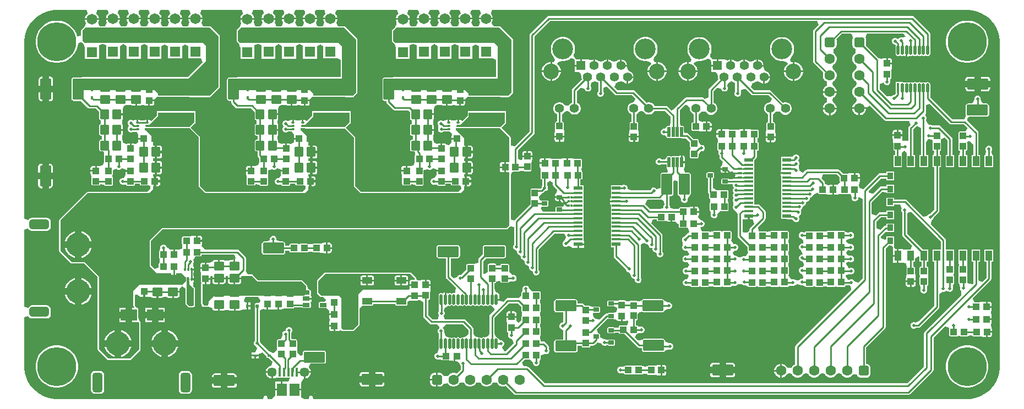
<source format=gtl>
G04*
G04 #@! TF.GenerationSoftware,Altium Limited,Altium Designer,22.4.2 (48)*
G04*
G04 Layer_Physical_Order=1*
G04 Layer_Color=204*
%FSLAX44Y44*%
%MOMM*%
G71*
G04*
G04 #@! TF.SameCoordinates,B701488B-7258-471B-98CB-2349E65484A3*
G04*
G04*
G04 #@! TF.FilePolarity,Positive*
G04*
G01*
G75*
%ADD14C,0.2540*%
%ADD19C,0.5000*%
%ADD20O,0.4500X1.7000*%
%ADD21R,1.3500X0.4000*%
%ADD22R,1.3500X0.6000*%
G04:AMPARAMS|DCode=23|XSize=3.3mm|YSize=1.7mm|CornerRadius=0.2125mm|HoleSize=0mm|Usage=FLASHONLY|Rotation=180.000|XOffset=0mm|YOffset=0mm|HoleType=Round|Shape=RoundedRectangle|*
%AMROUNDEDRECTD23*
21,1,3.3000,1.2750,0,0,180.0*
21,1,2.8750,1.7000,0,0,180.0*
1,1,0.4250,-1.4375,0.6375*
1,1,0.4250,1.4375,0.6375*
1,1,0.4250,1.4375,-0.6375*
1,1,0.4250,-1.4375,-0.6375*
%
%ADD23ROUNDEDRECTD23*%
G04:AMPARAMS|DCode=24|XSize=3.3mm|YSize=1.7mm|CornerRadius=0.2125mm|HoleSize=0mm|Usage=FLASHONLY|Rotation=90.000|XOffset=0mm|YOffset=0mm|HoleType=Round|Shape=RoundedRectangle|*
%AMROUNDEDRECTD24*
21,1,3.3000,1.2750,0,0,90.0*
21,1,2.8750,1.7000,0,0,90.0*
1,1,0.4250,0.6375,1.4375*
1,1,0.4250,0.6375,-1.4375*
1,1,0.4250,-0.6375,-1.4375*
1,1,0.4250,-0.6375,1.4375*
%
%ADD24ROUNDEDRECTD24*%
G04:AMPARAMS|DCode=25|XSize=1mm|YSize=1.1mm|CornerRadius=0.075mm|HoleSize=0mm|Usage=FLASHONLY|Rotation=180.000|XOffset=0mm|YOffset=0mm|HoleType=Round|Shape=RoundedRectangle|*
%AMROUNDEDRECTD25*
21,1,1.0000,0.9500,0,0,180.0*
21,1,0.8500,1.1000,0,0,180.0*
1,1,0.1500,-0.4250,0.4750*
1,1,0.1500,0.4250,0.4750*
1,1,0.1500,0.4250,-0.4750*
1,1,0.1500,-0.4250,-0.4750*
%
%ADD25ROUNDEDRECTD25*%
G04:AMPARAMS|DCode=26|XSize=1mm|YSize=1.1mm|CornerRadius=0.075mm|HoleSize=0mm|Usage=FLASHONLY|Rotation=90.000|XOffset=0mm|YOffset=0mm|HoleType=Round|Shape=RoundedRectangle|*
%AMROUNDEDRECTD26*
21,1,1.0000,0.9500,0,0,90.0*
21,1,0.8500,1.1000,0,0,90.0*
1,1,0.1500,0.4750,0.4250*
1,1,0.1500,0.4750,-0.4250*
1,1,0.1500,-0.4750,-0.4250*
1,1,0.1500,-0.4750,0.4250*
%
%ADD26ROUNDEDRECTD26*%
%ADD27R,0.9000X1.0000*%
%ADD28R,1.0000X1.6000*%
%ADD29R,0.4000X1.3500*%
%ADD30R,1.5000X1.9000*%
%ADD31R,0.6700X0.3000*%
%ADD32O,0.6700X0.3000*%
%ADD33O,0.4500X1.5000*%
%ADD34R,0.4500X1.5000*%
G04:AMPARAMS|DCode=35|XSize=1.1mm|YSize=1mm|CornerRadius=0.075mm|HoleSize=0mm|Usage=FLASHONLY|Rotation=270.000|XOffset=0mm|YOffset=0mm|HoleType=Round|Shape=RoundedRectangle|*
%AMROUNDEDRECTD35*
21,1,1.1000,0.8500,0,0,270.0*
21,1,0.9500,1.0000,0,0,270.0*
1,1,0.1500,-0.4250,-0.4750*
1,1,0.1500,-0.4250,0.4750*
1,1,0.1500,0.4250,0.4750*
1,1,0.1500,0.4250,-0.4750*
%
%ADD35ROUNDEDRECTD35*%
%ADD36R,0.5900X0.4500*%
G04:AMPARAMS|DCode=37|XSize=0.59mm|YSize=0.45mm|CornerRadius=0.0338mm|HoleSize=0mm|Usage=FLASHONLY|Rotation=90.000|XOffset=0mm|YOffset=0mm|HoleType=Round|Shape=RoundedRectangle|*
%AMROUNDEDRECTD37*
21,1,0.5900,0.3825,0,0,90.0*
21,1,0.5225,0.4500,0,0,90.0*
1,1,0.0675,0.1913,0.2612*
1,1,0.0675,0.1913,-0.2612*
1,1,0.0675,-0.1913,-0.2612*
1,1,0.0675,-0.1913,0.2612*
%
%ADD37ROUNDEDRECTD37*%
G04:AMPARAMS|DCode=38|XSize=1.1mm|YSize=1mm|CornerRadius=0.1mm|HoleSize=0mm|Usage=FLASHONLY|Rotation=270.000|XOffset=0mm|YOffset=0mm|HoleType=Round|Shape=RoundedRectangle|*
%AMROUNDEDRECTD38*
21,1,1.1000,0.8000,0,0,270.0*
21,1,0.9000,1.0000,0,0,270.0*
1,1,0.2000,-0.4000,-0.4500*
1,1,0.2000,-0.4000,0.4500*
1,1,0.2000,0.4000,0.4500*
1,1,0.2000,0.4000,-0.4500*
%
%ADD38ROUNDEDRECTD38*%
G04:AMPARAMS|DCode=39|XSize=0.6mm|YSize=0.9mm|CornerRadius=0.045mm|HoleSize=0mm|Usage=FLASHONLY|Rotation=270.000|XOffset=0mm|YOffset=0mm|HoleType=Round|Shape=RoundedRectangle|*
%AMROUNDEDRECTD39*
21,1,0.6000,0.8100,0,0,270.0*
21,1,0.5100,0.9000,0,0,270.0*
1,1,0.0900,-0.4050,-0.2550*
1,1,0.0900,-0.4050,0.2550*
1,1,0.0900,0.4050,0.2550*
1,1,0.0900,0.4050,-0.2550*
%
%ADD39ROUNDEDRECTD39*%
G04:AMPARAMS|DCode=40|XSize=1.1mm|YSize=0.6mm|CornerRadius=0.03mm|HoleSize=0mm|Usage=FLASHONLY|Rotation=0.000|XOffset=0mm|YOffset=0mm|HoleType=Round|Shape=RoundedRectangle|*
%AMROUNDEDRECTD40*
21,1,1.1000,0.5400,0,0,0.0*
21,1,1.0400,0.6000,0,0,0.0*
1,1,0.0600,0.5200,-0.2700*
1,1,0.0600,-0.5200,-0.2700*
1,1,0.0600,-0.5200,0.2700*
1,1,0.0600,0.5200,0.2700*
%
%ADD40ROUNDEDRECTD40*%
%ADD41R,0.3000X0.6700*%
%ADD42O,0.3000X0.6700*%
G04:AMPARAMS|DCode=43|XSize=0.45mm|YSize=1.55mm|CornerRadius=0.0495mm|HoleSize=0mm|Usage=FLASHONLY|Rotation=180.000|XOffset=0mm|YOffset=0mm|HoleType=Round|Shape=RoundedRectangle|*
%AMROUNDEDRECTD43*
21,1,0.4500,1.4510,0,0,180.0*
21,1,0.3510,1.5500,0,0,180.0*
1,1,0.0990,-0.1755,0.7255*
1,1,0.0990,0.1755,0.7255*
1,1,0.0990,0.1755,-0.7255*
1,1,0.0990,-0.1755,-0.7255*
%
%ADD43ROUNDEDRECTD43*%
G04:AMPARAMS|DCode=44|XSize=1.1mm|YSize=1mm|CornerRadius=0.075mm|HoleSize=0mm|Usage=FLASHONLY|Rotation=0.000|XOffset=0mm|YOffset=0mm|HoleType=Round|Shape=RoundedRectangle|*
%AMROUNDEDRECTD44*
21,1,1.1000,0.8500,0,0,0.0*
21,1,0.9500,1.0000,0,0,0.0*
1,1,0.1500,0.4750,-0.4250*
1,1,0.1500,-0.4750,-0.4250*
1,1,0.1500,-0.4750,0.4250*
1,1,0.1500,0.4750,0.4250*
%
%ADD44ROUNDEDRECTD44*%
G04:AMPARAMS|DCode=45|XSize=1.3mm|YSize=1.5mm|CornerRadius=0.0975mm|HoleSize=0mm|Usage=FLASHONLY|Rotation=0.000|XOffset=0mm|YOffset=0mm|HoleType=Round|Shape=RoundedRectangle|*
%AMROUNDEDRECTD45*
21,1,1.3000,1.3050,0,0,0.0*
21,1,1.1050,1.5000,0,0,0.0*
1,1,0.1950,0.5525,-0.6525*
1,1,0.1950,-0.5525,-0.6525*
1,1,0.1950,-0.5525,0.6525*
1,1,0.1950,0.5525,0.6525*
%
%ADD45ROUNDEDRECTD45*%
G04:AMPARAMS|DCode=46|XSize=1.1mm|YSize=1mm|CornerRadius=0.1mm|HoleSize=0mm|Usage=FLASHONLY|Rotation=180.000|XOffset=0mm|YOffset=0mm|HoleType=Round|Shape=RoundedRectangle|*
%AMROUNDEDRECTD46*
21,1,1.1000,0.8000,0,0,180.0*
21,1,0.9000,1.0000,0,0,180.0*
1,1,0.2000,-0.4500,0.4000*
1,1,0.2000,0.4500,0.4000*
1,1,0.2000,0.4500,-0.4000*
1,1,0.2000,-0.4500,-0.4000*
%
%ADD46ROUNDEDRECTD46*%
%ADD47R,0.4000X0.4800*%
G04:AMPARAMS|DCode=48|XSize=1.3mm|YSize=1.5mm|CornerRadius=0.0975mm|HoleSize=0mm|Usage=FLASHONLY|Rotation=90.000|XOffset=0mm|YOffset=0mm|HoleType=Round|Shape=RoundedRectangle|*
%AMROUNDEDRECTD48*
21,1,1.3000,1.3050,0,0,90.0*
21,1,1.1050,1.5000,0,0,90.0*
1,1,0.1950,0.6525,0.5525*
1,1,0.1950,0.6525,-0.5525*
1,1,0.1950,-0.6525,-0.5525*
1,1,0.1950,-0.6525,0.5525*
%
%ADD48ROUNDEDRECTD48*%
%ADD49R,5.6000X1.6500*%
%ADD50R,0.8000X2.7000*%
G04:AMPARAMS|DCode=51|XSize=1.55mm|YSize=1mm|CornerRadius=0.075mm|HoleSize=0mm|Usage=FLASHONLY|Rotation=0.000|XOffset=0mm|YOffset=0mm|HoleType=Round|Shape=RoundedRectangle|*
%AMROUNDEDRECTD51*
21,1,1.5500,0.8500,0,0,0.0*
21,1,1.4000,1.0000,0,0,0.0*
1,1,0.1500,0.7000,-0.4250*
1,1,0.1500,-0.7000,-0.4250*
1,1,0.1500,-0.7000,0.4250*
1,1,0.1500,0.7000,0.4250*
%
%ADD51ROUNDEDRECTD51*%
%ADD52R,0.4500X0.5900*%
%ADD53R,2.5000X1.7000*%
G04:AMPARAMS|DCode=103|XSize=0.4mm|YSize=0.3mm|CornerRadius=0.0225mm|HoleSize=0mm|Usage=FLASHONLY|Rotation=0.000|XOffset=0mm|YOffset=0mm|HoleType=Round|Shape=RoundedRectangle|*
%AMROUNDEDRECTD103*
21,1,0.4000,0.2550,0,0,0.0*
21,1,0.3550,0.3000,0,0,0.0*
1,1,0.0450,0.1775,-0.1275*
1,1,0.0450,-0.1775,-0.1275*
1,1,0.0450,-0.1775,0.1275*
1,1,0.0450,0.1775,0.1275*
%
%ADD103ROUNDEDRECTD103*%
%ADD104C,1.4080*%
%ADD105R,1.4080X1.4080*%
%ADD106C,2.4000*%
%ADD107C,3.2000*%
%ADD108C,1.6000*%
G04:AMPARAMS|DCode=109|XSize=1.6mm|YSize=1.6mm|CornerRadius=0.4mm|HoleSize=0mm|Usage=FLASHONLY|Rotation=180.000|XOffset=0mm|YOffset=0mm|HoleType=Round|Shape=RoundedRectangle|*
%AMROUNDEDRECTD109*
21,1,1.6000,0.8000,0,0,180.0*
21,1,0.8000,1.6000,0,0,180.0*
1,1,0.8000,-0.4000,0.4000*
1,1,0.8000,0.4000,0.4000*
1,1,0.8000,0.4000,-0.4000*
1,1,0.8000,-0.4000,-0.4000*
%
%ADD109ROUNDEDRECTD109*%
%ADD110C,1.4500*%
G04:AMPARAMS|DCode=111|XSize=1.6mm|YSize=1.6mm|CornerRadius=0.4mm|HoleSize=0mm|Usage=FLASHONLY|Rotation=270.000|XOffset=0mm|YOffset=0mm|HoleType=Round|Shape=RoundedRectangle|*
%AMROUNDEDRECTD111*
21,1,1.6000,0.8000,0,0,270.0*
21,1,0.8000,1.6000,0,0,270.0*
1,1,0.8000,-0.4000,-0.4000*
1,1,0.8000,-0.4000,0.4000*
1,1,0.8000,0.4000,0.4000*
1,1,0.8000,0.4000,-0.4000*
%
%ADD111ROUNDEDRECTD111*%
%ADD112C,3.7000*%
G04:AMPARAMS|DCode=113|XSize=1.5mm|YSize=3mm|CornerRadius=0.375mm|HoleSize=0mm|Usage=FLASHONLY|Rotation=90.000|XOffset=0mm|YOffset=0mm|HoleType=Round|Shape=RoundedRectangle|*
%AMROUNDEDRECTD113*
21,1,1.5000,2.2500,0,0,90.0*
21,1,0.7500,3.0000,0,0,90.0*
1,1,0.7500,1.1250,0.3750*
1,1,0.7500,1.1250,-0.3750*
1,1,0.7500,-1.1250,-0.3750*
1,1,0.7500,-1.1250,0.3750*
%
%ADD113ROUNDEDRECTD113*%
G04:AMPARAMS|DCode=114|XSize=1.5mm|YSize=3mm|CornerRadius=0.375mm|HoleSize=0mm|Usage=FLASHONLY|Rotation=180.000|XOffset=0mm|YOffset=0mm|HoleType=Round|Shape=RoundedRectangle|*
%AMROUNDEDRECTD114*
21,1,1.5000,2.2500,0,0,180.0*
21,1,0.7500,3.0000,0,0,180.0*
1,1,0.7500,-0.3750,1.1250*
1,1,0.7500,0.3750,1.1250*
1,1,0.7500,0.3750,-1.1250*
1,1,0.7500,-0.3750,-1.1250*
%
%ADD114ROUNDEDRECTD114*%
%ADD115C,6.0000*%
%ADD116R,1.6500X1.6500*%
%ADD117C,1.6500*%
%ADD118C,0.5000*%
G36*
X1558969Y699130D02*
X1565427Y697399D01*
X1571604Y694841D01*
X1577394Y691498D01*
X1582698Y687428D01*
X1587426Y682700D01*
X1591496Y677396D01*
X1594838Y671606D01*
X1597397Y665429D01*
X1599127Y658971D01*
X1600000Y652343D01*
Y649000D01*
X1600000D01*
X1600000Y594000D01*
X1600000Y201250D01*
X1600000Y150500D01*
X1599967Y147178D01*
X1599041Y140599D01*
X1597269Y134196D01*
X1594682Y128077D01*
X1591322Y122345D01*
X1587247Y117097D01*
X1582527Y112422D01*
X1577239Y108399D01*
X1571474Y105096D01*
X1565330Y102568D01*
X1558910Y100859D01*
X1554862Y100330D01*
X1549000Y99998D01*
X1549000Y99998D01*
X544028Y99998D01*
X542942Y105997D01*
X543157Y106210D01*
X545155Y107545D01*
X546490Y109543D01*
X546660Y110400D01*
X541800D01*
Y113630D01*
X541800D01*
Y105400D01*
X538550D01*
X537572Y99998D01*
X530654D01*
X525840Y102860D01*
X525840Y105998D01*
Y113630D01*
X515800D01*
Y116170D01*
X525840D01*
Y126420D01*
X526122Y127554D01*
X529511Y132110D01*
X529530D01*
Y141900D01*
X530800D01*
Y143170D01*
X540590D01*
Y143189D01*
X539923Y145679D01*
X538634Y147911D01*
X537616Y148929D01*
X538237Y152203D01*
X539812Y154929D01*
X560375D01*
X561789Y155210D01*
X562989Y156011D01*
X563790Y157211D01*
X564071Y158625D01*
Y171375D01*
X563790Y172789D01*
X562989Y173988D01*
X561789Y174790D01*
X560375Y175071D01*
X531625D01*
X530211Y174790D01*
X529011Y173988D01*
X528210Y172789D01*
X527929Y171375D01*
Y168647D01*
X527590Y168257D01*
X524830Y167040D01*
X519434Y171173D01*
X519434Y174180D01*
X519333Y177430D01*
X519434Y180680D01*
X519434Y182020D01*
Y190180D01*
X519259Y191058D01*
X518762Y191802D01*
X518018Y192299D01*
X517140Y192474D01*
X511806D01*
X510654Y193244D01*
Y202987D01*
X511043Y203375D01*
X511810Y205228D01*
Y207233D01*
X511043Y209085D01*
X509625Y210503D01*
X507772Y211270D01*
X505767D01*
X503915Y210503D01*
X502497Y209085D01*
X501730Y207233D01*
Y205290D01*
X500498D01*
X498645Y204523D01*
X497227Y203105D01*
X496460Y201252D01*
Y199247D01*
X496538Y199060D01*
X496694Y197533D01*
X494964Y193863D01*
X494074Y192474D01*
X490640D01*
X489762Y192299D01*
X489018Y191802D01*
X488521Y191058D01*
X488346Y190180D01*
Y182020D01*
X488346Y180680D01*
X488447Y177430D01*
X488408Y176165D01*
X484502Y171825D01*
X484186Y171631D01*
X482346Y171096D01*
X481350Y171250D01*
D01*
X476315Y173579D01*
X463290Y186604D01*
Y187253D01*
X462523Y189105D01*
X462035Y189593D01*
Y236296D01*
X464616Y237852D01*
X468035Y238826D01*
X468266Y238671D01*
X469550Y238416D01*
X472530D01*
Y246520D01*
X475070D01*
Y238416D01*
X478050Y238415D01*
X481855Y238621D01*
X486550Y238416D01*
X489530D01*
Y246520D01*
X492070D01*
Y238416D01*
X495050D01*
X496334Y238671D01*
X496756Y238953D01*
X496756Y238953D01*
X499175Y239522D01*
X503146Y239802D01*
X503651Y239733D01*
X504140Y239636D01*
X512640D01*
X513518Y239811D01*
X514262Y240308D01*
X514759Y241052D01*
X514822Y241365D01*
X526927D01*
X527002Y241252D01*
X527598Y240854D01*
X528300Y240715D01*
X538700D01*
X539402Y240854D01*
X539998Y241252D01*
X540396Y241848D01*
X540535Y242550D01*
Y247950D01*
X540396Y248652D01*
X540748Y250002D01*
X541375Y250942D01*
X541596Y252050D01*
Y253480D01*
X533500D01*
Y256020D01*
X541596D01*
Y257450D01*
X541375Y258558D01*
X540748Y259497D01*
X540396Y260848D01*
X540535Y261550D01*
Y266950D01*
X540396Y267652D01*
X539998Y268248D01*
X539402Y268645D01*
X538700Y268785D01*
X535925Y271560D01*
X535289Y274250D01*
X535134Y275030D01*
X534692Y275692D01*
X534692Y275692D01*
X527692Y282692D01*
X527030Y283134D01*
X526250Y283289D01*
X459845Y283289D01*
X451442Y291692D01*
X450780Y292134D01*
X450000Y292289D01*
X443407D01*
X440912Y296611D01*
X440475Y298289D01*
X440635Y299090D01*
Y317250D01*
X440339Y318737D01*
X439497Y319997D01*
X430137Y329357D01*
X428877Y330199D01*
X427390Y330495D01*
X377588D01*
X372411Y336042D01*
X372415Y336495D01*
X372805Y338312D01*
X372805Y338312D01*
X373169Y338856D01*
X373424Y340140D01*
Y343120D01*
X365320D01*
Y344390D01*
X364050D01*
Y351995D01*
X361349D01*
X360570Y351995D01*
X360570Y351994D01*
X359702Y351822D01*
X358390Y351615D01*
X358389Y351615D01*
X358388Y351615D01*
X353575Y350948D01*
X352563Y350934D01*
X344570Y350934D01*
X343692Y350760D01*
X342948Y350262D01*
X342450Y349518D01*
X342276Y348640D01*
Y340140D01*
X342450Y339262D01*
X342948Y338518D01*
X342955Y338453D01*
X342885Y332968D01*
X342808Y332482D01*
X342699Y332319D01*
X340120Y331121D01*
X338298Y330609D01*
X336136Y330467D01*
X336104Y330489D01*
X334820Y330744D01*
X331340D01*
Y323140D01*
X328800D01*
Y330744D01*
X326099D01*
X325320Y330745D01*
X325320Y330744D01*
X324583Y330598D01*
X323945Y330788D01*
X320557Y332858D01*
X319040Y333891D01*
Y334253D01*
X318273Y336105D01*
X316855Y337523D01*
X315002Y338290D01*
X312997D01*
X311145Y337523D01*
X309727Y336105D01*
X308960Y334253D01*
Y332248D01*
X308444Y329521D01*
X307698Y329012D01*
X307201Y328268D01*
X307026Y327390D01*
Y318890D01*
X307201Y318012D01*
X307698Y317268D01*
X308160Y316959D01*
X308315Y314880D01*
X308294Y314571D01*
X307765Y310788D01*
X307308Y310482D01*
X306811Y309738D01*
X306636Y308860D01*
Y302983D01*
X300636Y300498D01*
X294539Y306595D01*
Y343655D01*
X312595Y361711D01*
X841750D01*
X841750Y361711D01*
X842530Y361866D01*
X843192Y362308D01*
X843192Y362308D01*
X846865Y365981D01*
X849092Y365810D01*
X852865Y364821D01*
Y337743D01*
X852477Y337355D01*
X851710Y335503D01*
Y333498D01*
X852477Y331645D01*
X853895Y330227D01*
X855748Y329460D01*
X857710Y328252D01*
Y326247D01*
X858366Y324663D01*
X858477Y324395D01*
X858477Y324395D01*
X859895Y322977D01*
X861748Y322210D01*
X863460Y320252D01*
Y318248D01*
X864227Y316395D01*
X865645Y314977D01*
X867497Y314210D01*
X869606Y312106D01*
X869710Y309997D01*
X870477Y308145D01*
X871895Y306727D01*
X873747Y305960D01*
X875955Y304205D01*
X876210Y301998D01*
X876977Y300145D01*
X878395Y298727D01*
X881960Y296752D01*
X881960Y294748D01*
X882616Y293163D01*
X882727Y292895D01*
X882727Y292895D01*
X883940Y291682D01*
X884145Y291477D01*
Y291477D01*
X884145Y291477D01*
X885997Y290710D01*
X888002D01*
X888002Y290710D01*
X889855Y291477D01*
X889855D01*
X891273Y292895D01*
X892040Y294747D01*
X892040Y294748D01*
X892040Y296752D01*
X891273Y298605D01*
X890885Y298993D01*
Y330891D01*
X915367Y355373D01*
X930294D01*
X933065Y350072D01*
X932777Y348861D01*
X930706Y344109D01*
X929895Y343773D01*
X928477Y342355D01*
X927710Y340503D01*
Y338498D01*
X928477Y336645D01*
X929895Y335227D01*
X931748Y334460D01*
X933753D01*
X935605Y335227D01*
X936469Y336091D01*
X939051Y335754D01*
X942468Y334252D01*
Y333218D01*
X950489D01*
Y338758D01*
X951759D01*
Y340028D01*
X961049D01*
Y344297D01*
X960008D01*
Y355758D01*
Y362258D01*
Y368758D01*
Y375258D01*
Y381758D01*
Y388258D01*
Y394758D01*
Y401258D01*
Y407758D01*
Y414258D01*
Y420758D01*
Y429758D01*
X954955D01*
Y438596D01*
X955820D01*
X956698Y438771D01*
X957442Y439268D01*
X957939Y440012D01*
X958114Y440890D01*
Y449390D01*
X957939Y450268D01*
X957442Y451012D01*
X957197Y451176D01*
X956791Y454126D01*
X957024Y457562D01*
X957122Y457628D01*
X957619Y458372D01*
X957794Y459250D01*
Y467750D01*
X957619Y468628D01*
X957122Y469372D01*
X956378Y469869D01*
X955500Y470044D01*
X947507Y470044D01*
X946495Y470058D01*
X941681Y470725D01*
X940368Y470932D01*
X939500Y471104D01*
X939500Y471105D01*
X938721Y471104D01*
X936020D01*
Y463500D01*
X933480D01*
Y471104D01*
X931049D01*
X930000Y471105D01*
X929081Y470930D01*
X927795Y470716D01*
X924658Y470261D01*
X923294Y470113D01*
X921180Y470154D01*
X913187D01*
X912175Y470168D01*
X907361Y470835D01*
X906048Y471042D01*
X905180Y471214D01*
X905180Y471214D01*
X904401Y471214D01*
X901700D01*
Y463610D01*
X900430D01*
Y462340D01*
X892326D01*
Y459360D01*
X892581Y458076D01*
X893308Y456988D01*
X893580Y456076D01*
X893742Y454748D01*
X893906Y451995D01*
X893709Y450280D01*
X893701Y450268D01*
X893526Y449390D01*
Y440890D01*
X893701Y440012D01*
X894198Y439268D01*
X894942Y438771D01*
X895820Y438596D01*
X896365D01*
Y428993D01*
X895977Y428605D01*
X895210Y426753D01*
Y426204D01*
X893801Y424795D01*
X888370D01*
X886883Y424499D01*
X886846Y424474D01*
X880640D01*
X879762Y424299D01*
X879018Y423802D01*
X878521Y423058D01*
X878346Y422180D01*
Y414020D01*
X878346Y412680D01*
X878447Y409430D01*
X878346Y406180D01*
X878346Y404840D01*
Y400380D01*
X854003Y376037D01*
X853789Y375717D01*
X849665Y376038D01*
X847789Y376715D01*
Y417500D01*
X847789Y417500D01*
Y445625D01*
X849943Y449669D01*
X852165Y450469D01*
X853040Y450728D01*
X853518Y450846D01*
X860070D01*
X860948Y451021D01*
X861173Y451171D01*
X862937Y451557D01*
X865894Y451648D01*
X868112Y451281D01*
X868232Y451201D01*
X869110Y451026D01*
X877610D01*
X878488Y451201D01*
X879232Y451698D01*
X879729Y452442D01*
X879904Y453320D01*
X879904Y461313D01*
X879918Y462325D01*
X880585Y467139D01*
X880792Y468452D01*
X880964Y469320D01*
X880965Y469320D01*
X880965Y470099D01*
Y472800D01*
X865755D01*
Y470478D01*
X864038Y468675D01*
X863686Y468383D01*
X863649Y468366D01*
X860483Y469110D01*
X859205Y469926D01*
Y483961D01*
X883497Y508253D01*
X884339Y509513D01*
X884635Y511000D01*
Y659141D01*
X908109Y682615D01*
X1319282D01*
X1321578Y677072D01*
X1314003Y669497D01*
X1313161Y668237D01*
X1312865Y666750D01*
Y620500D01*
X1313161Y619013D01*
X1314003Y617753D01*
X1328773Y602983D01*
X1328678Y602818D01*
X1327960Y600138D01*
Y597362D01*
X1328678Y594682D01*
X1330066Y592278D01*
X1332028Y590316D01*
X1333893Y589239D01*
X1334403Y586050D01*
X1333893Y582861D01*
X1332028Y581784D01*
X1330066Y579822D01*
X1328678Y577418D01*
X1327960Y574738D01*
Y574620D01*
X1338500D01*
X1349040D01*
Y574738D01*
X1348322Y577418D01*
X1346934Y579822D01*
X1344972Y581784D01*
X1343107Y582861D01*
X1342597Y586050D01*
X1343107Y589239D01*
X1344972Y590316D01*
X1346934Y592278D01*
X1348322Y594682D01*
X1349040Y597362D01*
Y600138D01*
X1348322Y602818D01*
X1346934Y605222D01*
X1344972Y607184D01*
X1343107Y608261D01*
X1342597Y611450D01*
X1343107Y614639D01*
X1344972Y615716D01*
X1346934Y617678D01*
X1348322Y620082D01*
X1349040Y622762D01*
Y625538D01*
X1348322Y628218D01*
X1346934Y630622D01*
X1344972Y632584D01*
X1344065Y633108D01*
X1344177Y637897D01*
X1344331Y638536D01*
X1344650Y639362D01*
X1345798Y639837D01*
X1347164Y640886D01*
X1348213Y642252D01*
X1348872Y643843D01*
X1349096Y645550D01*
Y653550D01*
X1348968Y654524D01*
X1357559Y663115D01*
X1371620D01*
X1372793Y661647D01*
X1374301Y657115D01*
X1374287Y657098D01*
X1373628Y655507D01*
X1373404Y653800D01*
Y645800D01*
X1373628Y644093D01*
X1374287Y642502D01*
X1375336Y641136D01*
X1376702Y640087D01*
X1377850Y639612D01*
X1378169Y638786D01*
X1378323Y638147D01*
X1378435Y633358D01*
X1377528Y632834D01*
X1375566Y630872D01*
X1374178Y628468D01*
X1373460Y625788D01*
Y623012D01*
X1374178Y620332D01*
X1375566Y617928D01*
X1377528Y615966D01*
X1379393Y614889D01*
X1379903Y611700D01*
X1379393Y608511D01*
X1377528Y607434D01*
X1375566Y605472D01*
X1374178Y603068D01*
X1373460Y600388D01*
Y597612D01*
X1374178Y594932D01*
X1375566Y592528D01*
X1377528Y590566D01*
X1379393Y589489D01*
X1379903Y586300D01*
X1379393Y583111D01*
X1377528Y582034D01*
X1375566Y580072D01*
X1374178Y577668D01*
X1373460Y574988D01*
Y572212D01*
X1374178Y569532D01*
X1375566Y567128D01*
X1377528Y565166D01*
X1379393Y564089D01*
X1379903Y560900D01*
X1379393Y557711D01*
X1377528Y556634D01*
X1375566Y554672D01*
X1374178Y552268D01*
X1373460Y549588D01*
Y549470D01*
X1384000D01*
X1395001D01*
X1395774Y550123D01*
X1400105Y552001D01*
X1422103Y530003D01*
X1423363Y529161D01*
X1424850Y528865D01*
X1460636D01*
X1463122Y522865D01*
X1460503Y520247D01*
X1459661Y518987D01*
X1459365Y517500D01*
Y499053D01*
X1458399Y498147D01*
X1450902Y498202D01*
X1450381Y498735D01*
X1450294Y500594D01*
X1450555Y501980D01*
X1450555Y505460D01*
X1442950D01*
X1435346D01*
X1435345Y501980D01*
X1435690Y499963D01*
X1435780Y499274D01*
X1436061Y496823D01*
X1436399Y493839D01*
X1436406Y488603D01*
Y484980D01*
X1436581Y484102D01*
X1437078Y483358D01*
X1437822Y482861D01*
X1438700Y482686D01*
X1439065D01*
Y476500D01*
X1436750D01*
Y457500D01*
X1449750D01*
Y476500D01*
X1449750D01*
X1449265Y479005D01*
X1451117Y481588D01*
X1452760Y483031D01*
X1456706Y479799D01*
X1456750Y476500D01*
X1456750D01*
Y457500D01*
X1469750D01*
Y476500D01*
X1467135D01*
Y515891D01*
X1471704Y520460D01*
X1472253D01*
X1472615Y520610D01*
X1477111Y518578D01*
X1478615Y517253D01*
Y476500D01*
X1476750D01*
Y457500D01*
X1489750D01*
Y476500D01*
X1486385D01*
Y495359D01*
X1489747Y500460D01*
X1491752D01*
X1495795Y499930D01*
X1496635Y499433D01*
X1496697Y497430D01*
X1496596Y494180D01*
X1496596Y492840D01*
Y484680D01*
X1496771Y483802D01*
X1497268Y483058D01*
X1498012Y482561D01*
X1498890Y482386D01*
X1498615Y476500D01*
X1496750D01*
Y457500D01*
X1499365D01*
Y392109D01*
X1493046Y385790D01*
X1492498D01*
X1490645Y385023D01*
X1489227Y383605D01*
X1489051Y383178D01*
X1484530Y381445D01*
X1482460Y381284D01*
X1457198Y406546D01*
X1455937Y407388D01*
X1454451Y407684D01*
X1437250D01*
Y410500D01*
X1425250D01*
Y397500D01*
X1437250D01*
Y399915D01*
X1447013D01*
X1449477Y394105D01*
X1448710Y392253D01*
Y390247D01*
X1449477Y388395D01*
X1449865Y388007D01*
Y353500D01*
X1450161Y352013D01*
X1451003Y350753D01*
X1465256Y336500D01*
X1462771Y330500D01*
X1456790D01*
X1456750Y330500D01*
X1450790Y330597D01*
Y331540D01*
X1444520D01*
Y321000D01*
Y310460D01*
X1450790D01*
Y310460D01*
X1455749Y309157D01*
X1457268Y303802D01*
X1456771Y303058D01*
X1456596Y302180D01*
X1456596Y294187D01*
X1456582Y293175D01*
X1455915Y288361D01*
X1455708Y287048D01*
X1455536Y286180D01*
X1455535Y286180D01*
X1455535Y285401D01*
Y282700D01*
X1463140D01*
X1470744D01*
X1470744Y285401D01*
X1470744Y285401D01*
X1470744Y286180D01*
X1470704Y286425D01*
X1470412Y288212D01*
X1470118Y290619D01*
X1469699Y294535D01*
X1469684Y298238D01*
Y302180D01*
X1469509Y303058D01*
Y303058D01*
X1469012Y303802D01*
Y303802D01*
X1468268Y304299D01*
X1467390Y304474D01*
X1467025D01*
Y311500D01*
X1469750D01*
Y317387D01*
X1475750Y320594D01*
X1476750Y319926D01*
Y311500D01*
X1479475D01*
Y304614D01*
X1479110D01*
X1478232Y304439D01*
X1477488Y303942D01*
X1476991Y303198D01*
X1476816Y302320D01*
Y294160D01*
X1476816Y292820D01*
X1476917Y289570D01*
X1476816Y286320D01*
X1476816Y284980D01*
Y276820D01*
X1476991Y275942D01*
X1477488Y275198D01*
X1478225Y272899D01*
X1478209Y268704D01*
Y266700D01*
X1478977Y264847D01*
X1480394Y263429D01*
X1482247Y262662D01*
X1484252D01*
X1486104Y263429D01*
X1487522Y264847D01*
X1488289Y266700D01*
Y268704D01*
X1488274Y268742D01*
X1488427Y273014D01*
X1489232Y275198D01*
X1489729Y275942D01*
X1489904Y276820D01*
Y284980D01*
X1489904Y286320D01*
X1489803Y289570D01*
X1489904Y292820D01*
X1489904Y294160D01*
Y302320D01*
X1489729Y303198D01*
X1489232Y303942D01*
X1488488Y304439D01*
X1487610Y304614D01*
X1487245D01*
Y311500D01*
X1489750D01*
Y330500D01*
X1482244D01*
X1457635Y355109D01*
Y386636D01*
X1460452Y388406D01*
X1464333Y388423D01*
X1509365Y343391D01*
Y330500D01*
X1496750D01*
Y311500D01*
X1499365D01*
Y244109D01*
X1475865Y220609D01*
X1470605Y218273D01*
X1468752Y219040D01*
X1466747D01*
X1464895Y218273D01*
X1463477Y216855D01*
X1462710Y215002D01*
Y212997D01*
X1463477Y211145D01*
X1464895Y209727D01*
X1466747Y208960D01*
X1468752D01*
X1470605Y209727D01*
X1470993Y210115D01*
X1474750D01*
X1476237Y210411D01*
X1477497Y211253D01*
X1505997Y239753D01*
X1506839Y241013D01*
X1507135Y242500D01*
Y261578D01*
X1507238Y261726D01*
X1512247Y265460D01*
X1514252D01*
X1516105Y266227D01*
X1518000Y267432D01*
X1520145Y266477D01*
X1521729Y265821D01*
X1521998Y265710D01*
X1521998Y265710D01*
X1524002D01*
X1524003Y265710D01*
X1524003Y265710D01*
X1525855Y266477D01*
X1527272Y267895D01*
X1527273Y267895D01*
X1528040Y269748D01*
Y271752D01*
X1528410Y275865D01*
X1529262Y277558D01*
X1529759Y278302D01*
X1529934Y279180D01*
Y288680D01*
X1529759Y289558D01*
X1529262Y290961D01*
Y292899D01*
X1529759Y294302D01*
X1529934Y295180D01*
Y304680D01*
X1529759Y305558D01*
X1529750Y311500D01*
X1529750D01*
Y330500D01*
X1517135D01*
Y345000D01*
X1516839Y346487D01*
X1515997Y347747D01*
X1494034Y369710D01*
X1494196Y371780D01*
X1495928Y376301D01*
X1496355Y376477D01*
X1497773Y377895D01*
X1498540Y379748D01*
Y380296D01*
X1505997Y387753D01*
X1506839Y389013D01*
X1507135Y390500D01*
Y457500D01*
X1509750D01*
Y476500D01*
X1507665D01*
X1507390Y482386D01*
X1508268Y482561D01*
X1509012Y483058D01*
X1509509Y483802D01*
X1509684Y484680D01*
Y492840D01*
X1509684Y494180D01*
X1509583Y497430D01*
X1509676Y500427D01*
X1511865Y501886D01*
X1515227Y503279D01*
X1519365Y499141D01*
Y476500D01*
X1516750D01*
Y457500D01*
X1529750D01*
Y476500D01*
X1527135D01*
Y500750D01*
X1526839Y502237D01*
X1525997Y503497D01*
X1508747Y520747D01*
X1507487Y521589D01*
X1506000Y521885D01*
X1496243D01*
X1495855Y522273D01*
X1494003Y523040D01*
X1491998D01*
X1489217Y524680D01*
X1486773Y529895D01*
X1487540Y531748D01*
Y533753D01*
X1486773Y535605D01*
X1485355Y537023D01*
X1486339Y542513D01*
X1486635Y544000D01*
Y552782D01*
X1492178Y555078D01*
X1522753Y524503D01*
X1524013Y523661D01*
X1525500Y523365D01*
X1544641D01*
X1550499Y517508D01*
X1550191Y516789D01*
X1548307Y513887D01*
X1547047Y512474D01*
X1538890D01*
X1538012Y512299D01*
X1537268Y511802D01*
X1536771Y511058D01*
X1536596Y510180D01*
Y502020D01*
X1536596Y500680D01*
X1536697Y497430D01*
X1536596Y494180D01*
X1536596Y492840D01*
Y484680D01*
X1536771Y483802D01*
X1537268Y483058D01*
X1538012Y482561D01*
X1538890Y482386D01*
X1538615Y476500D01*
X1536750D01*
Y457500D01*
X1549750D01*
Y476500D01*
X1547665D01*
X1547390Y482386D01*
X1548268Y482561D01*
X1549012Y483058D01*
X1549509Y483802D01*
X1549684Y484680D01*
Y492840D01*
X1549684Y494180D01*
X1549640Y495601D01*
X1551161Y497328D01*
X1554113Y497454D01*
X1559365Y492353D01*
Y476500D01*
X1556750D01*
Y457500D01*
X1569750D01*
Y476500D01*
X1567135D01*
Y510250D01*
X1566839Y511737D01*
X1565997Y512997D01*
X1550706Y528288D01*
X1550236Y528758D01*
X1550236Y528758D01*
X1549682Y529582D01*
X1550271Y532485D01*
X1551913Y534984D01*
X1552572Y535179D01*
X1552572Y535179D01*
X1553755Y535179D01*
X1579875D01*
X1581289Y535460D01*
X1582489Y536261D01*
X1583290Y537461D01*
X1583571Y538875D01*
Y551625D01*
X1583290Y553039D01*
X1582489Y554239D01*
X1581289Y555040D01*
X1579875Y555321D01*
X1574335D01*
X1573287Y556311D01*
X1570790Y561247D01*
Y563252D01*
X1570023Y565105D01*
X1568605Y566523D01*
X1566752Y567290D01*
X1564747D01*
X1562895Y566523D01*
X1561477Y565105D01*
X1560710Y563252D01*
Y561247D01*
X1558213Y556311D01*
X1557165Y555321D01*
X1551125D01*
X1549711Y555040D01*
X1548512Y554239D01*
X1547710Y553039D01*
X1547429Y551625D01*
Y538875D01*
X1547710Y537461D01*
X1547712Y537457D01*
X1548047Y536736D01*
X1547021Y533537D01*
X1545554Y531384D01*
X1544486Y531135D01*
X1544486Y531135D01*
X1543875Y531135D01*
X1527109D01*
X1493135Y565109D01*
Y579500D01*
X1493073Y579808D01*
X1493073Y584750D01*
X1493073Y584750D01*
X1492782Y586213D01*
X1492782Y586213D01*
X1492142Y587171D01*
X1492142D01*
X1491954Y587454D01*
X1491953Y587454D01*
X1490713Y588282D01*
X1490713Y588283D01*
X1490713Y588282D01*
X1489250Y588573D01*
X1489250Y588573D01*
X1487787Y588283D01*
X1487787Y588283D01*
X1487787Y588282D01*
X1487524Y588189D01*
X1486000Y587648D01*
X1484213Y588282D01*
X1484213Y588282D01*
X1484213Y588282D01*
X1482750Y588573D01*
X1481287Y588282D01*
X1481287Y588282D01*
X1481287Y588282D01*
X1479500Y587648D01*
X1477713Y588282D01*
X1477713Y588282D01*
X1477713Y588282D01*
X1476250Y588573D01*
X1474787Y588282D01*
X1474787Y588282D01*
X1474787Y588282D01*
X1473000Y587648D01*
X1471213Y588282D01*
X1471213Y588282D01*
X1471213Y588282D01*
X1469750Y588573D01*
X1468287Y588282D01*
X1468287Y588282D01*
X1468287Y588282D01*
X1466500Y587648D01*
X1464713Y588282D01*
X1464713Y588282D01*
X1464713Y588282D01*
X1463250Y588573D01*
X1461787Y588282D01*
X1461787Y588282D01*
X1461787Y588282D01*
X1460000Y587648D01*
X1458213Y588282D01*
X1458213Y588282D01*
X1458213Y588282D01*
X1456750Y588573D01*
X1455287Y588282D01*
X1455287Y588282D01*
X1455287Y588282D01*
X1453500Y587648D01*
X1451713Y588282D01*
X1451713Y588283D01*
X1451713Y588283D01*
X1450250Y588573D01*
X1447500Y588500D01*
X1447500Y588500D01*
X1440000D01*
Y580361D01*
X1439820Y579454D01*
Y571287D01*
X1437073Y568540D01*
X1436248D01*
X1434395Y567773D01*
X1432977Y566355D01*
X1426667Y566327D01*
X1415385Y577609D01*
Y585391D01*
X1415423Y585461D01*
X1421385Y588334D01*
X1421386Y588333D01*
X1421710Y587747D01*
X1422477Y585895D01*
X1423895Y584477D01*
X1425748Y583710D01*
X1427753D01*
X1429605Y584477D01*
X1431023Y585895D01*
X1431790Y587747D01*
Y589753D01*
X1431821Y592894D01*
X1432572Y594108D01*
X1433069Y594852D01*
X1433244Y595730D01*
X1433244Y599420D01*
X1433353Y604507D01*
X1433354Y604537D01*
X1433466Y606057D01*
X1433567Y607122D01*
X1433765Y608922D01*
X1434024Y610847D01*
X1434268Y612534D01*
X1434305Y612730D01*
X1434305Y616210D01*
X1426700D01*
Y617480D01*
X1425430D01*
Y625584D01*
X1422450D01*
X1421166Y625329D01*
X1420861Y625125D01*
X1418970Y624687D01*
X1418505Y624722D01*
X1414398Y625208D01*
X1413924Y625370D01*
X1394468Y644826D01*
X1394596Y645800D01*
Y653800D01*
X1394372Y655507D01*
X1393713Y657098D01*
X1393699Y657115D01*
X1395207Y661647D01*
X1396380Y663115D01*
X1451593D01*
X1454971Y658528D01*
X1449252Y657040D01*
X1447247D01*
X1445395Y656273D01*
X1445395D01*
X1445395Y656273D01*
X1443875Y654919D01*
X1442105Y656023D01*
X1440253Y656790D01*
X1438248D01*
X1438248Y656790D01*
X1436395Y656023D01*
X1434977Y654605D01*
X1434210Y652753D01*
Y650748D01*
X1434977Y648895D01*
X1436395Y647477D01*
X1438248Y646710D01*
X1438796D01*
X1439720Y645786D01*
X1439720Y645786D01*
X1439865Y645641D01*
Y637500D01*
X1439926Y637192D01*
X1439926Y632250D01*
X1439926Y632250D01*
X1439926Y632250D01*
X1440217Y630787D01*
X1440218Y630787D01*
X1441046Y629546D01*
X1441046Y629546D01*
X1442287Y628718D01*
X1443750Y628427D01*
X1443750Y628427D01*
X1445213Y628718D01*
X1445213Y628717D01*
X1446454Y629546D01*
X1447546Y629546D01*
X1448787Y628718D01*
X1450250Y628427D01*
X1451713Y628718D01*
X1452168Y629021D01*
X1453297Y628797D01*
X1453297Y628797D01*
X1454881Y627738D01*
X1455480Y627619D01*
Y637500D01*
X1458020D01*
Y627619D01*
X1458619Y627738D01*
X1458619Y627738D01*
X1460203Y628797D01*
X1461332Y629021D01*
X1461787Y628718D01*
X1461787Y628718D01*
X1463250Y628427D01*
X1464713Y628718D01*
X1466500Y629352D01*
X1468287Y628718D01*
X1468287Y628718D01*
X1468287Y628718D01*
X1469750Y628427D01*
X1471213Y628718D01*
X1471213Y628718D01*
X1471213Y628718D01*
X1473000Y629352D01*
X1474787Y628718D01*
X1474787Y628718D01*
X1474787Y628718D01*
X1476250Y628427D01*
X1477713Y628718D01*
X1477713Y628718D01*
X1477713Y628718D01*
X1479500Y629352D01*
X1481287Y628718D01*
X1481287Y628718D01*
X1481287Y628718D01*
X1482750Y628427D01*
X1484213Y628718D01*
X1484213Y628718D01*
X1484213Y628718D01*
X1486000Y629352D01*
X1487787Y628718D01*
X1487787Y628717D01*
X1487787Y628718D01*
X1489250Y628427D01*
X1489250Y628427D01*
X1490713Y628718D01*
X1490713Y628718D01*
X1490713Y628718D01*
X1491953Y629546D01*
X1491954Y629546D01*
X1492782Y630787D01*
X1492782Y630787D01*
X1493073Y632250D01*
X1493073Y632250D01*
X1493073Y632539D01*
X1493073Y632539D01*
X1493073Y633801D01*
Y637192D01*
X1493135Y637500D01*
Y662750D01*
X1492839Y664237D01*
X1491997Y665497D01*
X1468247Y689247D01*
X1466987Y690089D01*
X1465500Y690385D01*
X906500D01*
X905013Y690089D01*
X903753Y689247D01*
X878003Y663497D01*
X877161Y662237D01*
X876865Y660750D01*
Y512609D01*
X853789Y489533D01*
X849007Y490903D01*
X847789Y491787D01*
Y503000D01*
X847634Y503780D01*
X847192Y504442D01*
X833426Y518208D01*
X839530Y524312D01*
X840748D01*
Y543812D01*
X781748D01*
Y537022D01*
X773653Y528928D01*
X771735Y529117D01*
X770398Y530009D01*
X768822Y530323D01*
X768242D01*
Y526204D01*
X765702D01*
Y530323D01*
X765122D01*
X763546Y530009D01*
X763172Y529760D01*
X761436Y529117D01*
X757709D01*
X755972Y529760D01*
X755598Y530009D01*
X754022Y530323D01*
X753442D01*
Y526204D01*
X750902D01*
Y530323D01*
X750322D01*
X748746Y530010D01*
X748746Y530009D01*
X747409Y529117D01*
X743796Y528865D01*
X741882Y529628D01*
X741882Y529628D01*
X741350Y529628D01*
X739877D01*
X739877Y529628D01*
X738025Y528861D01*
X736607Y527443D01*
X735840Y525591D01*
Y523586D01*
X736607Y521733D01*
X736857Y518943D01*
X736090Y517090D01*
Y515085D01*
X736746Y513501D01*
X736857Y513233D01*
X736857Y513233D01*
X738275Y511815D01*
X740127Y511048D01*
X742132D01*
X742132Y511048D01*
X743985Y511815D01*
X744431Y512261D01*
X752114D01*
X753601Y512557D01*
X753639Y512523D01*
X753979Y512220D01*
X757910Y508126D01*
X757183Y507038D01*
X756928Y505754D01*
Y502774D01*
X765032D01*
Y500234D01*
X756928D01*
Y497254D01*
X756988Y496953D01*
X756745Y495779D01*
X752238Y491654D01*
X749100Y492449D01*
X748131Y493050D01*
X748109Y493064D01*
X747042Y493777D01*
X745758Y494032D01*
X742778D01*
Y485928D01*
X740238D01*
Y494032D01*
X737258D01*
X735974Y493777D01*
X735469Y493439D01*
X732755Y494109D01*
X729469Y495742D01*
Y497477D01*
X729196Y498848D01*
X728722Y499558D01*
X728419Y500733D01*
Y505301D01*
X728722Y506476D01*
X729196Y507186D01*
X729469Y508557D01*
Y513812D01*
X720360D01*
Y516352D01*
X729469D01*
Y521607D01*
X729196Y522978D01*
X728839Y523512D01*
X728419Y525001D01*
Y529039D01*
X728839Y530527D01*
X729196Y531062D01*
X729469Y532433D01*
Y537688D01*
X720360D01*
Y540228D01*
X729469D01*
Y545483D01*
X729263Y546517D01*
X729254Y546987D01*
X731181Y551413D01*
X732079Y552517D01*
X732831D01*
X734202Y552790D01*
X734561Y553030D01*
X736309Y553567D01*
X739925D01*
X741673Y553030D01*
X742031Y552790D01*
X743403Y552517D01*
X748658D01*
Y561626D01*
X751198D01*
Y552517D01*
X756453D01*
X757545Y552734D01*
X758736Y552827D01*
X761074Y552924D01*
X764374Y552457D01*
X764941Y552344D01*
X765658Y552201D01*
X768638D01*
Y560306D01*
X769908D01*
Y561576D01*
X777522D01*
X781514Y565577D01*
X783315Y565812D01*
X831760D01*
X832054Y565616D01*
X832834Y565461D01*
X844042Y565461D01*
X844042Y565461D01*
X844822Y565616D01*
X845484Y566058D01*
X845484Y566058D01*
X850734Y571308D01*
X851176Y571970D01*
X851331Y572750D01*
Y653750D01*
X851176Y654530D01*
X850734Y655192D01*
X831984Y673942D01*
X831322Y674384D01*
X830542Y674539D01*
X821624D01*
X819724Y677576D01*
X818809Y680539D01*
X819779Y682219D01*
X820514Y684963D01*
Y685114D01*
X798934D01*
Y684963D01*
X799669Y682219D01*
X800639Y680539D01*
X799724Y677576D01*
X797824Y674539D01*
X790382D01*
X788683Y676936D01*
X787459Y680539D01*
X788283Y681965D01*
X789018Y684709D01*
Y684860D01*
X767438D01*
Y684709D01*
X768173Y681965D01*
X768997Y680539D01*
X767773Y676936D01*
X766074Y674539D01*
X758378D01*
X756679Y676936D01*
X755455Y680539D01*
X756279Y681965D01*
X757014Y684709D01*
Y684860D01*
X735434D01*
Y684709D01*
X736169Y681965D01*
X736993Y680539D01*
X735769Y676936D01*
X734070Y674539D01*
X726846D01*
X725348Y676405D01*
X723813Y680539D01*
X724487Y681705D01*
X725222Y684449D01*
Y684600D01*
X703642D01*
Y684449D01*
X704377Y681705D01*
X705051Y680539D01*
X703516Y676405D01*
X702018Y674539D01*
X694624D01*
X693309Y675994D01*
X691487Y680539D01*
X692017Y681457D01*
X692752Y684201D01*
Y684352D01*
X671172D01*
Y684201D01*
X671907Y681457D01*
X672437Y680539D01*
X672386Y679226D01*
X671776Y676159D01*
X671635Y675739D01*
X670320Y673519D01*
X665923Y669305D01*
X665910Y669287D01*
X665892Y669275D01*
X665683Y668962D01*
X665467Y668654D01*
X665462Y668632D01*
X665450Y668614D01*
X665377Y668245D01*
X665295Y667877D01*
X665299Y667855D01*
X665295Y667833D01*
Y652000D01*
X665450Y651220D01*
X665892Y650558D01*
X668642Y647808D01*
X670208Y644742D01*
X671090Y642186D01*
X671172Y641775D01*
Y624032D01*
X692752D01*
Y641211D01*
X692752Y645612D01*
X698090Y647211D01*
X698202D01*
X703642Y645860D01*
X703642Y641211D01*
Y624280D01*
X725222D01*
Y641211D01*
X725222Y644101D01*
X730222Y646771D01*
X735434Y644012D01*
Y641211D01*
Y624540D01*
X757014D01*
Y641211D01*
X757014Y644946D01*
X762226Y646917D01*
X767438Y644946D01*
X767438Y641211D01*
Y624540D01*
X789018D01*
Y641211D01*
X789018Y643688D01*
X794120Y646404D01*
X798934Y643717D01*
Y641211D01*
Y624794D01*
X819503D01*
X820514Y624794D01*
X825503Y622352D01*
Y596039D01*
X666834D01*
X666054Y595884D01*
X665579Y595567D01*
X654251D01*
X652837Y595286D01*
X651637Y594484D01*
X650836Y593285D01*
X650555Y591871D01*
Y563121D01*
X650836Y561707D01*
X651637Y560508D01*
X652837Y559706D01*
X654251Y559425D01*
X656741D01*
Y557874D01*
X657037Y556387D01*
X657879Y555127D01*
X666967Y546039D01*
X668227Y545197D01*
X669714Y544901D01*
X690636D01*
X693311Y542226D01*
Y532433D01*
X693504Y531467D01*
X694051Y530649D01*
X694869Y530102D01*
X695835Y529910D01*
Y524130D01*
X694869Y523938D01*
X694051Y523391D01*
X693504Y522573D01*
X693311Y521607D01*
Y508557D01*
X693504Y507591D01*
X694051Y506773D01*
X694869Y506226D01*
X695835Y506034D01*
X697475D01*
Y500000D01*
X695835D01*
X694869Y499808D01*
X694051Y499261D01*
X693504Y498443D01*
X693311Y497477D01*
Y484427D01*
X693504Y483461D01*
X694051Y482643D01*
X694869Y482096D01*
X695835Y481903D01*
X699811D01*
X700683Y479387D01*
X700942Y475992D01*
X700445Y475248D01*
X700270Y474370D01*
Y465870D01*
X700445Y464992D01*
X698830Y461088D01*
X693831Y459219D01*
X692450Y459493D01*
X689220D01*
Y451884D01*
X687950D01*
Y450614D01*
X679841D01*
Y447884D01*
X679939Y447341D01*
X680260Y445296D01*
X680444Y443761D01*
X680490Y443313D01*
X680611Y441990D01*
X680901Y438704D01*
X680901Y431884D01*
X681095Y430909D01*
X681648Y430082D01*
X682475Y429529D01*
X683450Y429335D01*
X692450D01*
X693425Y429529D01*
X694252Y430082D01*
X694805Y430909D01*
X700708Y430810D01*
X700883Y429932D01*
X701380Y429188D01*
X702124Y428690D01*
X703002Y428516D01*
X711502D01*
X712380Y428690D01*
X713124Y429188D01*
X713621Y429932D01*
X713796Y430810D01*
Y438970D01*
X713796Y440310D01*
X713695Y443560D01*
X713796Y446810D01*
X713796Y448150D01*
Y452505D01*
X715574Y453456D01*
X719796Y454344D01*
X720321Y453819D01*
X722173Y453052D01*
X724178D01*
X726031Y453819D01*
X727449Y455237D01*
X727650Y455722D01*
X733650Y454529D01*
Y452908D01*
X741254D01*
Y450368D01*
X733650D01*
Y447667D01*
X733650Y446888D01*
X733650Y446888D01*
X733822Y446020D01*
X733891Y445584D01*
X730573Y440653D01*
X730428Y440632D01*
X728423D01*
X726571Y439865D01*
X725153Y438447D01*
X724386Y436595D01*
Y434590D01*
X725153Y432737D01*
X726571Y431319D01*
X728423Y430552D01*
X730428D01*
X734117Y430103D01*
X735382Y429266D01*
X736126Y428769D01*
X737004Y428594D01*
X745504D01*
X746382Y428769D01*
X747126Y429266D01*
X747623Y430010D01*
X747798Y430888D01*
Y431911D01*
X755740D01*
Y431546D01*
X755915Y430668D01*
X756412Y429924D01*
X757156Y429426D01*
X758034Y429252D01*
X766194D01*
X767534Y429252D01*
X769016Y429298D01*
X770692Y428941D01*
X771479Y428437D01*
X771841Y424738D01*
X767036Y419539D01*
X617845D01*
X608539Y428845D01*
Y503500D01*
X608384Y504280D01*
X607942Y504942D01*
X594530Y518354D01*
X600488Y524312D01*
X601706D01*
Y543812D01*
X542706D01*
Y537022D01*
X534612Y528928D01*
X532693Y529117D01*
X531356Y530009D01*
X529780Y530323D01*
X529200D01*
Y526204D01*
X526660D01*
Y530323D01*
X526080D01*
X524504Y530009D01*
X524130Y529760D01*
X522394Y529117D01*
X518666D01*
X516930Y529760D01*
X516556Y530009D01*
X514980Y530323D01*
X514400D01*
Y526204D01*
X511860D01*
Y530323D01*
X511280D01*
X509704Y530009D01*
X508367Y529117D01*
X504771Y528788D01*
X502753Y529540D01*
X502752Y529540D01*
X502176Y529540D01*
X500747D01*
X498895Y528773D01*
X497477Y527355D01*
X496710Y525503D01*
Y523498D01*
X497477Y521645D01*
X498895Y520227D01*
X498929Y520057D01*
X497727Y518855D01*
X496960Y517002D01*
Y514997D01*
X497727Y513145D01*
X499145Y511727D01*
X500998Y510960D01*
X503003D01*
X504855Y511727D01*
X505359Y512231D01*
X511469D01*
X512328Y511213D01*
X514318Y507296D01*
X514463Y506734D01*
X514208Y505450D01*
Y502470D01*
X522312D01*
Y499930D01*
X514208D01*
Y496950D01*
X514280Y496588D01*
X514446Y495656D01*
X509679Y492684D01*
X509089Y493050D01*
X509067Y493064D01*
X508000Y493777D01*
X506716Y494032D01*
X503736D01*
Y485928D01*
X501196D01*
Y494032D01*
X498216D01*
X496932Y493777D01*
X496427Y493439D01*
X493713Y494109D01*
X490427Y495742D01*
Y497477D01*
X490154Y498848D01*
X489680Y499558D01*
X489377Y500733D01*
Y505301D01*
X489680Y506476D01*
X490154Y507186D01*
X490427Y508557D01*
Y513812D01*
X481318D01*
Y516352D01*
X490427D01*
Y521607D01*
X490154Y522978D01*
X489797Y523512D01*
X489377Y525001D01*
Y529039D01*
X489797Y530527D01*
X490154Y531062D01*
X490427Y532433D01*
Y537688D01*
X481318D01*
Y540228D01*
X490427D01*
Y545483D01*
X490221Y546517D01*
X490212Y546987D01*
X492139Y551413D01*
X493037Y552517D01*
X493789D01*
X495160Y552790D01*
X495519Y553030D01*
X497267Y553567D01*
X500883D01*
X502631Y553030D01*
X502990Y552790D01*
X504361Y552517D01*
X509616D01*
Y561626D01*
X512156D01*
Y552517D01*
X517411D01*
X518503Y552734D01*
X519694Y552827D01*
X522032Y552924D01*
X525332Y552457D01*
X525899Y552344D01*
X526616Y552201D01*
X529596D01*
Y560306D01*
X530866D01*
Y561576D01*
X538480D01*
X542472Y565577D01*
X544273Y565812D01*
X592718D01*
X593012Y565616D01*
X593792Y565461D01*
X605000Y565461D01*
X605000Y565461D01*
X605780Y565616D01*
X606442Y566058D01*
X606442Y566058D01*
X611692Y571308D01*
X612134Y571970D01*
X612289Y572750D01*
Y653750D01*
X612134Y654530D01*
X611692Y655192D01*
X592942Y673942D01*
X592280Y674384D01*
X591500Y674539D01*
X582582D01*
X580682Y677576D01*
X579767Y680539D01*
X580737Y682219D01*
X581472Y684963D01*
Y685114D01*
X559892D01*
Y684963D01*
X560627Y682219D01*
X561597Y680539D01*
X560682Y677576D01*
X558782Y674539D01*
X551340D01*
X549641Y676936D01*
X548417Y680539D01*
X549241Y681965D01*
X549976Y684709D01*
Y684860D01*
X528396D01*
Y684709D01*
X529131Y681965D01*
X529955Y680539D01*
X528731Y676936D01*
X527032Y674539D01*
X519336D01*
X517637Y676936D01*
X516413Y680539D01*
X517237Y681965D01*
X517972Y684709D01*
Y684860D01*
X496392D01*
Y684709D01*
X497127Y681965D01*
X497951Y680539D01*
X496727Y676936D01*
X495028Y674539D01*
X487804D01*
X486306Y676405D01*
X484771Y680539D01*
X485445Y681705D01*
X486180Y684449D01*
Y684600D01*
X464600D01*
Y684449D01*
X465335Y681705D01*
X466008Y680539D01*
X464474Y676405D01*
X462976Y674539D01*
X455582D01*
X454267Y675994D01*
X452445Y680539D01*
X452975Y681457D01*
X453710Y684201D01*
Y684352D01*
X432130D01*
Y684201D01*
X432865Y681457D01*
X433395Y680539D01*
X433344Y679226D01*
X432734Y676159D01*
X432593Y675739D01*
X431278Y673519D01*
X426881Y669305D01*
X426868Y669287D01*
X426850Y669275D01*
X426641Y668962D01*
X426425Y668654D01*
X426420Y668632D01*
X426408Y668614D01*
X426335Y668245D01*
X426253Y667877D01*
X426257Y667855D01*
X426253Y667833D01*
Y652000D01*
X426408Y651220D01*
X426850Y650558D01*
X429600Y647808D01*
X431166Y644742D01*
X432048Y642186D01*
X432130Y641775D01*
Y624032D01*
X453710D01*
Y641211D01*
X453710Y645612D01*
X459048Y647211D01*
X459160D01*
X464600Y645860D01*
X464600Y641211D01*
Y624280D01*
X486180D01*
Y641211D01*
X486180Y644101D01*
X491180Y646771D01*
X496392Y644012D01*
Y641211D01*
Y624540D01*
X517972D01*
Y641211D01*
X517972Y644946D01*
X523184Y646917D01*
X528396Y644946D01*
X528396Y641211D01*
Y624540D01*
X549976D01*
Y641211D01*
X549976Y643688D01*
X555078Y646404D01*
X559892Y643717D01*
Y641211D01*
Y624794D01*
X580461D01*
X581472Y624794D01*
X586461Y622352D01*
Y596039D01*
X427792D01*
X427012Y595884D01*
X426537Y595567D01*
X415209D01*
X413795Y595286D01*
X412595Y594484D01*
X411794Y593285D01*
X411513Y591871D01*
Y563121D01*
X411794Y561707D01*
X412595Y560508D01*
X413795Y559706D01*
X415209Y559425D01*
X417699D01*
Y557916D01*
X417995Y556429D01*
X418837Y555169D01*
X424753Y549253D01*
X426013Y548411D01*
X427500Y548115D01*
X448380D01*
X454270Y542226D01*
Y532433D01*
X454462Y531467D01*
X455009Y530649D01*
X455827Y530102D01*
X456793Y529910D01*
Y524130D01*
X455827Y523938D01*
X455009Y523391D01*
X454462Y522573D01*
X454270Y521607D01*
Y508557D01*
X454462Y507591D01*
X455009Y506773D01*
X455827Y506226D01*
X456793Y506034D01*
X458433D01*
Y500000D01*
X456793D01*
X455827Y499808D01*
X455009Y499261D01*
X454462Y498443D01*
X454270Y497477D01*
Y484427D01*
X454462Y483461D01*
X455009Y482643D01*
X455827Y482096D01*
X456793Y481903D01*
X458433D01*
Y475574D01*
X458729Y474087D01*
X459571Y472827D01*
X461228Y471170D01*
Y465870D01*
X461403Y464992D01*
X459788Y461088D01*
X454789Y459219D01*
X453408Y459493D01*
X450178D01*
Y451884D01*
X448908D01*
Y450614D01*
X440799D01*
Y447884D01*
X441073Y446503D01*
X441714Y442814D01*
X441859Y439886D01*
X441859Y439720D01*
X441859Y438664D01*
Y431884D01*
X442053Y430909D01*
X442606Y430082D01*
X443433Y429529D01*
X444408Y429335D01*
X453408D01*
X454383Y429529D01*
X455210Y430082D01*
X455763Y430909D01*
X461666Y430810D01*
X461841Y429932D01*
X462338Y429188D01*
X463082Y428690D01*
X463960Y428516D01*
X472460D01*
X473338Y428690D01*
X474082Y429188D01*
X474579Y429932D01*
X474754Y430810D01*
Y438970D01*
X474754Y440310D01*
X474653Y443560D01*
X474754Y446810D01*
X474754Y448150D01*
Y452505D01*
X476531Y453456D01*
X480754Y454344D01*
X481279Y453819D01*
X483131Y453052D01*
X485136D01*
X486989Y453819D01*
X488407Y455237D01*
X488608Y455722D01*
X494608Y454529D01*
Y452908D01*
X502212D01*
Y450368D01*
X494608D01*
Y447667D01*
X494608Y446888D01*
X494608Y446888D01*
X494780Y446020D01*
X494849Y445584D01*
X491531Y440653D01*
X491386Y440632D01*
X489381D01*
X487529Y439865D01*
X486111Y438447D01*
X485344Y436595D01*
Y434590D01*
X486111Y432737D01*
X487529Y431319D01*
X489381Y430552D01*
X491386D01*
X495075Y430103D01*
X496340Y429266D01*
X497084Y428769D01*
X497962Y428594D01*
X506462D01*
X507340Y428769D01*
X508084Y429266D01*
X508582Y430010D01*
X508756Y430888D01*
Y431911D01*
X516698D01*
Y431546D01*
X516873Y430668D01*
X517370Y429924D01*
X518114Y429426D01*
X518992Y429252D01*
X527152D01*
X528492Y429252D01*
X529955Y429297D01*
X530126Y429260D01*
X532099Y428419D01*
X532507Y427069D01*
X532603Y424732D01*
X527584Y419539D01*
X379345D01*
X369789Y429095D01*
X369789Y503750D01*
X369789Y503750D01*
X369634Y504530D01*
X369192Y505192D01*
X355759Y518625D01*
X361446Y524312D01*
X362664D01*
Y543812D01*
X303664D01*
Y537022D01*
X295569Y528928D01*
X293651Y529117D01*
X292314Y530009D01*
X290738Y530323D01*
X290158D01*
Y526204D01*
X287618D01*
Y530323D01*
X287038D01*
X285462Y530009D01*
X285088Y529760D01*
X283352Y529117D01*
X279625D01*
X277888Y529760D01*
X277514Y530009D01*
X275938Y530323D01*
X275358D01*
Y526204D01*
X272818D01*
Y530323D01*
X272238D01*
X270662Y530009D01*
X266625Y529871D01*
X264773Y530639D01*
X262768D01*
X262768Y530639D01*
X262500Y530528D01*
X261184Y529982D01*
X260916Y529871D01*
X260916Y529871D01*
X259498Y528454D01*
X258842Y526869D01*
X258731Y526601D01*
X258731Y526601D01*
X258731Y526601D01*
Y524596D01*
X258731Y524596D01*
X259498Y522744D01*
X260762Y521039D01*
X259727Y519105D01*
X258960Y517253D01*
Y515247D01*
X258960Y515247D01*
X259727Y513395D01*
X261145Y511977D01*
X262997Y511210D01*
X265002D01*
X266855Y511977D01*
X272957Y511741D01*
X273530Y511037D01*
X275212Y507609D01*
X275421Y506734D01*
X275166Y505450D01*
Y502470D01*
X283270D01*
Y499930D01*
X275166D01*
Y496950D01*
X275238Y496588D01*
X275404Y495656D01*
X270637Y492684D01*
X270047Y493050D01*
X270025Y493064D01*
X268958Y493777D01*
X267674Y494032D01*
X264694D01*
Y485928D01*
X262154D01*
Y494032D01*
X259174D01*
X257890Y493777D01*
X257385Y493439D01*
X254671Y494109D01*
X251385Y495742D01*
Y497477D01*
X251112Y498848D01*
X250638Y499558D01*
X250335Y500733D01*
Y505301D01*
X250638Y506476D01*
X251112Y507186D01*
X251385Y508557D01*
Y513812D01*
X242276D01*
Y516352D01*
X251385D01*
Y521607D01*
X251112Y522978D01*
X250755Y523512D01*
X250335Y525001D01*
Y529039D01*
X250755Y530527D01*
X251112Y531062D01*
X251385Y532433D01*
Y537688D01*
X242276D01*
Y540228D01*
X251385D01*
Y545483D01*
X251179Y546517D01*
X251170Y546987D01*
X253097Y551413D01*
X253995Y552517D01*
X254747D01*
X256119Y552790D01*
X256477Y553030D01*
X258225Y553567D01*
X261841D01*
X263589Y553030D01*
X263948Y552790D01*
X265319Y552517D01*
X270574D01*
Y561626D01*
X273114D01*
Y552517D01*
X278369D01*
X279461Y552734D01*
X280652Y552827D01*
X282990Y552924D01*
X286290Y552457D01*
X286857Y552344D01*
X287574Y552201D01*
X290554D01*
Y560306D01*
X291824D01*
Y561576D01*
X299438D01*
X303430Y565577D01*
X305231Y565812D01*
X353676D01*
X353970Y565616D01*
X354750Y565461D01*
X385250D01*
X386030Y565616D01*
X386692Y566058D01*
X399692Y579058D01*
X400134Y579720D01*
X400289Y580500D01*
Y658078D01*
X400384Y658220D01*
X400539Y659000D01*
X400384Y659780D01*
X399942Y660442D01*
X386442Y673942D01*
X385780Y674384D01*
X385000Y674539D01*
X374934D01*
X373069Y677456D01*
X372100Y680539D01*
X373045Y682175D01*
X373780Y684920D01*
Y685070D01*
X352200D01*
Y684920D01*
X352935Y682175D01*
X353880Y680539D01*
X352911Y677456D01*
X351046Y674539D01*
X343540D01*
X341640Y677576D01*
X340725Y680539D01*
X341695Y682219D01*
X342430Y684963D01*
Y685114D01*
X320850D01*
Y684963D01*
X321585Y682219D01*
X322555Y680539D01*
X321640Y677576D01*
X319740Y674539D01*
X312298D01*
X310599Y676936D01*
X309375Y680539D01*
X310199Y681965D01*
X310934Y684709D01*
Y684860D01*
X289354D01*
Y684709D01*
X290089Y681965D01*
X290913Y680539D01*
X289689Y676936D01*
X287990Y674539D01*
X280294D01*
X278595Y676936D01*
X277371Y680539D01*
X278195Y681965D01*
X278930Y684709D01*
Y684860D01*
X257350D01*
Y684709D01*
X258085Y681965D01*
X258909Y680539D01*
X257685Y676936D01*
X255986Y674539D01*
X248762D01*
X247264Y676405D01*
X245730Y680539D01*
X246403Y681705D01*
X247138Y684449D01*
Y684600D01*
X225558D01*
Y684449D01*
X226293Y681705D01*
X226966Y680539D01*
X225432Y676405D01*
X223934Y674539D01*
X216540D01*
X215225Y675994D01*
X213403Y680539D01*
X213933Y681457D01*
X214668Y684201D01*
Y684352D01*
X193088D01*
Y684201D01*
X193823Y681457D01*
X194353Y680539D01*
X194302Y679226D01*
X193692Y676159D01*
X193551Y675739D01*
X192236Y673519D01*
X187839Y669305D01*
X187826Y669287D01*
X187808Y669275D01*
X187599Y668962D01*
X187383Y668654D01*
X187378Y668632D01*
X187366Y668614D01*
X187293Y668245D01*
X187211Y667877D01*
X187215Y667855D01*
X187211Y667833D01*
Y660179D01*
X181211Y659229D01*
X179956Y663091D01*
X177631Y667655D01*
X174620Y671798D01*
X170998Y675420D01*
X166855Y678431D01*
X162291Y680756D01*
X157420Y682339D01*
X152361Y683140D01*
X147239D01*
X142180Y682339D01*
X137309Y680756D01*
X132745Y678431D01*
X128602Y675420D01*
X124980Y671798D01*
X121969Y667655D01*
X119644Y663091D01*
X118061Y658220D01*
X117260Y653161D01*
Y648039D01*
X118061Y642980D01*
X119644Y638109D01*
X121969Y633545D01*
X124980Y629402D01*
X128602Y625780D01*
X132745Y622769D01*
X137309Y620444D01*
X142180Y618861D01*
X147239Y618060D01*
X152361D01*
X157420Y618861D01*
X162291Y620444D01*
X166855Y622769D01*
X170998Y625780D01*
X174620Y629402D01*
X177631Y633545D01*
X179956Y638109D01*
X181539Y642980D01*
X182340Y648039D01*
Y648073D01*
X185989Y649731D01*
X188340Y650026D01*
X190558Y647808D01*
X192124Y644742D01*
X193006Y642186D01*
X193088Y641775D01*
Y624032D01*
X214668D01*
Y641211D01*
X214668Y645612D01*
X220006Y647211D01*
X220118D01*
X225558Y645860D01*
X225558Y641211D01*
Y624280D01*
X247138D01*
Y641211D01*
X247138Y644101D01*
X252138Y646771D01*
X257350Y644012D01*
Y641211D01*
Y624540D01*
X278930D01*
Y641211D01*
X278930Y644946D01*
X284142Y646917D01*
X289354Y644946D01*
X289354Y641211D01*
Y624540D01*
X310934D01*
Y641211D01*
X310934Y643688D01*
X316036Y646404D01*
X320850Y643717D01*
Y641211D01*
Y624794D01*
X342430D01*
Y641211D01*
X342430Y643668D01*
X347279Y646438D01*
X352200Y643681D01*
Y641211D01*
Y624750D01*
X371631D01*
X374354Y618988D01*
X351405Y596039D01*
X188750D01*
X187970Y595884D01*
X187495Y595567D01*
X176167D01*
X174753Y595286D01*
X173554Y594484D01*
X172752Y593285D01*
X172471Y591871D01*
Y563121D01*
X172752Y561707D01*
X173554Y560508D01*
X174753Y559706D01*
X176167Y559425D01*
X187119D01*
X197423Y549122D01*
X198683Y548280D01*
X200169Y547984D01*
X209756D01*
X215228Y542513D01*
Y532433D01*
X215420Y531467D01*
X215967Y530649D01*
X216785Y530102D01*
X217751Y529910D01*
Y524130D01*
X216785Y523938D01*
X215967Y523391D01*
X215420Y522573D01*
X215228Y521607D01*
Y508557D01*
X215420Y507591D01*
X215967Y506773D01*
X216785Y506226D01*
X217751Y506034D01*
X219391D01*
Y500000D01*
X217751D01*
X216785Y499808D01*
X215967Y499261D01*
X215420Y498443D01*
X215228Y497477D01*
Y484427D01*
X215420Y483461D01*
X215967Y482643D01*
X216785Y482096D01*
X217751Y481903D01*
X221727D01*
X222599Y479387D01*
X222858Y475992D01*
X222361Y475248D01*
X222186Y474370D01*
Y465870D01*
X222361Y464992D01*
X220746Y461088D01*
X215747Y459219D01*
X214366Y459493D01*
X211136D01*
Y451884D01*
X209866D01*
Y450614D01*
X201757D01*
Y447884D01*
X202031Y446503D01*
X202672Y442814D01*
X202817Y439886D01*
X202817Y439720D01*
X202817Y438664D01*
Y431884D01*
X203011Y430909D01*
X203564Y430082D01*
X204391Y429529D01*
X205366Y429335D01*
X214366D01*
X215341Y429529D01*
X216168Y430082D01*
X216721Y430909D01*
X222624Y430810D01*
X222799Y429932D01*
X223296Y429188D01*
X224040Y428690D01*
X224918Y428516D01*
X233418D01*
X234296Y428690D01*
X235040Y429188D01*
X235537Y429932D01*
X235712Y430810D01*
Y438970D01*
X235712Y440310D01*
X235611Y443560D01*
X235712Y446810D01*
X235712Y448150D01*
Y452821D01*
X238247Y454060D01*
X241712Y454660D01*
X242190Y454183D01*
X242395Y453977D01*
X242395D01*
X244247Y453210D01*
X246252D01*
X248105Y453977D01*
X248105D01*
X249523Y455395D01*
X249566Y455499D01*
X255566Y454305D01*
Y452908D01*
X263170D01*
Y450368D01*
X255566D01*
Y447667D01*
X255566Y446888D01*
X255566Y446888D01*
X255738Y446020D01*
X255752Y445933D01*
X253556Y442457D01*
X252147Y440790D01*
X250497D01*
X248645Y440023D01*
X247227Y438605D01*
X246460Y436753D01*
Y434748D01*
X247227Y432895D01*
X248645Y431477D01*
X250497Y430710D01*
X252502D01*
X256171Y430113D01*
X257298Y429266D01*
X258042Y428769D01*
X258920Y428594D01*
X267420D01*
X268298Y428769D01*
X269042Y429266D01*
X269540Y430010D01*
X269714Y430888D01*
Y431911D01*
X277656D01*
Y431546D01*
X277831Y430668D01*
X278328Y429924D01*
X279072Y429426D01*
X279950Y429252D01*
X288110D01*
X289450Y429252D01*
X290981Y429299D01*
X292709Y428933D01*
X293379Y428528D01*
X293808Y424648D01*
X289121Y419539D01*
X197500D01*
X197500Y419539D01*
X196720Y419384D01*
X196058Y418942D01*
X154058Y376942D01*
X153616Y376280D01*
X153461Y375500D01*
Y328750D01*
X153616Y327970D01*
X154058Y327308D01*
X154058Y327308D01*
X171808Y309558D01*
X172470Y309116D01*
X173250Y308961D01*
X191905D01*
X212711Y288155D01*
Y177000D01*
X212866Y176220D01*
X213308Y175558D01*
X213308Y175558D01*
X227808Y161058D01*
X228470Y160616D01*
X229250Y160461D01*
X262500Y160461D01*
X263280Y160616D01*
X263942Y161058D01*
X278192Y175308D01*
X278634Y175970D01*
X278789Y176750D01*
X278789Y215991D01*
X278789Y217984D01*
X278789Y217984D01*
X278742Y218221D01*
X278732Y218461D01*
X278665Y218607D01*
X278634Y218764D01*
X278500Y218965D01*
X278399Y219184D01*
X277689Y220160D01*
X277571Y220268D01*
X277482Y220402D01*
X277281Y220536D01*
X277104Y220699D01*
X276954Y220755D01*
X276820Y220844D01*
X276584Y220891D01*
X276358Y220974D01*
X276358Y220974D01*
X275000Y226521D01*
Y240000D01*
X270826Y242213D01*
X270671Y242994D01*
X270229Y243655D01*
Y243655D01*
X270229Y243655D01*
X269789Y244095D01*
Y260589D01*
X270445Y261028D01*
X271866Y261026D01*
X273118Y260692D01*
X277428Y258648D01*
X278516Y257921D01*
X279800Y257666D01*
X282780D01*
Y265770D01*
X285320D01*
Y257666D01*
X288300D01*
X288620Y257729D01*
X289796Y257913D01*
X292124Y257821D01*
X293657Y257663D01*
X296455Y256740D01*
X296493Y256714D01*
X297865Y256441D01*
X303120D01*
Y265550D01*
X305660D01*
Y256441D01*
X310915D01*
X312286Y256714D01*
X312906Y257128D01*
X314249Y257491D01*
X318531D01*
X319874Y257128D01*
X320494Y256714D01*
X321865Y256441D01*
X327120D01*
Y265550D01*
X328390D01*
Y266820D01*
X338499D01*
Y270243D01*
X342282Y273994D01*
X342649Y274135D01*
X346714Y271348D01*
X347711Y270463D01*
Y247500D01*
X347866Y246720D01*
X348308Y246058D01*
X348308Y246058D01*
X351250Y243116D01*
Y242500D01*
X351866D01*
X352558Y241808D01*
X353220Y241366D01*
X354000Y241211D01*
X358500D01*
X359280Y241366D01*
X359942Y241808D01*
X359942Y241808D01*
X360634Y242500D01*
X362250D01*
Y272500D01*
X361384D01*
X359993Y273891D01*
X359788Y274574D01*
X359663Y280337D01*
X360555Y281674D01*
X360555Y281674D01*
X360869Y283250D01*
Y283830D01*
X356750D01*
Y286370D01*
X360869D01*
Y286950D01*
X360555Y288526D01*
X360306Y288900D01*
X359663Y290637D01*
Y294364D01*
X360306Y296100D01*
X360555Y296474D01*
X360869Y298050D01*
Y298630D01*
X356750D01*
Y301170D01*
X360869D01*
Y301750D01*
X360555Y303326D01*
X360555Y303326D01*
X359673Y305091D01*
X359772Y309112D01*
X360457Y310798D01*
X360540Y310998D01*
Y313002D01*
X360031Y314231D01*
X361220Y317158D01*
X363047Y320066D01*
X369930D01*
X370808Y320241D01*
X371552Y320738D01*
X372049Y321482D01*
X372224Y322360D01*
Y322725D01*
X422351D01*
X423917Y320559D01*
X420851Y314559D01*
X416585D01*
X415214Y314286D01*
X414594Y313872D01*
X413251Y313509D01*
X408969D01*
X407626Y313872D01*
X407006Y314286D01*
X405635Y314559D01*
X400380D01*
Y305450D01*
X397840D01*
Y314559D01*
X392585D01*
X391213Y314286D01*
X390051Y313509D01*
X389673Y312944D01*
X388462Y311998D01*
X386894Y311326D01*
X384225Y310417D01*
X383001Y310275D01*
X382700Y310334D01*
X379720D01*
Y302230D01*
X378450D01*
Y300960D01*
X370845D01*
Y297480D01*
X371078Y296309D01*
X371109Y296145D01*
X371109Y296144D01*
X371109Y296143D01*
X371709Y292178D01*
X371898Y290072D01*
X371906Y289473D01*
X371906Y288464D01*
Y280480D01*
X372080Y279602D01*
X372287Y278328D01*
X371952Y277717D01*
X371922Y277621D01*
X371866Y277537D01*
X371808Y277243D01*
X371721Y276956D01*
X371730Y276855D01*
X371711Y276756D01*
X371711Y247862D01*
X371711Y247500D01*
X371711Y247500D01*
X371711Y247499D01*
X371866Y246720D01*
X372024Y246484D01*
X373250Y242500D01*
X374777Y242500D01*
X383125D01*
X383125Y242500D01*
X383125Y242500D01*
X388338Y240599D01*
X389281Y240161D01*
Y240025D01*
X389554Y238654D01*
X390331Y237491D01*
X391493Y236714D01*
X392865Y236441D01*
X398120D01*
Y245550D01*
X400660D01*
Y236441D01*
X405915D01*
X407286Y236714D01*
X407906Y237128D01*
X409249Y237491D01*
X413531D01*
X414874Y237128D01*
X415494Y236714D01*
X416865Y236441D01*
X422120D01*
Y245550D01*
X424660D01*
Y236441D01*
X429915D01*
X431286Y236714D01*
X432267Y237369D01*
X437851Y238096D01*
X437978Y238110D01*
X439235Y238110D01*
X441480D01*
Y243600D01*
Y249090D01*
X439401Y249090D01*
X437605Y251779D01*
X440497Y257461D01*
X459208D01*
X463011Y251500D01*
X461625Y248314D01*
X460196Y248060D01*
X460062Y248086D01*
X456237D01*
X455521Y247943D01*
X454913Y247537D01*
X454507Y246929D01*
X454364Y246213D01*
Y244096D01*
X454265Y243600D01*
Y189393D01*
X453977Y189105D01*
X453210Y187253D01*
Y185247D01*
X453977Y183395D01*
X455395Y181977D01*
X456175Y181654D01*
X458069Y178290D01*
X455601Y173090D01*
X454871Y172290D01*
X449610D01*
Y168770D01*
X460590D01*
Y169831D01*
X466571Y172335D01*
X472450Y166456D01*
Y163750D01*
X475856D01*
X481916Y157690D01*
X479511Y151690D01*
X477021Y151023D01*
X474789Y149734D01*
X472966Y147911D01*
X471677Y145679D01*
X471010Y143189D01*
Y143170D01*
X480800D01*
Y141900D01*
X482070D01*
Y132110D01*
X482089D01*
X483753Y132556D01*
X489300Y133650D01*
Y133650D01*
X508439D01*
X509046Y132940D01*
X506279Y126940D01*
X497070D01*
Y114900D01*
X495800D01*
Y113630D01*
X485760D01*
Y105998D01*
X480946Y99998D01*
X474028D01*
X473050Y105400D01*
X469800D01*
Y113630D01*
X469800D01*
Y110400D01*
X464940D01*
X465111Y109543D01*
X466445Y107545D01*
X468443Y106210D01*
X468658Y105997D01*
X467572Y99998D01*
X151000D01*
X147657D01*
X141028Y100870D01*
X134571Y102601D01*
X128394Y105159D01*
X122604Y108502D01*
X117300Y112572D01*
X112572Y117300D01*
X108502Y122604D01*
X105159Y128394D01*
X102601Y134571D01*
X100870Y141028D01*
X99998Y147657D01*
Y151000D01*
X99998D01*
Y226299D01*
X105549Y228123D01*
X105997Y228037D01*
X107215Y226215D01*
X109296Y224825D01*
X111750Y224337D01*
X134250D01*
X136704Y224825D01*
X138785Y226215D01*
X140175Y228296D01*
X140663Y230750D01*
Y238250D01*
X140175Y240704D01*
X138785Y242785D01*
X136704Y244175D01*
X134250Y244663D01*
X111750D01*
X109296Y244175D01*
X107215Y242785D01*
X105997Y240963D01*
X105549Y240877D01*
X99998Y242701D01*
Y361299D01*
X105549Y363123D01*
X105997Y363037D01*
X107215Y361215D01*
X109296Y359825D01*
X111750Y359337D01*
X134250D01*
X136704Y359825D01*
X138785Y361215D01*
X140175Y363296D01*
X140663Y365750D01*
Y373250D01*
X140175Y375704D01*
X138785Y377785D01*
X136704Y379175D01*
X134250Y379663D01*
X111750D01*
X109296Y379175D01*
X107215Y377785D01*
X105997Y375962D01*
X105549Y375877D01*
X99998Y377701D01*
Y648997D01*
X100000Y649000D01*
Y652343D01*
X100873Y658971D01*
X102603Y665429D01*
X105162Y671606D01*
X108504Y677396D01*
X112575Y682700D01*
X117302Y687428D01*
X122606Y691498D01*
X128396Y694841D01*
X134573Y697399D01*
X141031Y699130D01*
X145140Y699671D01*
X151002Y700002D01*
X151005Y700000D01*
X157001Y700000D01*
X195201D01*
X196926Y695172D01*
X196997Y694000D01*
X195244Y692247D01*
X193823Y689787D01*
X193088Y687042D01*
Y686892D01*
X214668D01*
Y687042D01*
X213933Y689787D01*
X212512Y692247D01*
X210759Y694000D01*
X210830Y695172D01*
X212555Y700000D01*
X227242D01*
X228957Y696200D01*
X229219Y694000D01*
X227714Y692495D01*
X226293Y690035D01*
X225558Y687290D01*
Y687140D01*
X247138D01*
Y687290D01*
X246403Y690035D01*
X244982Y692495D01*
X243477Y694000D01*
X243739Y696200D01*
X245454Y700000D01*
X258584D01*
X260185Y697139D01*
X260751Y694000D01*
X259506Y692755D01*
X258085Y690295D01*
X257350Y687551D01*
Y687400D01*
X278930D01*
Y687551D01*
X278195Y690295D01*
X276774Y692755D01*
X275529Y694000D01*
X276095Y697139D01*
X277697Y700000D01*
X290588D01*
X292189Y697139D01*
X292755Y694000D01*
X291510Y692755D01*
X290089Y690295D01*
X289354Y687551D01*
Y687400D01*
X310934D01*
Y687551D01*
X310199Y690295D01*
X308778Y692755D01*
X307533Y694000D01*
X308099Y697139D01*
X309701Y700000D01*
X321850D01*
X322985Y698213D01*
X323997Y694000D01*
X323006Y693009D01*
X321585Y690549D01*
X320850Y687804D01*
Y687654D01*
X342430D01*
Y687804D01*
X341695Y690549D01*
X340274Y693009D01*
X339283Y694000D01*
X340294Y698213D01*
X341430Y700000D01*
X353234D01*
X354467Y698020D01*
X355391Y694000D01*
X354356Y692965D01*
X352935Y690505D01*
X352200Y687760D01*
Y687610D01*
X373780D01*
Y687760D01*
X373045Y690505D01*
X371624Y692965D01*
X370589Y694000D01*
X371513Y698020D01*
X372746Y700000D01*
X434243D01*
X435968Y695172D01*
X436039Y694000D01*
X434286Y692247D01*
X432865Y689787D01*
X432130Y687042D01*
Y686892D01*
X453710D01*
Y687042D01*
X452975Y689787D01*
X451554Y692247D01*
X449801Y694000D01*
X449872Y695172D01*
X451597Y700000D01*
X466284D01*
X467999Y696200D01*
X468261Y694000D01*
X466756Y692495D01*
X465335Y690035D01*
X464600Y687290D01*
Y687140D01*
X486180D01*
Y687290D01*
X485445Y690035D01*
X484024Y692495D01*
X482519Y694000D01*
X482781Y696200D01*
X484496Y700000D01*
X497625D01*
X499227Y697139D01*
X499793Y694000D01*
X498548Y692755D01*
X497127Y690295D01*
X496392Y687551D01*
Y687400D01*
X517972D01*
Y687551D01*
X517237Y690295D01*
X515816Y692755D01*
X514571Y694000D01*
X515137Y697139D01*
X516739Y700000D01*
X529629D01*
X531231Y697139D01*
X531797Y694000D01*
X530552Y692755D01*
X529131Y690295D01*
X528396Y687551D01*
Y687400D01*
X549976D01*
Y687551D01*
X549241Y690295D01*
X547820Y692755D01*
X546575Y694000D01*
X547141Y697139D01*
X548743Y700000D01*
X560892D01*
X562028Y698213D01*
X563039Y694000D01*
X562048Y693009D01*
X560627Y690549D01*
X559892Y687804D01*
Y687654D01*
X581472D01*
Y687804D01*
X580737Y690549D01*
X579316Y693009D01*
X578325Y694000D01*
X579337Y698213D01*
X580472Y700000D01*
X673285D01*
X675010Y695172D01*
X675081Y694000D01*
X673328Y692247D01*
X671907Y689787D01*
X671172Y687042D01*
Y686892D01*
X692752D01*
Y687042D01*
X692017Y689787D01*
X690596Y692247D01*
X688843Y694000D01*
X688914Y695172D01*
X690639Y700000D01*
X705326D01*
X707041Y696200D01*
X707303Y694000D01*
X705798Y692495D01*
X704377Y690035D01*
X703642Y687290D01*
Y687140D01*
X725222D01*
Y687290D01*
X724487Y690035D01*
X723066Y692495D01*
X721561Y694000D01*
X721823Y696200D01*
X723538Y700000D01*
X736667D01*
X738269Y697139D01*
X738835Y694000D01*
X737590Y692755D01*
X736169Y690295D01*
X735434Y687551D01*
Y687400D01*
X757014D01*
Y687551D01*
X756279Y690295D01*
X754858Y692755D01*
X753613Y694000D01*
X754179Y697139D01*
X755781Y700000D01*
X768671D01*
X770273Y697139D01*
X770839Y694000D01*
X769594Y692755D01*
X768173Y690295D01*
X767438Y687551D01*
Y687400D01*
X789018D01*
Y687551D01*
X788283Y690295D01*
X786862Y692755D01*
X785617Y694000D01*
X786183Y697139D01*
X787785Y700000D01*
X799934D01*
X801069Y698213D01*
X802081Y694000D01*
X801090Y693009D01*
X799669Y690549D01*
X798934Y687804D01*
Y687654D01*
X820514D01*
Y687804D01*
X819779Y690549D01*
X818358Y693009D01*
X817367Y694000D01*
X818379Y698213D01*
X819514Y700000D01*
X1548995D01*
X1548997Y700002D01*
X1552340D01*
X1558969Y699130D01*
D02*
G37*
G36*
X398500Y659000D02*
X398250Y658750D01*
Y580500D01*
X385250Y567500D01*
X354750D01*
X353250Y569000D01*
X307000Y569000D01*
X300250Y575750D01*
X187500D01*
X186427Y576823D01*
Y577496D01*
X186131Y578983D01*
X185289Y580243D01*
X184029Y581085D01*
X183500Y581190D01*
Y588750D01*
X188750Y594000D01*
X352250D01*
X379000Y620750D01*
Y644250D01*
X374000Y649250D01*
X192000D01*
X189250Y652000D01*
Y667833D01*
X194120Y672500D01*
X385000D01*
X398500Y659000D01*
D02*
G37*
G36*
X849292Y653750D02*
Y572750D01*
X844042Y567500D01*
X832834Y567500D01*
X831334Y569000D01*
X785084Y569000D01*
X778334Y575750D01*
X665584D01*
X664511Y576823D01*
Y577496D01*
X664215Y578983D01*
X663373Y580243D01*
X662113Y581085D01*
X661584Y581190D01*
Y588750D01*
X666834Y594000D01*
X827542D01*
Y643500D01*
X821792Y649250D01*
X670084D01*
X667334Y652000D01*
Y667833D01*
X672204Y672500D01*
X830542D01*
X849292Y653750D01*
D02*
G37*
G36*
X610250D02*
Y572750D01*
X605000Y567500D01*
X593792Y567500D01*
X592292Y569000D01*
X546042Y569000D01*
X539292Y575750D01*
X426542D01*
X425469Y576823D01*
Y577496D01*
X425173Y578983D01*
X424331Y580243D01*
X423071Y581085D01*
X422542Y581190D01*
Y588750D01*
X427792Y594000D01*
X588500D01*
Y643500D01*
X582750Y649250D01*
X431042D01*
X428292Y652000D01*
Y667833D01*
X433162Y672500D01*
X591500D01*
X610250Y653750D01*
D02*
G37*
G36*
X835334Y540000D02*
X838584Y536750D01*
Y526250D01*
X831763Y519429D01*
X831261Y519529D01*
X765489D01*
X765489Y519529D01*
X765363Y519503D01*
X764334Y520565D01*
Y521500D01*
X765598Y522764D01*
X770374D01*
X788360Y540750D01*
X835334D01*
Y540000D01*
D02*
G37*
G36*
X357250D02*
X360500Y536750D01*
Y526250D01*
X353539Y519289D01*
X287486D01*
X286250Y520565D01*
Y521500D01*
X287069Y522319D01*
X288888D01*
X290375Y522615D01*
X290597Y522764D01*
X292290D01*
X310276Y540750D01*
X357250D01*
Y540000D01*
D02*
G37*
G36*
X596292D02*
X599542Y536750D01*
Y526250D01*
X592496Y519204D01*
X526610D01*
X525292Y520565D01*
Y521500D01*
X526556Y522764D01*
X531332D01*
X549318Y540750D01*
X596292D01*
Y540000D01*
D02*
G37*
G36*
X845750Y503000D02*
Y465886D01*
X844480Y464913D01*
X844070Y464994D01*
X840590D01*
Y457390D01*
Y449785D01*
X844070D01*
X844480Y449867D01*
X845750Y448895D01*
Y417500D01*
X845750D01*
Y367750D01*
X841750Y363750D01*
X311750D01*
X292500Y344500D01*
Y305250D01*
X293000D01*
X303750Y294500D01*
X325795D01*
Y287449D01*
X325643Y287297D01*
X324801Y286037D01*
X324505Y284550D01*
X324801Y283063D01*
X325643Y281803D01*
X326903Y280961D01*
X328390Y280665D01*
X329877Y280961D01*
X331137Y281803D01*
X332427Y283093D01*
X333269Y284353D01*
X333565Y285840D01*
Y294500D01*
X341000D01*
X347568Y287932D01*
Y281318D01*
X342515Y276266D01*
X277015D01*
X267750Y267000D01*
Y243250D01*
X268787Y242213D01*
X268301Y241040D01*
X266080D01*
Y230000D01*
Y218960D01*
X276040D01*
X276750Y217984D01*
X276750Y176750D01*
X262500Y162500D01*
X229250Y162500D01*
X214750Y177000D01*
Y289000D01*
X192750Y311000D01*
X173250D01*
X155500Y328750D01*
Y375500D01*
X197500Y417500D01*
X292500D01*
X298250Y423250D01*
Y428191D01*
X298700D01*
Y435796D01*
Y443400D01*
X298250D01*
Y446605D01*
X300188D01*
Y456714D01*
Y466823D01*
X298250D01*
Y470735D01*
X300188D01*
Y480844D01*
Y490953D01*
X298250D01*
Y502750D01*
X286500Y514500D01*
Y516750D01*
X287000Y517250D01*
X354250D01*
X367750Y503750D01*
X367750Y428250D01*
X378500Y417500D01*
X531500D01*
X537000Y423000D01*
Y428191D01*
X537742D01*
Y435796D01*
Y443400D01*
X537000D01*
Y446605D01*
X539230D01*
Y456714D01*
Y466823D01*
X537000D01*
Y470735D01*
X539230D01*
Y480844D01*
Y490953D01*
X537000D01*
Y502500D01*
X525250Y514250D01*
Y516005D01*
X526293Y517048D01*
X592952Y517048D01*
X606500Y503500D01*
Y428000D01*
X617000Y417500D01*
X770750D01*
X776250Y423000D01*
Y428191D01*
X776784D01*
Y435796D01*
Y443400D01*
X776250D01*
Y446605D01*
X778272D01*
Y456714D01*
Y466823D01*
X776250D01*
Y470735D01*
X778272D01*
Y480844D01*
Y490953D01*
X776250D01*
Y502500D01*
X771465Y507285D01*
X771404Y507376D01*
X771313Y507437D01*
X764500Y514250D01*
Y516500D01*
X765489Y517489D01*
X831261D01*
X845750Y503000D01*
D02*
G37*
G36*
X912685Y434109D02*
Y430430D01*
X912981Y428943D01*
X913823Y427683D01*
X919332Y422174D01*
X918355Y418512D01*
X917107Y415914D01*
X916794Y415706D01*
X916133Y414717D01*
X915901Y413550D01*
Y412270D01*
X923000D01*
Y411000D01*
X924270D01*
Y405401D01*
X924733D01*
X929652Y400479D01*
X929410Y398027D01*
X929175Y397651D01*
X927056Y396541D01*
X927017Y396538D01*
X918950D01*
X918189Y396387D01*
X917544Y395956D01*
X917113Y395311D01*
X916962Y394550D01*
Y389450D01*
X916709Y389142D01*
X897171D01*
X895250Y391172D01*
X894045Y395142D01*
X895914Y396927D01*
X896006Y396962D01*
X904050D01*
X904811Y397113D01*
X905456Y397544D01*
X905887Y398189D01*
X906038Y398950D01*
Y404050D01*
X905887Y404811D01*
X905456Y405456D01*
X904811Y405887D01*
X904050Y406038D01*
X895950D01*
X894532Y406083D01*
X892657Y406641D01*
X892208Y406923D01*
X891541Y412797D01*
X895410Y417025D01*
X896897Y417321D01*
X898157Y418163D01*
X900704Y420710D01*
X901253D01*
X903105Y421477D01*
X904523Y422895D01*
X905290Y424748D01*
Y426753D01*
X904523Y428605D01*
X904135Y428993D01*
Y433937D01*
X908688Y436735D01*
X912685Y434109D01*
D02*
G37*
G36*
X389001Y290250D02*
Y287720D01*
X399110D01*
X409219D01*
Y290250D01*
X413001D01*
Y287720D01*
X423110D01*
X433219D01*
Y289056D01*
X434412Y290250D01*
X450000D01*
X459000Y281250D01*
X526250Y281250D01*
X533250Y274250D01*
X533250Y262500D01*
X530250Y259500D01*
X392000D01*
X383500Y251000D01*
X383500Y247500D01*
X380750Y244750D01*
X376500D01*
X373750Y247500D01*
Y276756D01*
X374200Y277125D01*
X377180D01*
Y285230D01*
X378450D01*
Y286500D01*
X386054D01*
Y288980D01*
X387213Y290250D01*
X389001D01*
D02*
G37*
G36*
X352865Y287885D02*
Y285100D01*
Y284963D01*
X353161Y283476D01*
X353750Y282594D01*
Y277250D01*
X360000Y271000D01*
Y244750D01*
X358500Y243250D01*
X354000D01*
X349750Y247500D01*
Y287000D01*
X350750Y288000D01*
X352750D01*
X352865Y287885D01*
D02*
G37*
%LPC*%
G36*
X1430950Y625584D02*
X1427970D01*
Y618750D01*
X1434305D01*
Y622230D01*
X1434049Y623514D01*
X1433322Y624602D01*
X1432234Y625329D01*
X1430950Y625584D01*
D02*
G37*
G36*
X1552361Y683140D02*
X1547239D01*
X1542180Y682339D01*
X1537309Y680756D01*
X1532745Y678431D01*
X1528602Y675420D01*
X1524980Y671798D01*
X1521969Y667655D01*
X1519644Y663091D01*
X1518061Y658220D01*
X1517260Y653161D01*
Y648039D01*
X1518061Y642980D01*
X1519644Y638109D01*
X1521969Y633545D01*
X1524980Y629402D01*
X1528602Y625780D01*
X1532745Y622769D01*
X1537309Y620444D01*
X1542180Y618861D01*
X1547239Y618060D01*
X1552361D01*
X1557420Y618861D01*
X1562291Y620444D01*
X1566855Y622769D01*
X1570998Y625780D01*
X1574620Y629402D01*
X1577631Y633545D01*
X1579956Y638109D01*
X1581539Y642980D01*
X1582340Y648039D01*
Y653161D01*
X1581539Y658220D01*
X1579956Y663091D01*
X1577631Y667655D01*
X1574620Y671798D01*
X1570998Y675420D01*
X1566855Y678431D01*
X1562291Y680756D01*
X1557420Y682339D01*
X1552361Y683140D01*
D02*
G37*
G36*
X1018440Y623578D02*
Y615270D01*
X1026748D01*
X1026097Y617698D01*
X1024836Y619882D01*
X1023052Y621666D01*
X1020868Y622927D01*
X1018440Y623578D01*
D02*
G37*
G36*
X929996Y657940D02*
X926344D01*
X922762Y657227D01*
X919388Y655830D01*
X916351Y653801D01*
X913769Y651219D01*
X911740Y648182D01*
X910342Y644808D01*
X909630Y641226D01*
Y637574D01*
X910342Y633992D01*
X911740Y630618D01*
X913754Y627604D01*
X915955Y622516D01*
X915955Y622515D01*
X915955D01*
X914401Y619086D01*
X914161Y619151D01*
X912334Y619640D01*
X911690D01*
Y606370D01*
X924960D01*
Y607014D01*
X923969Y610712D01*
X922055Y614028D01*
X919663Y616420D01*
X919348Y616735D01*
X921231Y619622D01*
Y619622D01*
X921231Y619622D01*
X926718Y620860D01*
X929996D01*
X933578Y621572D01*
X936952Y622970D01*
X939747Y624837D01*
X939747D01*
X939747Y624837D01*
X938943Y624300D01*
X939997Y624834D01*
X941426Y624817D01*
X945029Y624005D01*
X945158Y623901D01*
X946009Y621763D01*
X946390Y619223D01*
X946390Y617797D01*
Y615270D01*
X954700D01*
Y623580D01*
X952351D01*
X949622Y623580D01*
X948214Y623885D01*
X944529Y628152D01*
X944403Y628620D01*
X944566Y630408D01*
X944600Y630618D01*
X944967Y631505D01*
X945997Y633992D01*
X946710Y637574D01*
Y641226D01*
X945997Y644808D01*
X944600Y648182D01*
X942571Y651219D01*
X939989Y653801D01*
X936952Y655830D01*
X933578Y657227D01*
X929996Y657940D01*
D02*
G37*
G36*
X1228440Y623378D02*
Y615070D01*
X1236748D01*
X1236097Y617498D01*
X1234836Y619682D01*
X1233052Y621466D01*
X1230868Y622727D01*
X1228440Y623378D01*
D02*
G37*
G36*
X1139996Y657740D02*
X1136344D01*
X1132762Y657028D01*
X1129388Y655630D01*
X1126351Y653601D01*
X1123769Y651019D01*
X1121740Y647982D01*
X1120342Y644608D01*
X1119630Y641026D01*
Y637374D01*
X1120342Y633792D01*
X1121740Y630418D01*
X1123754Y627404D01*
X1125955Y622316D01*
X1125955Y622315D01*
X1125955D01*
X1124401Y618886D01*
X1124161Y618951D01*
X1122334Y619440D01*
X1121690D01*
Y606170D01*
X1134960D01*
Y606814D01*
X1133969Y610512D01*
X1132055Y613828D01*
X1129663Y616220D01*
X1129348Y616535D01*
X1131231Y619422D01*
Y619422D01*
X1131231Y619422D01*
X1136718Y620660D01*
X1139996D01*
X1143578Y621372D01*
X1146952Y622770D01*
X1150866Y624109D01*
X1152094Y624294D01*
X1154490Y623573D01*
X1156313Y619535D01*
X1156390Y619023D01*
X1156390Y617597D01*
Y615070D01*
X1164700D01*
Y623380D01*
X1162351D01*
X1159622Y623380D01*
X1158214Y623685D01*
X1154529Y627952D01*
X1154409Y628398D01*
X1154541Y629813D01*
X1154600Y630418D01*
X1154967Y631305D01*
X1155997Y633792D01*
X1156710Y637374D01*
Y641026D01*
X1155997Y644608D01*
X1154600Y647982D01*
X1152571Y651019D01*
X1149989Y653601D01*
X1146952Y655630D01*
X1143578Y657028D01*
X1139996Y657740D01*
D02*
G37*
G36*
X1074834Y619640D02*
X1074190D01*
Y606370D01*
X1087460D01*
Y607014D01*
X1086469Y610712D01*
X1084555Y614028D01*
X1081848Y616735D01*
X1078532Y618649D01*
X1074834Y619640D01*
D02*
G37*
G36*
X909150D02*
X908506D01*
X904808Y618649D01*
X901492Y616735D01*
X898785Y614028D01*
X896871Y610712D01*
X895880Y607014D01*
Y606370D01*
X909150D01*
Y619640D01*
D02*
G37*
G36*
X1056996Y657940D02*
X1053344D01*
X1049762Y657227D01*
X1046388Y655830D01*
X1043351Y653801D01*
X1040769Y651219D01*
X1038740Y648182D01*
X1037343Y644808D01*
X1036630Y641226D01*
Y637574D01*
X1037343Y633992D01*
X1038740Y630618D01*
X1040769Y627581D01*
X1043351Y624999D01*
X1046388Y622970D01*
X1049762Y621572D01*
X1053344Y620860D01*
X1056622D01*
X1062109Y619622D01*
X1062109Y619622D01*
Y619622D01*
X1063992Y616735D01*
X1063677Y616420D01*
X1061285Y614028D01*
X1059371Y610712D01*
X1058380Y607014D01*
Y606370D01*
X1071650D01*
Y619640D01*
X1071006D01*
X1069179Y619151D01*
X1068939Y619086D01*
X1067385Y622515D01*
X1067385D01*
X1067385Y622516D01*
X1069586Y627604D01*
X1071600Y630618D01*
X1072998Y633992D01*
X1073710Y637574D01*
Y641226D01*
X1072998Y644808D01*
X1071600Y648182D01*
X1069571Y651219D01*
X1066989Y653801D01*
X1063952Y655830D01*
X1060578Y657227D01*
X1056996Y657940D01*
D02*
G37*
G36*
X1284834Y619440D02*
X1284190D01*
Y606170D01*
X1297460D01*
Y606814D01*
X1296469Y610512D01*
X1294555Y613828D01*
X1291848Y616535D01*
X1288532Y618449D01*
X1284834Y619440D01*
D02*
G37*
G36*
X1119150D02*
X1118506D01*
X1114808Y618449D01*
X1111492Y616535D01*
X1108785Y613828D01*
X1106871Y610512D01*
X1105880Y606814D01*
Y606170D01*
X1119150D01*
Y619440D01*
D02*
G37*
G36*
X1266996Y657740D02*
X1263344D01*
X1259762Y657028D01*
X1256388Y655630D01*
X1253351Y653601D01*
X1250769Y651019D01*
X1248740Y647982D01*
X1247343Y644608D01*
X1246630Y641026D01*
Y637374D01*
X1247343Y633792D01*
X1248740Y630418D01*
X1250769Y627381D01*
X1253351Y624799D01*
X1256388Y622770D01*
X1259762Y621372D01*
X1263344Y620660D01*
X1266622D01*
X1272109Y619422D01*
X1272109Y619422D01*
Y619422D01*
X1273992Y616535D01*
X1273677Y616220D01*
X1271285Y613828D01*
X1269371Y610512D01*
X1268380Y606814D01*
Y606170D01*
X1281650D01*
Y619440D01*
X1281006D01*
X1279179Y618951D01*
X1278939Y618886D01*
X1277385Y622315D01*
X1277385D01*
X1277385Y622316D01*
X1279586Y627404D01*
X1281600Y630418D01*
X1282997Y633792D01*
X1283710Y637374D01*
Y641026D01*
X1282997Y644608D01*
X1281600Y647982D01*
X1279571Y651019D01*
X1276989Y653601D01*
X1273952Y655630D01*
X1270578Y657028D01*
X1266996Y657740D01*
D02*
G37*
G36*
X1580575Y596681D02*
X1571280D01*
Y590630D01*
X1585331D01*
Y591925D01*
X1584969Y593745D01*
X1583938Y595288D01*
X1582395Y596319D01*
X1580575Y596681D01*
D02*
G37*
G36*
X1561120D02*
X1551825D01*
X1550005Y596319D01*
X1548462Y595288D01*
X1547431Y593745D01*
X1547069Y591925D01*
Y590630D01*
X1561120D01*
Y596681D01*
D02*
G37*
G36*
X1087460Y603830D02*
X1074190D01*
Y590560D01*
X1074834D01*
X1078532Y591551D01*
X1081848Y593465D01*
X1084555Y596172D01*
X1086469Y599488D01*
X1087460Y603186D01*
Y603830D01*
D02*
G37*
G36*
X1071650D02*
X1058380D01*
Y603186D01*
X1059371Y599488D01*
X1061285Y596172D01*
X1063992Y593465D01*
X1067308Y591551D01*
X1071006Y590560D01*
X1071650D01*
Y603830D01*
D02*
G37*
G36*
X924960D02*
X911690D01*
Y590560D01*
X912334D01*
X916032Y591551D01*
X919348Y593465D01*
X922055Y596172D01*
X923969Y599488D01*
X924960Y603186D01*
Y603830D01*
D02*
G37*
G36*
X909150D02*
X895880D01*
Y603186D01*
X896871Y599488D01*
X898785Y596172D01*
X901492Y593465D01*
X904808Y591551D01*
X908506Y590560D01*
X909150D01*
Y603830D01*
D02*
G37*
G36*
X1297460Y603630D02*
X1284190D01*
Y590360D01*
X1284834D01*
X1288532Y591351D01*
X1291848Y593265D01*
X1294555Y595972D01*
X1296469Y599288D01*
X1297460Y602986D01*
Y603630D01*
D02*
G37*
G36*
X1281650D02*
X1268380D01*
Y602986D01*
X1269371Y599288D01*
X1271285Y595972D01*
X1273992Y593265D01*
X1277308Y591351D01*
X1281006Y590360D01*
X1281650D01*
Y603630D01*
D02*
G37*
G36*
X1134960D02*
X1121690D01*
Y590360D01*
X1122334D01*
X1126032Y591351D01*
X1129348Y593265D01*
X1132055Y595972D01*
X1133969Y599288D01*
X1134960Y602986D01*
Y603630D01*
D02*
G37*
G36*
X1119150D02*
X1105880D01*
Y602986D01*
X1106871Y599288D01*
X1108785Y595972D01*
X1111492Y593265D01*
X1114808Y591351D01*
X1118506Y590360D01*
X1119150D01*
Y603630D01*
D02*
G37*
G36*
X1036948Y594930D02*
X1028640D01*
Y586622D01*
X1031068Y587273D01*
X1033252Y588534D01*
X1035036Y590318D01*
X1036297Y592502D01*
X1036948Y594930D01*
D02*
G37*
G36*
X1246948Y594730D02*
X1238640D01*
Y586422D01*
X1241068Y587073D01*
X1243252Y588334D01*
X1245036Y590118D01*
X1246297Y592302D01*
X1246948Y594730D01*
D02*
G37*
G36*
X965550Y623580D02*
X964417Y623580D01*
X957240D01*
Y614000D01*
X955970D01*
Y612730D01*
X946390D01*
Y604420D01*
X952926D01*
X954684Y602578D01*
X956847Y598420D01*
X956590Y597461D01*
Y594939D01*
X957187Y592711D01*
X943223Y578747D01*
X942381Y577487D01*
X942085Y576000D01*
Y556819D01*
X940088Y555666D01*
X938304Y553882D01*
X937839Y553077D01*
X935255Y552467D01*
X933785D01*
X931201Y553077D01*
X930736Y553882D01*
X928952Y555666D01*
X926768Y556927D01*
X924331Y557580D01*
X921809D01*
X919372Y556927D01*
X917188Y555666D01*
X915404Y553882D01*
X914143Y551698D01*
X913490Y549261D01*
Y546739D01*
X914143Y544302D01*
X915404Y542118D01*
X917188Y540334D01*
X919185Y539181D01*
Y527724D01*
X918640D01*
X917762Y527549D01*
X917167Y527152D01*
X917018Y527052D01*
Y527052D01*
X916520Y526308D01*
Y526308D01*
X916346Y525430D01*
Y521488D01*
X916331Y517785D01*
X915912Y513869D01*
X915619Y511462D01*
X915326Y509678D01*
X915285Y509430D01*
X915285Y508652D01*
X915285Y508651D01*
X915285Y505950D01*
X922890D01*
X930495D01*
Y508651D01*
X930495Y509430D01*
X930494Y509430D01*
X930322Y510298D01*
X930115Y511611D01*
X929448Y516425D01*
X929434Y517437D01*
X929434Y525430D01*
X929259Y526308D01*
X928762Y527052D01*
X928018Y527549D01*
X927140Y527724D01*
X926955D01*
Y539181D01*
X928952Y540334D01*
X930736Y542118D01*
X931201Y542923D01*
X933785Y543533D01*
X935255D01*
X937839Y542923D01*
X938304Y542118D01*
X940088Y540334D01*
X942272Y539073D01*
X944709Y538420D01*
X947231D01*
X949668Y539073D01*
X951852Y540334D01*
X953636Y542118D01*
X954897Y544302D01*
X955550Y546739D01*
Y549261D01*
X954897Y551698D01*
X953636Y553882D01*
X951852Y555666D01*
X949855Y556819D01*
Y574391D01*
X955882Y580419D01*
X961710Y577998D01*
X962477Y576145D01*
X963895Y574727D01*
X965748Y573960D01*
X967753D01*
X969605Y574727D01*
X971023Y576145D01*
X971790Y577998D01*
Y580003D01*
X971023Y581855D01*
X972011Y587544D01*
X976624Y589791D01*
X980083Y589138D01*
X980688Y588534D01*
X982400Y587545D01*
Y574278D01*
X981727Y573605D01*
X980960Y571753D01*
Y569748D01*
X981727Y567895D01*
X983145Y566477D01*
X984997Y565710D01*
X987002D01*
X988855Y566477D01*
X990273Y567895D01*
X991040Y569748D01*
Y571753D01*
X990273Y573605D01*
X990170Y573708D01*
Y579267D01*
X995713Y581563D01*
X1007923Y569353D01*
X1009184Y568511D01*
X1010670Y568215D01*
X1034561D01*
X1039492Y563284D01*
X1039427Y562852D01*
X1036711Y557580D01*
X1036109D01*
X1033672Y556927D01*
X1031488Y555666D01*
X1029704Y553882D01*
X1028443Y551698D01*
X1027790Y549261D01*
Y546739D01*
X1028443Y544302D01*
X1029704Y542118D01*
X1031488Y540334D01*
X1033485Y539181D01*
Y527224D01*
X1033140D01*
X1032262Y527049D01*
X1031518Y526552D01*
X1031021Y525808D01*
X1030846Y524930D01*
Y521257D01*
X1030829Y516791D01*
X1030220Y511583D01*
X1029826Y509179D01*
X1029786Y508930D01*
X1029786Y508152D01*
X1029786Y508151D01*
X1029786Y505450D01*
X1037390D01*
X1044995D01*
Y508151D01*
X1044995Y508930D01*
X1044994Y508930D01*
X1044822Y509798D01*
X1044615Y511111D01*
X1043948Y515925D01*
X1043934Y516937D01*
X1043934Y524930D01*
X1043759Y525808D01*
X1043262Y526552D01*
X1042518Y527049D01*
X1041640Y527224D01*
X1041255D01*
Y539181D01*
X1043252Y540334D01*
X1045036Y542118D01*
X1045501Y542923D01*
X1048085Y543533D01*
X1049555D01*
X1052139Y542923D01*
X1052604Y542118D01*
X1054388Y540334D01*
X1056572Y539073D01*
X1059009Y538420D01*
X1061531D01*
X1063968Y539073D01*
X1066152Y540334D01*
X1067936Y542118D01*
X1069089Y544115D01*
X1084891D01*
X1093865Y535141D01*
Y526876D01*
X1092935Y521039D01*
X1089425D01*
X1088647Y520884D01*
X1087987Y520443D01*
X1087546Y519784D01*
X1084753Y516790D01*
X1082747D01*
X1080895Y516023D01*
X1079477Y514605D01*
X1078710Y512752D01*
Y510747D01*
X1079477Y508895D01*
X1080895Y507477D01*
X1082747Y506710D01*
X1084753D01*
X1087546Y503717D01*
X1087987Y503057D01*
X1088635Y502623D01*
X1088647Y502616D01*
X1088647D01*
X1089425Y502461D01*
X1092935D01*
X1093713Y502616D01*
X1094430Y503024D01*
X1095146Y502616D01*
X1095147Y502616D01*
X1095147D01*
X1095925Y502461D01*
X1099435D01*
X1100213Y502616D01*
X1100213D01*
X1100214Y502616D01*
X1100930Y503024D01*
X1101646Y502616D01*
X1101647Y502616D01*
X1101647D01*
X1102425Y502461D01*
X1105935D01*
X1106713Y502616D01*
X1106713D01*
X1106714Y502616D01*
X1107430Y503024D01*
X1108147Y502616D01*
X1108925Y502461D01*
X1109268D01*
X1110173Y502176D01*
X1111660Y501880D01*
X1117306D01*
X1123566Y495620D01*
Y489320D01*
X1123741Y488442D01*
X1124238Y487039D01*
Y485101D01*
X1123741Y483698D01*
X1123566Y482820D01*
Y473320D01*
X1123741Y472442D01*
X1124238Y471698D01*
X1124982Y471201D01*
X1125860Y471026D01*
X1134360D01*
X1135238Y471201D01*
X1135982Y471698D01*
X1136479Y472442D01*
X1136654Y473320D01*
Y476988D01*
X1140498Y481710D01*
X1142503D01*
X1144355Y482477D01*
X1145773Y483895D01*
X1146540Y485747D01*
Y487752D01*
X1145773Y489605D01*
X1144355Y491023D01*
X1142503Y491790D01*
X1140498D01*
X1136654Y496692D01*
Y498820D01*
X1136479Y499698D01*
X1135982Y500442D01*
X1135238Y500939D01*
X1134360Y501114D01*
X1129060D01*
X1121662Y508512D01*
X1120402Y509354D01*
X1118915Y509650D01*
X1114565D01*
Y511750D01*
X1114469Y512230D01*
Y519005D01*
X1114314Y519783D01*
X1113892Y520416D01*
X1113873Y520443D01*
X1113873D01*
X1113213Y520884D01*
X1112435Y521039D01*
X1108925D01*
X1108065Y526862D01*
Y545321D01*
X1115791Y553047D01*
X1118472Y552802D01*
X1123490Y549061D01*
Y546539D01*
X1124143Y544102D01*
X1125404Y541918D01*
X1127188Y540134D01*
X1129185Y538981D01*
Y526434D01*
X1128070D01*
X1127192Y526259D01*
X1126448Y525762D01*
X1125951Y525018D01*
X1125776Y524140D01*
Y515640D01*
X1125951Y514762D01*
X1126348Y514167D01*
X1126448Y514018D01*
X1126448D01*
X1127192Y513521D01*
X1127192D01*
X1128070Y513346D01*
X1132012D01*
X1135715Y513331D01*
X1139631Y512912D01*
X1142038Y512618D01*
X1143821Y512326D01*
X1144070Y512285D01*
X1144848Y512285D01*
X1144849Y512285D01*
X1147550Y512285D01*
Y519890D01*
Y527494D01*
X1144849D01*
X1144070Y527495D01*
X1144070Y527494D01*
X1143202Y527322D01*
X1142754Y527251D01*
X1138634Y528771D01*
X1136955Y530009D01*
Y538981D01*
X1138952Y540134D01*
X1140736Y541918D01*
X1141201Y542723D01*
X1143785Y543333D01*
X1145255D01*
X1147839Y542723D01*
X1148304Y541918D01*
X1150088Y540134D01*
X1152272Y538873D01*
X1154709Y538220D01*
X1157231D01*
X1159668Y538873D01*
X1161852Y540134D01*
X1163636Y541918D01*
X1164897Y544102D01*
X1165550Y546539D01*
Y549061D01*
X1164897Y551498D01*
X1163636Y553682D01*
X1161852Y555466D01*
X1159855Y556619D01*
Y574191D01*
X1165741Y580077D01*
X1171710Y577998D01*
X1172366Y576413D01*
X1172477Y576145D01*
X1172477Y576145D01*
X1173895Y574727D01*
X1175748Y573960D01*
X1175748Y573960D01*
X1177753D01*
X1177753Y573960D01*
X1179337Y574616D01*
X1179605Y574727D01*
X1179605Y574727D01*
X1181023Y576145D01*
X1181790Y577998D01*
Y580002D01*
X1181790Y580003D01*
X1181023Y581855D01*
X1181397Y586337D01*
X1186878Y589544D01*
X1190083Y588938D01*
X1190688Y588334D01*
X1192872Y587073D01*
X1193025Y587032D01*
Y573653D01*
X1192977Y573605D01*
X1192210Y571753D01*
Y569748D01*
X1192977Y567895D01*
X1194395Y566477D01*
X1196247Y565710D01*
X1198252D01*
X1199837Y566366D01*
X1200105Y566477D01*
X1200105Y566477D01*
X1201523Y567895D01*
X1202290Y569748D01*
Y571753D01*
X1202290Y571753D01*
X1201815Y572899D01*
X1202146Y575925D01*
X1202256Y576335D01*
X1208815Y578261D01*
X1217923Y569153D01*
X1219183Y568311D01*
X1220670Y568015D01*
X1244561D01*
X1249492Y563084D01*
X1249427Y562652D01*
X1246711Y557380D01*
X1246109D01*
X1243672Y556727D01*
X1241488Y555466D01*
X1239704Y553682D01*
X1238443Y551498D01*
X1237790Y549061D01*
Y546539D01*
X1238443Y544102D01*
X1239704Y541918D01*
X1241488Y540134D01*
X1243485Y538981D01*
Y526974D01*
X1243390D01*
X1242512Y526799D01*
X1241768Y526302D01*
X1241271Y525558D01*
X1241096Y524680D01*
X1241096Y516687D01*
X1241082Y515675D01*
X1240415Y510861D01*
X1240208Y509548D01*
X1240036Y508680D01*
X1240035Y508680D01*
X1240035Y507901D01*
Y505200D01*
X1247640D01*
X1255245D01*
Y507901D01*
X1255245Y508680D01*
X1255244Y508680D01*
X1255072Y509548D01*
X1254865Y510861D01*
X1254198Y515675D01*
X1254184Y516687D01*
X1254184Y524680D01*
X1254009Y525558D01*
X1253512Y526302D01*
X1252768Y526799D01*
X1251890Y526974D01*
X1251255D01*
Y538981D01*
X1253252Y540134D01*
X1255036Y541918D01*
X1255501Y542723D01*
X1258085Y543333D01*
X1259555D01*
X1262139Y542723D01*
X1262604Y541918D01*
X1264388Y540134D01*
X1266572Y538873D01*
X1269009Y538220D01*
X1271531D01*
X1273968Y538873D01*
X1276152Y540134D01*
X1277936Y541918D01*
X1279197Y544102D01*
X1279850Y546539D01*
Y549061D01*
X1279197Y551498D01*
X1277936Y553682D01*
X1276152Y555466D01*
X1273968Y556727D01*
X1271531Y557380D01*
X1269009D01*
X1266781Y556783D01*
X1248917Y574647D01*
X1247657Y575489D01*
X1246170Y575785D01*
X1222279D01*
X1217644Y580420D01*
X1217868Y582713D01*
X1219728Y586821D01*
X1220668Y587073D01*
X1222852Y588334D01*
X1223457Y588938D01*
X1227170Y589639D01*
X1230883Y588938D01*
X1231488Y588334D01*
X1233672Y587073D01*
X1236100Y586422D01*
Y596000D01*
X1237370D01*
Y597270D01*
X1246948D01*
X1246297Y599698D01*
X1245036Y601882D01*
X1243252Y603666D01*
X1241068Y604927D01*
X1240175Y605166D01*
X1237719Y608139D01*
X1236493Y611580D01*
X1236748Y612530D01*
X1227170D01*
Y613800D01*
X1225900D01*
Y623378D01*
X1223472Y622727D01*
X1221288Y621466D01*
X1220683Y620861D01*
X1216970Y620161D01*
X1213257Y620861D01*
X1212652Y621466D01*
X1210468Y622727D01*
X1208040Y623378D01*
Y613800D01*
X1205500D01*
Y623378D01*
X1203072Y622727D01*
X1200888Y621466D01*
X1200283Y620861D01*
X1196570Y620161D01*
X1192857Y620861D01*
X1192252Y621466D01*
X1190068Y622727D01*
X1187640Y623378D01*
Y613800D01*
X1185100D01*
Y623378D01*
X1182672Y622727D01*
X1181550Y622079D01*
X1175550Y623380D01*
X1174417Y623380D01*
X1167240D01*
Y613800D01*
X1165970D01*
Y612530D01*
X1156390D01*
Y604220D01*
X1162926D01*
X1164684Y602378D01*
X1166847Y598220D01*
X1166590Y597261D01*
Y594739D01*
X1167187Y592511D01*
X1153223Y578547D01*
X1152381Y577287D01*
X1152085Y575800D01*
Y565018D01*
X1146542Y562722D01*
X1145767Y563497D01*
X1144507Y564339D01*
X1143020Y564635D01*
X1118000D01*
X1116513Y564339D01*
X1115253Y563497D01*
X1101433Y549677D01*
X1100591Y548417D01*
X1100503Y547976D01*
X1095036Y544958D01*
X1089247Y550747D01*
X1087987Y551589D01*
X1086500Y551885D01*
X1069089D01*
X1067936Y553882D01*
X1066152Y555666D01*
X1063968Y556927D01*
X1061531Y557580D01*
X1059009D01*
X1056781Y556983D01*
X1038917Y574847D01*
X1037657Y575689D01*
X1036170Y575985D01*
X1012279D01*
X1007644Y580620D01*
X1007868Y582913D01*
X1009728Y587021D01*
X1010668Y587273D01*
X1012852Y588534D01*
X1013457Y589138D01*
X1017170Y589839D01*
X1020883Y589138D01*
X1021488Y588534D01*
X1023672Y587273D01*
X1026100Y586622D01*
Y596200D01*
X1027370D01*
Y597470D01*
X1036948D01*
X1036297Y599898D01*
X1035036Y602082D01*
X1033252Y603866D01*
X1031068Y605127D01*
X1030175Y605366D01*
X1027719Y608339D01*
X1026493Y611780D01*
X1026748Y612730D01*
X1017170D01*
Y614000D01*
X1015900D01*
Y623578D01*
X1013472Y622927D01*
X1011288Y621666D01*
X1010683Y621061D01*
X1006970Y620361D01*
X1003257Y621061D01*
X1002652Y621666D01*
X1000468Y622927D01*
X998040Y623578D01*
Y614000D01*
X995500D01*
Y623578D01*
X993072Y622927D01*
X990888Y621666D01*
X990283Y621061D01*
X986570Y620361D01*
X982857Y621061D01*
X982252Y621666D01*
X980068Y622927D01*
X977640Y623578D01*
Y614000D01*
X975100D01*
Y623578D01*
X972672Y622927D01*
X971550Y622279D01*
X965550Y623580D01*
D02*
G37*
G36*
X139375Y597131D02*
X138080D01*
Y583080D01*
X144131D01*
Y592375D01*
X143769Y594195D01*
X142738Y595738D01*
X141195Y596769D01*
X139375Y597131D01*
D02*
G37*
G36*
X127920D02*
X126625D01*
X124805Y596769D01*
X123262Y595738D01*
X122231Y594195D01*
X121869Y592375D01*
Y583080D01*
X127920D01*
Y597131D01*
D02*
G37*
G36*
X1585331Y580470D02*
X1571280D01*
Y574419D01*
X1580575D01*
X1582395Y574781D01*
X1583938Y575812D01*
X1584969Y577355D01*
X1585331Y579175D01*
Y580470D01*
D02*
G37*
G36*
X1561120D02*
X1547069D01*
Y579175D01*
X1547431Y577355D01*
X1548462Y575812D01*
X1550005Y574781D01*
X1551825Y574419D01*
X1561120D01*
Y580470D01*
D02*
G37*
G36*
X144131Y572920D02*
X138080D01*
Y558869D01*
X139375D01*
X141195Y559231D01*
X142738Y560262D01*
X143769Y561805D01*
X144131Y563625D01*
Y572920D01*
D02*
G37*
G36*
X127920D02*
X121869D01*
Y563625D01*
X122231Y561805D01*
X123262Y560262D01*
X124805Y559231D01*
X126625Y558869D01*
X127920D01*
Y572920D01*
D02*
G37*
G36*
X777512Y559036D02*
X771178D01*
Y552201D01*
X774158D01*
X775442Y552457D01*
X776530Y553184D01*
X777257Y554272D01*
X777512Y555556D01*
Y559036D01*
D02*
G37*
G36*
X538470D02*
X532136D01*
Y552201D01*
X535116D01*
X536400Y552457D01*
X537488Y553184D01*
X538215Y554272D01*
X538470Y555556D01*
Y559036D01*
D02*
G37*
G36*
X299429D02*
X293094D01*
Y552201D01*
X296074D01*
X297358Y552457D01*
X298446Y553184D01*
X299173Y554272D01*
X299429Y555556D01*
Y559036D01*
D02*
G37*
G36*
X1349040Y572080D02*
X1338500D01*
X1327960D01*
Y571962D01*
X1328678Y569282D01*
X1330066Y566878D01*
X1332028Y564916D01*
X1333893Y563839D01*
X1334403Y560650D01*
X1333893Y557461D01*
X1332028Y556384D01*
X1330066Y554422D01*
X1328678Y552018D01*
X1327960Y549338D01*
Y549220D01*
X1338500D01*
X1349040D01*
Y549338D01*
X1348322Y552018D01*
X1346934Y554422D01*
X1344972Y556384D01*
X1343107Y557461D01*
X1342597Y560650D01*
X1343107Y563839D01*
X1344972Y564916D01*
X1346934Y566878D01*
X1348322Y569282D01*
X1349040Y571962D01*
Y572080D01*
D02*
G37*
G36*
X1394540Y546930D02*
X1385270D01*
Y537660D01*
X1385388D01*
X1388068Y538378D01*
X1390472Y539766D01*
X1392434Y541728D01*
X1393822Y544132D01*
X1394540Y546812D01*
Y546930D01*
D02*
G37*
G36*
X1382730D02*
X1373460D01*
Y546812D01*
X1374178Y544132D01*
X1375566Y541728D01*
X1377528Y539766D01*
X1379932Y538378D01*
X1382612Y537660D01*
X1382730D01*
Y546930D01*
D02*
G37*
G36*
X1349040Y546680D02*
X1339770D01*
Y537410D01*
X1339888D01*
X1342568Y538128D01*
X1344972Y539516D01*
X1346934Y541478D01*
X1348322Y543882D01*
X1349040Y546562D01*
Y546680D01*
D02*
G37*
G36*
X1337230D02*
X1327960D01*
Y546562D01*
X1328678Y543882D01*
X1330066Y541478D01*
X1332028Y539516D01*
X1334432Y538128D01*
X1337112Y537410D01*
X1337230D01*
Y546680D01*
D02*
G37*
G36*
X1150090Y527494D02*
Y521160D01*
X1156924D01*
Y524140D01*
X1156669Y525424D01*
X1155942Y526512D01*
X1154854Y527239D01*
X1153570Y527494D01*
X1150090D01*
D02*
G37*
G36*
X1211180Y516214D02*
X1210402Y516214D01*
X1210401Y516214D01*
X1207700Y516214D01*
Y508610D01*
X1205160D01*
Y516214D01*
X1201680D01*
X1200505Y515981D01*
X1200396Y515959D01*
X1197480Y515262D01*
X1195724Y515117D01*
X1195220Y515101D01*
X1194009Y515112D01*
X1193180Y515154D01*
X1189236Y515154D01*
X1185535Y515169D01*
X1181619Y515588D01*
X1179212Y515882D01*
X1177429Y516174D01*
X1177180Y516214D01*
X1176402Y516214D01*
X1176401Y516214D01*
X1173700Y516214D01*
Y508610D01*
X1172430D01*
Y507340D01*
X1164326D01*
Y504360D01*
X1164581Y503076D01*
X1165308Y501988D01*
X1165735Y501703D01*
X1166245Y499712D01*
X1166433Y497140D01*
X1166448Y495512D01*
X1165951Y494768D01*
X1165776Y493890D01*
Y485390D01*
X1165951Y484512D01*
X1166448Y483768D01*
X1167231Y483019D01*
X1167695Y479988D01*
Y477983D01*
X1168463Y476130D01*
X1168851Y475742D01*
Y472765D01*
X1169146Y471278D01*
X1169988Y470018D01*
X1174317Y465690D01*
X1173287Y461892D01*
X1172079Y459442D01*
X1171754Y459226D01*
X1171094Y458237D01*
X1170861Y457070D01*
Y455790D01*
X1177960D01*
Y454520D01*
X1179230D01*
Y448921D01*
X1182010D01*
X1183177Y449154D01*
X1184166Y449814D01*
X1188037Y450837D01*
X1188708Y450844D01*
X1192880Y447646D01*
X1193608Y445182D01*
X1190683Y439870D01*
X1187831Y439273D01*
X1183551D01*
X1183416Y439476D01*
X1182771Y439907D01*
X1182010Y440058D01*
X1173910D01*
X1173149Y439907D01*
X1172504Y439476D01*
X1172073Y438831D01*
X1171922Y438070D01*
Y432970D01*
X1172073Y432209D01*
X1172504Y431564D01*
X1173149Y431133D01*
X1173910Y430982D01*
X1182010D01*
X1182771Y431133D01*
X1183161Y431394D01*
X1189057Y431105D01*
X1189460Y430503D01*
Y428498D01*
X1190227Y426645D01*
X1191247Y425625D01*
X1190227Y424605D01*
X1189460Y422752D01*
Y420747D01*
X1190227Y418895D01*
X1191247Y417875D01*
X1190227Y416855D01*
X1189460Y415003D01*
Y412998D01*
X1190227Y411145D01*
X1190227Y409315D01*
X1189460Y407463D01*
Y405457D01*
X1190227Y403605D01*
X1190227Y403605D01*
X1189977Y398605D01*
X1189210Y396753D01*
Y394748D01*
X1189977Y392895D01*
Y392895D01*
X1191395Y391477D01*
X1192348Y391083D01*
X1193787Y390007D01*
X1196475Y386508D01*
X1196865Y385167D01*
Y351540D01*
X1197161Y350053D01*
X1198003Y348793D01*
X1211886Y334910D01*
Y329610D01*
X1212061Y328732D01*
X1212558Y327988D01*
X1212781Y326260D01*
X1209923Y320766D01*
X1207753Y320540D01*
X1205748D01*
X1203895Y319773D01*
X1203463Y319340D01*
X1199573Y318878D01*
X1196434Y319444D01*
X1195855Y320023D01*
X1194003Y320790D01*
X1191998D01*
X1191600Y320862D01*
X1189539Y325271D01*
X1191687Y328941D01*
X1191998Y328960D01*
X1194003D01*
X1195855Y329727D01*
X1197273Y331145D01*
X1198040Y332998D01*
Y335003D01*
X1197273Y336855D01*
X1195855Y338273D01*
X1194003Y339040D01*
X1191998D01*
X1189937Y339300D01*
X1186923Y344900D01*
X1187355Y346675D01*
X1187549Y347650D01*
Y356650D01*
X1187355Y357625D01*
X1186802Y358452D01*
X1185975Y359005D01*
X1185000Y359199D01*
X1177000D01*
X1176586Y359117D01*
X1175384Y358979D01*
X1173000Y358881D01*
X1170615Y358979D01*
X1169414Y359117D01*
X1169000Y359199D01*
X1161000D01*
X1160024Y359005D01*
X1159198Y358452D01*
X1158941Y358383D01*
X1156403Y358090D01*
X1154651Y357992D01*
X1152637Y358176D01*
X1152558Y358229D01*
X1151680Y358404D01*
X1143520D01*
X1142180Y358404D01*
X1142097Y358402D01*
X1139417Y364321D01*
X1140247Y365210D01*
X1142253D01*
X1144105Y365977D01*
X1145523Y367395D01*
X1146290Y369248D01*
Y371253D01*
X1145523Y373105D01*
X1144105Y374523D01*
X1142253Y375290D01*
X1141477D01*
X1136204Y379615D01*
X1136415Y381973D01*
X1136574Y382466D01*
X1137169Y383356D01*
X1137424Y384640D01*
Y387620D01*
X1129320D01*
Y388890D01*
X1128050D01*
Y396494D01*
X1125349D01*
X1124570Y396494D01*
X1124570Y396494D01*
X1123702Y396322D01*
X1122389Y396115D01*
X1117575Y395448D01*
X1116563Y395434D01*
X1108570Y395434D01*
X1107692Y395259D01*
X1106948Y394762D01*
X1106451Y394018D01*
X1106276Y393140D01*
Y392775D01*
X1098583D01*
X1093040Y394997D01*
Y397002D01*
X1092273Y398855D01*
X1091885Y399243D01*
Y412879D01*
X1094575D01*
X1095989Y413160D01*
X1097188Y413961D01*
X1097990Y415161D01*
X1098271Y416575D01*
Y435784D01*
X1100904Y437333D01*
X1104679Y435192D01*
Y416875D01*
X1104960Y415461D01*
X1105761Y414262D01*
X1106496Y413771D01*
X1107049Y413318D01*
X1110210Y408252D01*
Y406247D01*
X1110977Y404395D01*
X1112395Y402977D01*
X1114248Y402210D01*
X1116253D01*
X1118105Y402977D01*
X1119523Y404395D01*
X1120290Y406247D01*
Y408252D01*
X1122253Y412797D01*
X1123738Y414262D01*
X1124540Y415461D01*
X1124821Y416875D01*
Y445625D01*
X1124540Y447039D01*
X1123738Y448238D01*
X1122539Y449040D01*
X1121125Y449321D01*
X1115885D01*
X1113814Y454874D01*
X1113896Y455321D01*
X1114623Y455807D01*
X1115294Y456811D01*
X1115529Y457995D01*
Y463980D01*
X1110680D01*
Y465250D01*
X1109410D01*
Y475600D01*
X1108925D01*
X1107741Y475364D01*
X1106737Y474693D01*
X1106552Y474416D01*
X1105935Y474539D01*
X1102425D01*
X1101647Y474384D01*
X1100930Y473976D01*
X1100214Y474384D01*
X1100213Y474384D01*
X1100213D01*
X1099435Y474539D01*
X1095925D01*
X1095147Y474384D01*
X1095147D01*
X1095146Y474384D01*
X1094430Y473976D01*
X1093713Y474384D01*
X1092935Y474539D01*
X1089425Y474539D01*
X1089425Y474539D01*
X1088647Y474384D01*
X1088647Y474384D01*
X1088646Y474384D01*
X1088635Y474377D01*
X1087987Y473943D01*
X1087546Y473283D01*
X1087391Y472505D01*
X1087391Y472505D01*
X1084520Y469635D01*
X1079493D01*
X1079105Y470023D01*
X1077253Y470790D01*
X1075247D01*
X1073395Y470023D01*
X1071977Y468605D01*
X1071210Y466753D01*
Y464748D01*
X1071977Y462895D01*
X1073395Y461477D01*
X1075247Y460710D01*
X1077253D01*
X1079105Y461477D01*
X1079493Y461865D01*
X1087391D01*
Y457995D01*
X1087546Y457217D01*
X1087968Y456584D01*
X1087987Y456557D01*
X1087987Y456557D01*
X1089470Y451104D01*
X1089480Y449961D01*
X1089221Y449616D01*
X1088048Y449021D01*
X1081825D01*
X1080411Y448740D01*
X1079212Y447938D01*
X1078410Y446739D01*
X1078129Y445325D01*
Y425145D01*
X1072921Y423775D01*
X1072129Y423749D01*
X1071060Y424818D01*
X1070855Y425023D01*
X1070855D01*
X1069271Y425679D01*
X1069003Y425790D01*
X1069002Y425790D01*
X1066998D01*
X1065145Y425023D01*
X1065145D01*
X1063727Y423605D01*
X1063727Y423605D01*
X1063043Y421952D01*
X1062733Y421642D01*
X1033309D01*
X1027790Y423997D01*
X1027790Y426003D01*
X1027790Y426003D01*
X1027023Y427855D01*
X1025605Y429273D01*
X1024498Y429731D01*
X1023753Y430040D01*
X1023752Y430040D01*
X1021748Y430040D01*
X1018509Y429758D01*
X1018509Y429758D01*
Y429758D01*
X1002009D01*
Y420758D01*
Y409298D01*
X1000969D01*
Y406028D01*
X1010259D01*
Y403488D01*
X1000969D01*
Y400218D01*
X1002009D01*
Y388258D01*
Y381758D01*
Y375258D01*
Y368758D01*
Y362258D01*
Y355758D01*
Y349258D01*
Y342757D01*
Y334258D01*
X1006374D01*
Y320241D01*
X1006670Y318755D01*
X1007512Y317495D01*
X1024960Y300046D01*
Y299498D01*
X1025727Y297645D01*
X1027145Y296227D01*
X1028997Y295460D01*
X1031826Y292826D01*
X1032710Y289998D01*
X1033366Y288413D01*
X1033477Y288145D01*
X1033477Y288145D01*
X1034895Y286727D01*
X1036748Y285960D01*
X1038826Y284826D01*
X1038960Y282747D01*
X1039727Y280895D01*
X1041145Y279477D01*
X1042998Y278710D01*
X1045003D01*
X1046855Y279477D01*
X1048273Y280895D01*
X1049040Y282747D01*
Y284753D01*
X1048273Y286605D01*
X1047885Y286993D01*
Y338500D01*
X1050685Y339954D01*
X1053600Y340522D01*
X1054395Y339727D01*
X1056247Y338960D01*
X1058343Y338843D01*
X1059960Y336748D01*
X1060727Y334895D01*
X1062145Y333477D01*
X1063997Y332710D01*
X1065960D01*
Y330747D01*
X1066727Y328895D01*
X1068145Y327477D01*
X1069997Y326710D01*
X1072219Y324719D01*
X1072460Y322497D01*
X1073227Y320645D01*
X1074645Y319227D01*
X1076497Y318460D01*
X1078503D01*
X1080355Y319227D01*
X1081773Y320645D01*
X1082540Y322497D01*
Y324502D01*
X1081773Y326355D01*
X1081385Y326743D01*
Y352250D01*
X1081089Y353737D01*
X1080247Y354997D01*
X1064238Y371005D01*
X1066724Y377005D01*
X1072276D01*
Y376640D01*
X1072451Y375762D01*
X1072948Y375018D01*
X1073692Y374521D01*
X1074570Y374346D01*
X1084070D01*
X1084948Y374521D01*
X1088198Y374268D01*
X1089286Y373541D01*
X1090570Y373285D01*
X1094050D01*
Y380890D01*
X1096590D01*
Y373285D01*
X1100070D01*
X1100136Y373299D01*
X1105092Y370631D01*
X1106136Y369819D01*
Y366360D01*
X1106311Y365482D01*
X1106808Y364738D01*
X1107552Y364241D01*
X1108430Y364066D01*
X1116590D01*
X1117930Y364066D01*
X1119725Y364122D01*
X1122086Y360951D01*
X1122788Y358460D01*
X1121261Y355813D01*
X1120133Y355589D01*
X1118873Y354747D01*
X1117077Y352951D01*
X1116645Y352305D01*
X1115298Y350957D01*
X1113656Y350277D01*
X1113645Y350273D01*
Y350273D01*
X1112227Y348855D01*
Y348855D01*
X1111460Y347002D01*
X1111460Y347002D01*
X1111460Y344997D01*
X1111666Y344295D01*
X1112257Y341610D01*
X1112225Y336486D01*
X1111710Y334753D01*
X1111710Y332748D01*
X1111710Y332747D01*
X1112366Y331163D01*
X1112477Y330895D01*
X1112477Y330895D01*
X1113895Y329477D01*
X1115748Y328710D01*
X1117752D01*
X1117753Y328710D01*
X1118082Y328847D01*
X1119458Y328820D01*
X1122148Y323643D01*
X1119939Y321009D01*
X1118053Y321019D01*
X1118002Y321040D01*
X1115997D01*
X1114145Y320273D01*
X1112727Y318855D01*
X1111960Y317003D01*
X1111960Y317002D01*
Y314998D01*
X1112727Y313145D01*
X1112727Y313145D01*
X1114145Y311727D01*
X1115997Y310960D01*
X1118002D01*
X1118002Y310960D01*
X1118114Y311006D01*
X1120308Y310905D01*
X1122665Y306930D01*
X1120397Y302705D01*
X1118252Y302540D01*
X1116247D01*
X1114395Y301773D01*
X1112977Y300355D01*
X1112210Y298503D01*
Y296497D01*
X1112977Y294645D01*
X1114395Y293227D01*
X1116247Y292460D01*
X1118252D01*
X1119627Y292524D01*
X1121866Y289961D01*
X1119474Y284825D01*
X1118503Y284790D01*
X1116497D01*
X1114645Y284023D01*
X1113227Y282605D01*
X1112460Y280753D01*
Y278748D01*
X1113227Y276895D01*
X1114645Y275477D01*
X1116497Y274710D01*
X1118503D01*
X1122476Y274726D01*
X1124558Y273988D01*
X1125302Y273491D01*
X1126180Y273316D01*
X1134340D01*
X1135680Y273316D01*
X1138930Y273417D01*
X1142180Y273316D01*
X1143520Y273316D01*
X1151680D01*
X1152558Y273491D01*
X1152739Y273612D01*
X1154651Y273956D01*
X1157992Y273876D01*
X1159666Y273535D01*
X1160024Y273295D01*
X1161000Y273101D01*
X1169000D01*
X1169414Y273183D01*
X1170615Y273321D01*
X1173000Y273419D01*
X1175384Y273321D01*
X1176586Y273183D01*
X1177000Y273101D01*
X1185000D01*
X1185975Y273295D01*
X1186802Y273848D01*
X1188134Y274728D01*
X1191497Y274960D01*
X1193503D01*
X1195355Y275727D01*
X1196773Y277145D01*
X1202977Y277395D01*
X1204395Y275977D01*
X1206247Y275210D01*
X1208252D01*
X1211563Y274795D01*
X1212558Y273988D01*
X1213302Y273491D01*
X1214180Y273316D01*
X1222340D01*
X1223680Y273316D01*
X1226930Y273417D01*
X1230180Y273316D01*
X1231520Y273316D01*
X1239680D01*
X1240558Y273491D01*
X1240739Y273612D01*
X1242651Y273956D01*
X1245992Y273876D01*
X1247666Y273535D01*
X1248025Y273295D01*
X1249000Y273101D01*
X1257000D01*
X1257414Y273183D01*
X1258615Y273321D01*
X1261000Y273419D01*
X1263384Y273321D01*
X1264586Y273183D01*
X1265000Y273101D01*
X1273000D01*
X1273975Y273295D01*
X1274802Y273848D01*
X1276893Y274752D01*
X1280997Y274960D01*
X1283002D01*
X1284855Y275727D01*
X1285507Y276380D01*
X1288276Y276966D01*
X1292536Y276587D01*
X1292895Y276227D01*
X1294747Y275460D01*
X1296752D01*
X1299873Y274773D01*
X1300558Y273988D01*
X1301302Y273491D01*
X1302180Y273316D01*
X1310340D01*
X1311680Y273316D01*
X1314930Y273417D01*
X1318180Y273316D01*
X1319520Y273316D01*
X1327680D01*
X1328558Y273491D01*
X1333237Y273787D01*
X1335025Y273295D01*
X1336000Y273101D01*
X1344000D01*
X1344414Y273183D01*
X1345616Y273321D01*
X1348000Y273419D01*
X1350384Y273321D01*
X1351586Y273183D01*
X1352000Y273101D01*
X1360000D01*
X1360975Y273295D01*
X1361802Y273848D01*
X1362355Y274675D01*
X1362549Y275650D01*
Y275764D01*
X1368549Y275823D01*
X1368895Y275477D01*
X1369675Y275154D01*
X1371308Y271241D01*
X1371716Y268710D01*
X1286403Y183397D01*
X1285561Y182137D01*
X1285265Y180650D01*
Y153871D01*
X1285082Y153822D01*
X1282678Y152434D01*
X1280716Y150472D01*
X1279639Y148607D01*
X1276450Y148097D01*
X1273261Y148607D01*
X1272184Y150472D01*
X1270222Y152434D01*
X1267818Y153822D01*
X1265138Y154540D01*
X1265020D01*
Y144000D01*
Y133460D01*
X1265138D01*
X1267818Y134178D01*
X1270222Y135566D01*
X1272184Y137528D01*
X1273261Y139393D01*
X1276450Y139903D01*
X1279639Y139393D01*
X1280716Y137528D01*
X1282678Y135566D01*
X1285082Y134178D01*
X1287762Y133460D01*
X1290538D01*
X1293218Y134178D01*
X1295622Y135566D01*
X1297584Y137528D01*
X1298661Y139393D01*
X1301850Y139903D01*
X1305039Y139393D01*
X1306116Y137528D01*
X1308078Y135566D01*
X1310482Y134178D01*
X1313162Y133460D01*
X1315938D01*
X1318618Y134178D01*
X1321022Y135566D01*
X1322984Y137528D01*
X1324061Y139393D01*
X1327250Y139903D01*
X1330439Y139393D01*
X1331516Y137528D01*
X1333478Y135566D01*
X1335882Y134178D01*
X1338562Y133460D01*
X1341338D01*
X1344018Y134178D01*
X1346422Y135566D01*
X1348384Y137528D01*
X1349461Y139393D01*
X1352650Y139903D01*
X1355839Y139393D01*
X1356916Y137528D01*
X1358878Y135566D01*
X1361282Y134178D01*
X1363962Y133460D01*
X1366738D01*
X1369418Y134178D01*
X1371822Y135566D01*
X1373784Y137528D01*
X1374308Y138435D01*
X1379097Y138323D01*
X1379736Y138169D01*
X1380562Y137850D01*
X1381037Y136702D01*
X1382086Y135336D01*
X1383452Y134287D01*
X1385043Y133628D01*
X1386750Y133404D01*
X1394750D01*
X1396457Y133628D01*
X1398048Y134287D01*
X1399414Y135336D01*
X1400463Y136702D01*
X1401122Y138293D01*
X1401346Y140000D01*
Y148000D01*
X1401122Y149707D01*
X1400463Y151298D01*
X1399414Y152664D01*
X1398048Y153713D01*
X1396457Y154372D01*
X1394750Y154596D01*
X1394635D01*
Y179641D01*
X1423497Y208503D01*
X1424339Y209763D01*
X1424635Y211250D01*
Y331891D01*
X1429623Y336879D01*
X1434201Y336237D01*
X1435669Y334044D01*
X1435710Y331540D01*
X1435710Y331502D01*
X1435710Y326226D01*
X1435710Y326226D01*
X1435710Y326218D01*
Y322270D01*
X1441980D01*
Y331540D01*
X1441710D01*
X1439423Y331540D01*
X1437306Y334054D01*
X1437250Y337500D01*
X1437250Y337539D01*
X1437250Y341519D01*
Y350500D01*
X1425250D01*
Y346996D01*
X1423135Y345482D01*
X1417135Y348566D01*
Y350891D01*
X1424185Y357941D01*
X1425250Y357500D01*
Y357500D01*
X1437250D01*
Y370500D01*
X1425250D01*
Y367562D01*
X1424428D01*
X1422941Y367267D01*
X1421681Y366425D01*
X1416135Y360878D01*
X1410135Y363364D01*
Y373391D01*
X1416859Y380115D01*
X1425250D01*
Y377500D01*
X1437250D01*
Y390500D01*
X1425250D01*
Y387885D01*
X1415250D01*
X1413763Y387589D01*
X1412503Y386747D01*
X1409135Y383378D01*
X1403135Y385864D01*
Y403391D01*
X1419250Y419506D01*
X1425250Y418645D01*
Y417500D01*
X1437250D01*
Y430500D01*
X1425250D01*
Y427885D01*
X1418250D01*
X1416763Y427589D01*
X1415503Y426747D01*
X1404987Y416231D01*
X1398644Y418373D01*
X1398255Y421261D01*
X1417109Y440115D01*
X1425250D01*
Y437500D01*
X1437250D01*
Y450500D01*
X1425250D01*
Y447885D01*
X1415500D01*
X1414013Y447589D01*
X1412753Y446747D01*
X1390003Y423997D01*
X1389974Y423953D01*
X1383974Y425074D01*
Y426860D01*
X1383824Y427616D01*
X1383799Y427738D01*
X1383636Y428739D01*
X1383898Y433689D01*
X1384151Y434581D01*
X1384669Y435356D01*
X1384924Y436640D01*
Y439620D01*
X1376820D01*
Y440890D01*
X1375550D01*
Y448494D01*
X1372849D01*
X1372070Y448494D01*
X1372070Y448494D01*
X1371202Y448322D01*
X1369889Y448115D01*
X1365076Y447448D01*
X1364063Y447434D01*
X1359270Y447434D01*
X1353957Y452747D01*
X1352697Y453589D01*
X1351210Y453885D01*
X1303983D01*
X1302497Y453589D01*
X1301237Y452747D01*
X1297330Y448840D01*
X1292842Y451306D01*
X1292040Y452035D01*
Y453753D01*
X1291273Y455605D01*
X1291178Y460086D01*
X1291946Y461939D01*
Y463944D01*
X1291178Y465796D01*
Y465796D01*
X1291004Y466014D01*
X1289876Y467421D01*
X1290924Y469300D01*
X1291692Y471153D01*
Y473158D01*
X1290924Y475010D01*
X1289607Y476327D01*
X1289518Y476416D01*
X1289507Y476428D01*
X1289506D01*
X1287654Y477195D01*
X1285649D01*
X1283797Y476428D01*
X1283797D01*
X1283796Y476428D01*
X1280509Y473258D01*
X1264008D01*
Y464258D01*
Y452798D01*
X1262969D01*
Y449528D01*
X1272259D01*
Y446988D01*
X1262969D01*
Y443718D01*
X1264008D01*
Y431758D01*
Y425258D01*
Y418758D01*
Y412258D01*
Y405758D01*
Y399258D01*
Y392758D01*
Y386258D01*
Y377758D01*
X1271643D01*
X1271764Y377677D01*
X1273250Y377381D01*
X1281210D01*
X1282043Y376548D01*
X1282727Y374895D01*
X1284145Y373477D01*
X1285997Y372710D01*
X1288002D01*
X1289855Y373477D01*
X1291273Y374895D01*
X1292040Y376748D01*
Y378753D01*
X1291389Y380878D01*
X1292605Y383727D01*
X1293817Y384940D01*
X1294023Y385145D01*
Y385145D01*
X1294790Y386997D01*
Y389002D01*
X1294635Y391709D01*
X1296023Y393645D01*
X1296790Y395498D01*
X1297753Y397460D01*
X1297753Y397460D01*
X1299605Y398227D01*
X1301023Y399645D01*
X1301790Y401497D01*
X1301790Y401497D01*
X1301790Y401498D01*
X1301790Y401498D01*
X1301790Y401786D01*
X1301790Y403503D01*
X1303503Y404460D01*
X1305087Y405116D01*
X1305355Y405227D01*
X1305355Y405227D01*
X1306773Y406645D01*
X1306773Y406645D01*
X1306884Y406913D01*
X1307540Y408498D01*
Y410503D01*
X1307540Y410503D01*
X1308872Y410960D01*
X1309252D01*
X1310837Y411616D01*
X1311105Y411727D01*
X1311105Y411727D01*
X1312523Y413145D01*
X1313145Y414648D01*
X1313810Y415293D01*
X1318819Y418140D01*
X1320631Y417372D01*
X1321128Y416628D01*
X1321872Y416131D01*
X1322750Y415956D01*
X1330743Y415956D01*
X1331756Y415942D01*
X1336569Y415275D01*
X1337882Y415068D01*
X1338750Y414896D01*
X1338750Y414896D01*
X1339529Y414896D01*
X1342230D01*
Y422500D01*
Y430104D01*
X1339529D01*
X1338750Y430104D01*
X1338750Y430104D01*
X1337882Y429932D01*
X1336570Y429725D01*
X1336569Y429725D01*
X1336568Y429725D01*
X1336527Y429719D01*
X1334060Y430363D01*
X1331063Y431967D01*
Y433322D01*
X1330767Y434809D01*
X1329925Y436069D01*
X1325878Y440115D01*
X1328364Y446115D01*
X1349601D01*
X1353776Y441940D01*
Y436640D01*
X1353951Y435762D01*
X1354311Y435223D01*
X1354276Y434959D01*
X1354184Y434555D01*
X1350219Y430335D01*
X1348728Y430009D01*
X1348250Y430104D01*
X1344770D01*
Y422500D01*
Y414896D01*
X1348250D01*
X1349534Y415151D01*
X1353437Y415888D01*
X1356121Y416062D01*
X1356236Y416066D01*
X1357288Y416066D01*
X1364340D01*
X1365680Y416066D01*
X1368930Y416167D01*
X1370890Y416106D01*
X1371445Y415048D01*
X1371960Y410752D01*
Y408747D01*
X1372727Y406895D01*
X1374145Y405477D01*
X1375997Y404710D01*
X1378002D01*
X1379855Y405477D01*
X1381273Y406895D01*
X1382040Y408747D01*
Y410752D01*
X1382834Y411880D01*
X1382865Y411896D01*
X1388865Y408272D01*
Y285859D01*
X1382790Y279784D01*
X1380259Y280192D01*
X1376346Y281825D01*
X1376134Y282337D01*
X1376023Y282605D01*
X1376023Y282605D01*
X1374810Y283818D01*
X1374605Y284023D01*
X1374605D01*
X1372753Y284790D01*
X1370748D01*
X1370748Y284790D01*
X1368895Y284023D01*
X1368895D01*
X1368549Y283676D01*
X1366176Y283700D01*
X1362865Y289733D01*
X1363257Y290776D01*
X1369700Y292937D01*
X1370247Y292710D01*
X1372253D01*
X1374105Y293477D01*
X1375523Y294895D01*
X1376290Y296747D01*
X1376290Y296748D01*
Y298752D01*
X1375634Y300337D01*
X1375523Y300605D01*
X1375523Y300605D01*
X1374105Y302023D01*
X1372253Y302790D01*
X1370248D01*
X1370247Y302790D01*
X1368395Y302023D01*
X1366963Y302176D01*
X1363501Y308582D01*
X1364569Y311077D01*
X1368145Y311727D01*
X1369998Y310960D01*
X1372003D01*
X1373855Y311727D01*
X1375273Y313145D01*
X1376040Y314998D01*
Y317003D01*
X1375273Y318855D01*
X1373855Y320273D01*
X1372003Y321040D01*
X1369998D01*
X1369423Y320802D01*
X1365649Y322242D01*
X1364043Y325652D01*
X1366019Y329341D01*
X1368145Y329727D01*
X1369729Y329071D01*
X1369998Y328960D01*
X1369998Y328960D01*
X1372003D01*
X1373855Y329727D01*
X1375273Y331145D01*
X1375273Y331145D01*
X1376040Y332998D01*
Y335002D01*
X1376040Y335003D01*
X1375273Y336855D01*
X1373855Y338273D01*
X1372003Y339040D01*
X1369998D01*
X1369423Y338802D01*
X1365212Y340408D01*
X1363806Y343229D01*
X1365071Y345709D01*
X1369542Y347398D01*
X1369998Y347210D01*
X1372003D01*
X1373855Y347977D01*
X1375273Y349395D01*
X1376040Y351247D01*
Y353252D01*
X1375273Y355105D01*
X1373855Y356523D01*
X1372003Y357290D01*
X1369998D01*
X1368145Y356523D01*
X1362361Y357593D01*
X1362355Y357625D01*
X1361802Y358452D01*
X1360975Y359005D01*
X1360000Y359199D01*
X1352534D01*
X1352000Y359199D01*
X1348750Y359046D01*
X1346499Y358998D01*
X1345550Y359002D01*
X1344000Y359199D01*
X1336000Y359199D01*
X1335025Y359005D01*
X1333524Y358426D01*
X1328558Y358229D01*
X1327680Y358404D01*
X1319520D01*
X1318180Y358404D01*
X1314930Y358303D01*
X1311680Y358404D01*
X1310340Y358404D01*
X1302180D01*
X1301302Y358229D01*
X1300558Y357732D01*
X1299447Y357044D01*
X1296752Y357290D01*
X1294747D01*
X1292895Y356523D01*
X1291477Y355105D01*
X1290710Y353252D01*
Y351247D01*
X1291477Y349395D01*
X1292895Y347977D01*
X1294747Y347210D01*
X1295018D01*
X1297419Y343854D01*
X1297993Y340969D01*
X1297496Y340252D01*
X1296857Y339540D01*
X1294998D01*
X1293145Y338773D01*
X1291727Y337355D01*
X1290960Y335503D01*
Y333498D01*
X1291727Y331645D01*
X1293145Y330227D01*
X1294530Y329654D01*
X1295645Y327321D01*
X1296731Y323730D01*
X1296713Y323361D01*
X1296139Y322790D01*
X1294998D01*
X1293145Y322023D01*
X1291727Y320605D01*
X1290960Y318752D01*
Y316747D01*
X1291727Y314895D01*
X1293145Y313477D01*
X1294998Y312710D01*
X1296412D01*
X1296468Y312673D01*
X1297498Y310959D01*
X1298641Y307468D01*
X1298669Y305975D01*
X1297267Y304064D01*
X1296752Y303540D01*
X1294747D01*
X1292895Y302773D01*
X1291477Y301355D01*
X1290710Y299503D01*
Y297498D01*
X1291477Y295645D01*
X1292895Y294227D01*
X1294747Y293460D01*
X1295251D01*
X1297290Y290666D01*
X1297986Y287045D01*
X1297267Y286064D01*
X1296752Y285540D01*
X1294747D01*
X1292895Y284773D01*
X1292243Y284121D01*
X1289474Y283533D01*
X1285214Y283913D01*
X1284855Y284273D01*
X1283002Y285040D01*
X1280997D01*
X1277977Y285353D01*
X1274878Y290713D01*
X1275355Y292675D01*
X1275549Y293650D01*
Y302650D01*
X1275355Y303625D01*
X1274802Y305896D01*
Y308404D01*
X1275355Y310675D01*
X1275549Y311650D01*
Y320650D01*
X1275355Y321625D01*
X1274802Y323896D01*
Y326404D01*
X1275355Y328675D01*
X1275549Y329650D01*
Y338650D01*
X1275355Y339625D01*
X1274802Y341896D01*
Y344404D01*
X1275355Y346675D01*
X1275549Y347650D01*
Y356650D01*
X1275355Y357625D01*
X1274802Y358452D01*
X1273975Y359005D01*
X1273000Y359199D01*
X1265534D01*
X1265000Y359199D01*
X1261750Y359046D01*
X1259499Y358998D01*
X1258550Y359002D01*
X1257000Y359199D01*
X1249000Y359199D01*
X1248025Y359005D01*
X1247198Y358452D01*
X1246941Y358383D01*
X1244404Y358090D01*
X1242651Y357992D01*
X1240637Y358176D01*
X1240558Y358229D01*
X1239680Y358404D01*
X1231520D01*
X1230180Y358404D01*
X1229733Y358390D01*
X1229325Y358709D01*
X1228092Y365098D01*
X1238747Y375753D01*
X1239589Y377013D01*
X1239885Y378500D01*
Y388500D01*
X1239589Y389987D01*
X1238747Y391247D01*
X1230989Y399004D01*
X1229729Y399846D01*
X1228242Y400142D01*
X1222009D01*
Y412258D01*
Y418758D01*
Y425258D01*
Y431758D01*
Y438258D01*
Y444758D01*
Y451258D01*
Y457758D01*
Y467764D01*
X1225317Y471072D01*
X1226159Y472333D01*
X1226455Y473819D01*
Y483096D01*
X1227320D01*
X1228198Y483271D01*
X1228942Y483768D01*
X1229439Y484512D01*
X1229614Y485390D01*
Y493890D01*
X1229439Y494768D01*
X1228942Y495512D01*
X1228198Y496009D01*
X1227320Y496184D01*
X1227180Y502066D01*
X1228058Y502241D01*
X1228802Y502738D01*
X1229299Y503482D01*
X1229474Y504360D01*
Y512860D01*
X1229299Y513738D01*
X1228902Y514333D01*
X1228802Y514482D01*
X1228802D01*
X1228058Y514980D01*
X1228058D01*
X1227180Y515154D01*
X1223239D01*
X1219535Y515169D01*
X1215619Y515588D01*
X1213212Y515882D01*
X1211429Y516174D01*
X1211180Y516214D01*
D02*
G37*
G36*
X1156924Y518620D02*
X1150090D01*
Y512285D01*
X1153570D01*
X1154854Y512541D01*
X1155942Y513268D01*
X1156669Y514356D01*
X1156924Y515640D01*
Y518620D01*
D02*
G37*
G36*
X1171160Y516214D02*
X1167680D01*
X1166396Y515959D01*
X1165308Y515232D01*
X1164581Y514144D01*
X1164326Y512860D01*
Y509880D01*
X1171160D01*
Y516214D01*
D02*
G37*
G36*
X1447200Y514834D02*
X1444220D01*
Y508000D01*
X1450555D01*
Y511480D01*
X1450299Y512764D01*
X1449572Y513852D01*
X1448484Y514579D01*
X1447200Y514834D01*
D02*
G37*
G36*
X1441680D02*
X1438700D01*
X1437416Y514579D01*
X1436328Y513852D01*
X1435601Y512764D01*
X1435346Y511480D01*
Y508000D01*
X1441680D01*
Y514834D01*
D02*
G37*
G36*
X930495Y503410D02*
X924160D01*
Y496576D01*
X927140D01*
X928424Y496831D01*
X929512Y497558D01*
X930239Y498646D01*
X930495Y499930D01*
Y503410D01*
D02*
G37*
G36*
X921620D02*
X915285D01*
Y499930D01*
X915541Y498646D01*
X916268Y497558D01*
X917356Y496831D01*
X918640Y496576D01*
X921620D01*
Y503410D01*
D02*
G37*
G36*
X1044995Y502910D02*
X1038660D01*
Y496076D01*
X1041640D01*
X1042924Y496331D01*
X1044012Y497058D01*
X1044739Y498146D01*
X1044995Y499430D01*
Y502910D01*
D02*
G37*
G36*
X1036120D02*
X1029786D01*
Y499430D01*
X1030041Y498146D01*
X1030768Y497058D01*
X1031856Y496331D01*
X1033140Y496076D01*
X1036120D01*
Y502910D01*
D02*
G37*
G36*
X1255245Y502660D02*
X1248910D01*
Y495826D01*
X1251890D01*
X1253174Y496081D01*
X1254262Y496808D01*
X1254989Y497896D01*
X1255245Y499180D01*
Y502660D01*
D02*
G37*
G36*
X1246370D02*
X1240035D01*
Y499180D01*
X1240291Y497896D01*
X1241018Y496808D01*
X1242106Y496081D01*
X1243390Y495826D01*
X1246370D01*
Y502660D01*
D02*
G37*
G36*
X877610Y482174D02*
X874630D01*
Y475340D01*
X880965D01*
Y478820D01*
X880709Y480104D01*
X879982Y481192D01*
X878894Y481919D01*
X877610Y482174D01*
D02*
G37*
G36*
X872090D02*
X869110D01*
X867826Y481919D01*
X866738Y481192D01*
X866011Y480104D01*
X865755Y478820D01*
Y475340D01*
X872090D01*
Y482174D01*
D02*
G37*
G36*
X1112435Y475600D02*
X1111950D01*
Y466520D01*
X1115529D01*
Y472505D01*
X1115294Y473689D01*
X1114623Y474693D01*
X1113619Y475364D01*
X1112435Y475600D01*
D02*
G37*
G36*
X899160Y471214D02*
X895680D01*
X894396Y470959D01*
X893308Y470232D01*
X892581Y469144D01*
X892326Y467860D01*
Y464880D01*
X899160D01*
Y471214D01*
D02*
G37*
G36*
X1582247Y490290D02*
X1580663Y489634D01*
X1580395Y489523D01*
X1580395Y489523D01*
X1578977Y488105D01*
X1578210Y486253D01*
Y484248D01*
X1578210Y484248D01*
X1578977Y482395D01*
X1578175Y476500D01*
X1576750D01*
Y457500D01*
X1589750D01*
Y476500D01*
X1588325D01*
X1587523Y482395D01*
X1588179Y483979D01*
X1588290Y484248D01*
X1588290Y484248D01*
Y486253D01*
X1587523Y488105D01*
X1586105Y489523D01*
X1586105Y489523D01*
X1585837Y489634D01*
X1584252Y490290D01*
X1584252Y490290D01*
X1582248D01*
X1582247Y490290D01*
D02*
G37*
G36*
X447638Y459493D02*
X444408D01*
X443027Y459219D01*
X441856Y458436D01*
X441073Y457265D01*
X440799Y455884D01*
Y453154D01*
X447638D01*
Y459493D01*
D02*
G37*
G36*
X208596D02*
X205366D01*
X203985Y459219D01*
X202814Y458436D01*
X202031Y457265D01*
X201757Y455884D01*
Y453154D01*
X208596D01*
Y459493D01*
D02*
G37*
G36*
X686680D02*
X683450D01*
X682069Y459219D01*
X680898Y458436D01*
X680115Y457265D01*
X679841Y455884D01*
Y453154D01*
X686680D01*
Y459493D01*
D02*
G37*
G36*
X1176690Y453250D02*
X1170861D01*
Y451970D01*
X1171094Y450803D01*
X1171754Y449814D01*
X1172743Y449154D01*
X1173910Y448921D01*
X1176690D01*
Y453250D01*
D02*
G37*
G36*
X138825Y462831D02*
X137530D01*
Y448780D01*
X143581D01*
Y458075D01*
X143219Y459895D01*
X142188Y461438D01*
X140645Y462469D01*
X138825Y462831D01*
D02*
G37*
G36*
X127370D02*
X126075D01*
X124255Y462469D01*
X122712Y461438D01*
X121681Y459895D01*
X121319Y458075D01*
Y448780D01*
X127370D01*
Y462831D01*
D02*
G37*
G36*
X1378090Y448494D02*
Y442160D01*
X1384924D01*
Y445140D01*
X1384669Y446424D01*
X1383942Y447512D01*
X1382854Y448239D01*
X1381570Y448494D01*
X1378090D01*
D02*
G37*
G36*
X143581Y438620D02*
X137530D01*
Y424569D01*
X138825D01*
X140645Y424931D01*
X142188Y425962D01*
X143219Y427505D01*
X143581Y429325D01*
Y438620D01*
D02*
G37*
G36*
X127370D02*
X121319D01*
Y429325D01*
X121681Y427505D01*
X122712Y425962D01*
X124255Y424931D01*
X126075Y424569D01*
X127370D01*
Y438620D01*
D02*
G37*
G36*
X1130590Y396494D02*
Y390160D01*
X1137424D01*
Y393140D01*
X1137169Y394424D01*
X1136442Y395512D01*
X1135354Y396239D01*
X1134070Y396494D01*
X1130590D01*
D02*
G37*
G36*
X1159010Y449558D02*
X1150910D01*
X1150149Y449407D01*
X1149504Y448976D01*
X1149073Y448331D01*
X1148922Y447570D01*
Y442470D01*
X1149073Y441709D01*
X1149504Y441064D01*
X1150149Y440633D01*
X1150910Y440482D01*
X1151075D01*
Y419830D01*
X1151371Y418343D01*
X1152213Y417083D01*
X1152886Y416410D01*
Y411110D01*
X1153061Y410232D01*
X1153558Y409488D01*
X1153880Y409273D01*
X1154300Y407851D01*
X1154498Y406097D01*
X1154698Y403152D01*
X1154145Y402325D01*
X1153951Y401350D01*
Y392350D01*
X1154145Y391375D01*
X1154698Y390548D01*
X1155576Y388479D01*
X1155710Y384502D01*
Y382497D01*
X1156477Y380645D01*
X1157895Y379227D01*
X1159747Y378460D01*
X1161752D01*
X1163605Y379227D01*
X1165023Y380645D01*
X1165790Y382497D01*
Y384502D01*
X1166512Y385999D01*
X1170845Y390023D01*
X1170884Y390021D01*
X1172086Y389883D01*
X1172500Y389801D01*
X1180500D01*
X1181476Y389995D01*
X1182302Y390548D01*
X1182855Y391375D01*
X1183049Y392350D01*
Y401350D01*
X1182855Y402325D01*
X1182302Y403152D01*
X1181937Y406021D01*
X1181944Y406982D01*
X1182302Y409488D01*
X1182799Y410232D01*
X1182974Y411110D01*
Y419610D01*
X1182799Y420488D01*
X1182302Y421232D01*
X1181558Y421729D01*
X1180680Y421904D01*
X1172520D01*
X1171180Y421904D01*
X1167930Y421803D01*
X1164680Y421904D01*
X1158845Y425537D01*
Y440482D01*
X1159010D01*
X1159771Y440633D01*
X1160416Y441064D01*
X1160847Y441709D01*
X1160998Y442470D01*
Y447570D01*
X1160847Y448331D01*
X1160416Y448976D01*
X1159771Y449407D01*
X1159010Y449558D01*
D02*
G37*
G36*
X366590Y351995D02*
Y345660D01*
X373424D01*
Y348640D01*
X373169Y349924D01*
X372442Y351012D01*
X371354Y351739D01*
X370070Y351995D01*
X366590D01*
D02*
G37*
G36*
X569000Y341109D02*
X566270D01*
Y334270D01*
X572609D01*
Y337500D01*
X572335Y338881D01*
X571552Y340052D01*
X570381Y340835D01*
X569000Y341109D01*
D02*
G37*
G36*
X961049Y337487D02*
X953029D01*
Y333218D01*
X961049D01*
Y337487D01*
D02*
G37*
G36*
X572609Y331730D02*
X566270D01*
Y324891D01*
X569000D01*
X570381Y325165D01*
X571552Y325948D01*
X572335Y327119D01*
X572609Y328500D01*
Y331730D01*
D02*
G37*
G36*
X483753Y351290D02*
X481748D01*
X479895Y350523D01*
X478477Y349105D01*
X477710Y347253D01*
Y345247D01*
X472167Y343021D01*
X468675D01*
X467261Y342740D01*
X466062Y341939D01*
X465260Y340739D01*
X464979Y339325D01*
Y326575D01*
X465260Y325161D01*
X466062Y323962D01*
X467261Y323160D01*
X468675Y322879D01*
X497425D01*
X498839Y323160D01*
X500038Y323962D01*
X500840Y325161D01*
X501121Y326575D01*
Y329005D01*
X507276D01*
Y328640D01*
X507450Y327762D01*
X507948Y327018D01*
X508692Y326521D01*
X509570Y326346D01*
X517730D01*
X519070Y326346D01*
X522320Y326447D01*
X525570Y326346D01*
X526910Y326346D01*
X535070D01*
X535948Y326521D01*
X536692Y327018D01*
X540058Y327304D01*
X543119Y326816D01*
X543198Y326698D01*
X544025Y326145D01*
X545000Y325951D01*
X551780D01*
X552836Y325951D01*
X553002Y325951D01*
X555930Y325806D01*
X559619Y325165D01*
X561000Y324891D01*
X563730D01*
Y333000D01*
Y341109D01*
X561000D01*
X559619Y340835D01*
X555930Y340194D01*
X553002Y340049D01*
X552836Y340049D01*
X551780Y340049D01*
X545000D01*
X544025Y339855D01*
X543198Y339302D01*
X543085Y339134D01*
X540223Y338592D01*
X536692Y338762D01*
X535948Y339259D01*
X535070Y339434D01*
X526910D01*
X525570Y339434D01*
X522320Y339333D01*
X519070Y339434D01*
X517730Y339434D01*
X509570D01*
X508692Y339259D01*
X507948Y338762D01*
X507450Y338018D01*
X507276Y337140D01*
Y336775D01*
X501121D01*
Y339325D01*
X500840Y340739D01*
X500038Y341939D01*
X498839Y342740D01*
X497425Y343021D01*
X493333D01*
X487790Y345247D01*
Y347253D01*
X487023Y349105D01*
X485605Y350523D01*
X483753Y351290D01*
D02*
G37*
G36*
X1441980Y319730D02*
X1435710D01*
Y310460D01*
X1441980D01*
Y319730D01*
D02*
G37*
G36*
X837125Y337321D02*
X808375D01*
X806961Y337040D01*
X805761Y336239D01*
X804960Y335039D01*
X804679Y333625D01*
Y323135D01*
X799003Y317460D01*
X798161Y316199D01*
X797865Y314713D01*
Y310052D01*
X794859Y308979D01*
X791865Y308317D01*
X791518Y308549D01*
X790640Y308724D01*
X782140D01*
X781262Y308549D01*
X780518Y308052D01*
X780021Y307308D01*
X779846Y306430D01*
Y300130D01*
X771505Y291789D01*
X771503Y291790D01*
X771502Y291790D01*
X769498D01*
X767645Y291023D01*
X766227Y289605D01*
X766227Y289605D01*
X766124Y289356D01*
X765800Y288573D01*
X762435Y287084D01*
X760499Y286657D01*
X755885Y290691D01*
Y317179D01*
X766375D01*
X767789Y317460D01*
X768988Y318262D01*
X769790Y319461D01*
X770071Y320875D01*
Y333625D01*
X769790Y335039D01*
X768988Y336239D01*
X767789Y337040D01*
X766375Y337321D01*
X737625D01*
X736211Y337040D01*
X735012Y336239D01*
X734210Y335039D01*
X733929Y333625D01*
Y320875D01*
X734210Y319461D01*
X735012Y318262D01*
X736211Y317460D01*
X737625Y317179D01*
X748115D01*
Y288393D01*
X748411Y286907D01*
X749253Y285647D01*
X763167Y271733D01*
X762427Y264693D01*
X761176Y263487D01*
X760496Y263622D01*
X759033Y263331D01*
X759032Y263331D01*
X757792Y262502D01*
X756699Y262502D01*
X755459Y263331D01*
X753996Y263622D01*
X752532Y263331D01*
X752078Y263027D01*
X750949Y263252D01*
X750949Y263252D01*
X749841Y263992D01*
X749365Y264311D01*
X749364Y264311D01*
X748766Y264430D01*
Y253549D01*
X746226D01*
Y264430D01*
X745627Y264311D01*
X745627Y264311D01*
X744042Y263252D01*
X744042Y263252D01*
X742913Y263027D01*
X742459Y263331D01*
X742459Y263331D01*
X740996Y263622D01*
X740995Y263622D01*
X739532Y263331D01*
X738292Y262502D01*
X738292Y262502D01*
X737463Y261262D01*
X737463Y261262D01*
X737172Y259799D01*
X737172Y259799D01*
X737172Y259510D01*
Y253856D01*
X737111Y253549D01*
X737172Y253241D01*
Y247299D01*
X737238Y246967D01*
Y235616D01*
X736977Y235355D01*
Y235355D01*
X736210Y233503D01*
Y231497D01*
X736977Y229645D01*
Y229645D01*
X737488Y229135D01*
X736570Y224844D01*
X735648Y223135D01*
X727609D01*
X721245Y229499D01*
Y253026D01*
X721610D01*
X722488Y253201D01*
X723083Y253598D01*
X723232Y253698D01*
Y253698D01*
X723729Y254442D01*
Y254442D01*
X723904Y255320D01*
Y259262D01*
X723919Y262965D01*
X724338Y266881D01*
X724632Y269288D01*
X724924Y271071D01*
X724965Y271320D01*
X724965Y272099D01*
X724965Y272099D01*
X724965Y274800D01*
X717360D01*
Y276070D01*
X716090D01*
Y284174D01*
X713110D01*
X711826Y283919D01*
X711676Y283819D01*
X711676Y283819D01*
X708483Y283155D01*
X705081Y283099D01*
X705078Y283099D01*
X702781Y285508D01*
X702626Y286288D01*
X702184Y286950D01*
X694442Y294692D01*
X693780Y295134D01*
X693000Y295289D01*
X563000D01*
X562220Y295134D01*
X561558Y294692D01*
X550808Y283942D01*
X550366Y283280D01*
X550211Y282500D01*
Y263750D01*
X550211Y263750D01*
X550366Y262970D01*
X550808Y262308D01*
X550808Y262308D01*
X553796Y259320D01*
X553866Y258970D01*
X554308Y258308D01*
X554970Y257866D01*
X555750Y257711D01*
X559646D01*
X563455Y252788D01*
X563385Y252588D01*
X561765Y250354D01*
X558742Y249785D01*
X554300Y249785D01*
X553598Y249646D01*
X553598D01*
X553002Y249248D01*
X553002D01*
X552604Y248652D01*
X552465Y247950D01*
Y242550D01*
X552604Y241848D01*
X553002Y241252D01*
X553598Y240854D01*
X554300Y240715D01*
X563806D01*
X564532Y240715D01*
X567412Y237938D01*
X568807Y235914D01*
X568666Y235200D01*
Y232220D01*
X576770D01*
Y229680D01*
X568666D01*
Y226700D01*
X568862Y225714D01*
X568921Y225416D01*
X569388Y221950D01*
X568921Y218484D01*
X568862Y218187D01*
X568666Y217200D01*
Y214220D01*
X576770D01*
Y212950D01*
X578040D01*
Y205345D01*
X581520D01*
X581520Y205346D01*
X582691Y205578D01*
X582755Y205590D01*
X582845Y205606D01*
X585503Y205916D01*
X586541Y205884D01*
X589467Y205407D01*
X589735Y205363D01*
X589893Y205331D01*
X590500Y205211D01*
X605750D01*
X605750Y205211D01*
X606530Y205366D01*
X607192Y205808D01*
X607192Y205808D01*
X614942Y213558D01*
X614942Y213558D01*
X615384Y214220D01*
X615539Y215000D01*
Y239708D01*
X616825Y241439D01*
X620000Y244356D01*
X621539Y244356D01*
X634000D01*
X634878Y244531D01*
X635622Y245028D01*
X636119Y245772D01*
X636294Y246650D01*
Y247015D01*
X670206D01*
Y246650D01*
X670381Y245772D01*
X670878Y245028D01*
X671622Y244531D01*
X672500Y244356D01*
X686500D01*
X687378Y244531D01*
X688122Y245028D01*
X688620Y245772D01*
X688794Y246650D01*
Y249966D01*
X692188Y251823D01*
X694548Y252544D01*
X694822Y252361D01*
X695700Y252186D01*
X704200D01*
X705078Y252361D01*
X705518Y252655D01*
X706404Y252944D01*
X707509Y253108D01*
X713475Y249359D01*
Y227890D01*
X713771Y226403D01*
X714613Y225143D01*
X723253Y216503D01*
X724513Y215661D01*
X726000Y215365D01*
X733536D01*
X737767Y211667D01*
X738145Y209273D01*
X738022Y209150D01*
D01*
X736727Y207855D01*
X735960Y206003D01*
Y203997D01*
X736727Y202145D01*
X737113Y201759D01*
Y185560D01*
X737111Y185549D01*
X737172Y185241D01*
X737172Y179299D01*
X737172Y179298D01*
X737397Y178168D01*
X737463Y177835D01*
X735711Y172561D01*
X735058Y171540D01*
X734498D01*
X732645Y170773D01*
X731227Y169355D01*
X730460Y167502D01*
Y165497D01*
X731227Y163645D01*
X732645Y162227D01*
X734498Y161460D01*
X736503D01*
X740027Y161431D01*
X741608Y160678D01*
X742352Y160181D01*
X743230Y160006D01*
X751214D01*
X752223Y160006D01*
X752822Y159998D01*
X754928Y159809D01*
X758894Y159209D01*
X759059Y159178D01*
X760230Y158946D01*
X764331D01*
X767695Y157261D01*
X769710Y154248D01*
X770477Y152395D01*
X770865Y152007D01*
Y145859D01*
X764550Y139544D01*
X764068Y139822D01*
X761388Y140540D01*
X758612D01*
X755932Y139822D01*
X753528Y138434D01*
X751566Y136472D01*
X751042Y135565D01*
X746253Y135677D01*
X745614Y135831D01*
X744788Y136150D01*
X744313Y137298D01*
X743264Y138664D01*
X741898Y139713D01*
X740307Y140372D01*
X738600Y140596D01*
X735870D01*
Y130000D01*
Y119404D01*
X738600D01*
X740307Y119628D01*
X741898Y120287D01*
X743264Y121336D01*
X744313Y122702D01*
X744788Y123850D01*
X745614Y124169D01*
X746253Y124323D01*
X751042Y124435D01*
X751566Y123528D01*
X753528Y121566D01*
X755932Y120178D01*
X758612Y119460D01*
X761388D01*
X764068Y120178D01*
X766472Y121566D01*
X768434Y123528D01*
X769511Y125393D01*
X772700Y125903D01*
X775889Y125393D01*
X776966Y123528D01*
X778928Y121566D01*
X781332Y120178D01*
X784012Y119460D01*
X786788D01*
X789468Y120178D01*
X791872Y121566D01*
X793834Y123528D01*
X794911Y125393D01*
X798100Y125903D01*
X801289Y125393D01*
X802366Y123528D01*
X804328Y121566D01*
X806732Y120178D01*
X809412Y119460D01*
X812188D01*
X814868Y120178D01*
X817272Y121566D01*
X819234Y123528D01*
X820311Y125393D01*
X823500Y125903D01*
X826689Y125393D01*
X827766Y123528D01*
X829728Y121566D01*
X832132Y120178D01*
X834812Y119460D01*
X837588D01*
X840268Y120178D01*
X840433Y120273D01*
X852953Y107753D01*
X854213Y106911D01*
X855700Y106615D01*
X1459250D01*
X1460737Y106911D01*
X1461997Y107753D01*
X1496997Y142753D01*
X1497839Y144013D01*
X1498135Y145500D01*
Y194891D01*
X1514577Y211333D01*
X1516561Y211729D01*
X1521882Y210153D01*
X1522451Y208768D01*
X1522276Y207890D01*
Y199390D01*
X1522451Y198512D01*
X1522948Y197768D01*
X1523692Y197271D01*
X1524570Y197096D01*
X1532730D01*
X1534070Y197096D01*
X1537320Y197197D01*
X1540570Y197096D01*
X1541910Y197096D01*
X1550070D01*
X1550948Y197271D01*
X1551692Y197768D01*
X1551851Y198006D01*
X1554853Y198292D01*
X1558191Y197931D01*
X1558448Y197548D01*
X1559275Y196995D01*
X1560250Y196801D01*
X1567030D01*
X1568086Y196801D01*
X1568252Y196801D01*
X1571180Y196656D01*
X1574869Y196015D01*
X1576250Y195741D01*
X1578980D01*
Y203850D01*
X1580250D01*
Y205120D01*
X1587859D01*
Y208350D01*
X1587585Y209731D01*
X1587428Y209966D01*
X1587194Y210570D01*
X1586849Y213516D01*
X1586890Y215776D01*
X1587332Y217215D01*
X1587335Y217219D01*
X1587609Y218600D01*
Y221830D01*
X1580000D01*
Y224370D01*
X1587609D01*
Y227600D01*
X1587335Y228981D01*
X1587178Y229216D01*
X1586944Y229820D01*
X1586599Y232766D01*
X1586640Y235026D01*
X1587082Y236465D01*
X1587085Y236469D01*
X1587359Y237850D01*
Y241080D01*
X1579750D01*
Y242350D01*
X1578480D01*
Y250459D01*
X1575750D01*
X1575207Y250361D01*
X1573162Y250040D01*
X1570369Y249706D01*
X1570293Y249697D01*
X1567499Y249399D01*
X1566657Y249399D01*
X1561128Y249399D01*
X1559053Y252711D01*
X1558515Y255271D01*
X1585997Y282753D01*
X1586839Y284013D01*
X1587135Y285500D01*
Y311500D01*
X1589750D01*
Y330500D01*
X1576750D01*
Y311500D01*
X1579365D01*
Y287109D01*
X1573135Y280878D01*
X1567135Y283364D01*
Y311500D01*
X1569750D01*
Y330500D01*
X1556750D01*
Y311500D01*
X1559365D01*
Y279109D01*
X1557786Y277530D01*
X1550431Y278660D01*
X1549990Y279343D01*
X1549934Y279587D01*
Y287590D01*
X1549934Y288930D01*
X1549833Y292180D01*
X1549934Y295430D01*
X1549934Y296770D01*
Y304930D01*
X1549815Y305527D01*
X1549758Y306858D01*
X1549750Y311500D01*
X1549750D01*
Y330500D01*
X1536750D01*
Y311500D01*
X1536750Y311500D01*
X1536996Y306329D01*
X1536959Y305500D01*
X1536846Y304930D01*
Y296770D01*
X1536846Y295430D01*
X1536947Y292180D01*
X1536846Y288930D01*
X1536846Y287590D01*
Y279430D01*
X1537021Y278552D01*
X1537518Y277808D01*
X1538364Y276101D01*
X1538710Y272003D01*
Y269998D01*
X1539477Y268145D01*
X1540895Y266727D01*
X1540673Y260417D01*
X1484503Y204247D01*
X1483661Y202987D01*
X1483365Y201500D01*
Y150359D01*
X1457391Y124385D01*
X900359D01*
X875247Y149497D01*
X873987Y150339D01*
X872500Y150635D01*
X867284D01*
X864798Y156635D01*
X869630Y161466D01*
X874590D01*
X875930Y161466D01*
X877881Y161527D01*
X882140Y156821D01*
Y155317D01*
X882907Y153465D01*
X884325Y152047D01*
X886178Y151280D01*
X888183D01*
X890035Y152047D01*
X891453Y153465D01*
X892220Y155317D01*
Y157323D01*
X892715Y160956D01*
X893552Y162138D01*
X894049Y162882D01*
X894224Y163760D01*
Y167163D01*
X897419Y168969D01*
X900224Y169988D01*
X901497Y169460D01*
X903503D01*
X905355Y170227D01*
X906773Y171645D01*
X907540Y173498D01*
Y175502D01*
X906773Y177355D01*
X906385Y177743D01*
Y181000D01*
X906089Y182487D01*
X905247Y183747D01*
X900997Y187997D01*
X899737Y188839D01*
X898250Y189135D01*
X894224D01*
Y190260D01*
X894049Y191138D01*
X893552Y191882D01*
X893259Y194154D01*
Y195866D01*
X893552Y198138D01*
X894049Y198882D01*
X894224Y199760D01*
Y208260D01*
X894049Y209138D01*
X893552Y209882D01*
X893008Y212245D01*
X892940Y213517D01*
X893052Y216198D01*
X893605Y217025D01*
X893799Y218000D01*
Y227000D01*
X893605Y227975D01*
X893052Y228802D01*
X892930Y231734D01*
X892979Y232642D01*
X893550Y235137D01*
X893552Y235138D01*
X894049Y235882D01*
X894224Y236760D01*
Y245260D01*
X894049Y246138D01*
X893552Y246882D01*
X893008Y249245D01*
X892940Y250517D01*
X893052Y253198D01*
X893605Y254025D01*
X893799Y255000D01*
Y264000D01*
X893605Y264975D01*
X893052Y265802D01*
X892225Y266355D01*
X891250Y266549D01*
X883250D01*
X882836Y266467D01*
X881634Y266329D01*
X881317Y266316D01*
X880913Y266531D01*
X876290Y270413D01*
Y271003D01*
X875523Y272855D01*
X874105Y274273D01*
X872253Y275040D01*
X870247D01*
X868395Y274273D01*
X866977Y272855D01*
X866210Y271003D01*
Y268997D01*
X866270Y266525D01*
X865448Y265802D01*
X864895Y264975D01*
X864701Y264000D01*
Y260340D01*
X863897Y259111D01*
X859940Y255635D01*
X858701Y255635D01*
X843250D01*
X841763Y255339D01*
X840503Y254497D01*
X836379Y250373D01*
X830379Y252858D01*
Y259799D01*
X830008Y261667D01*
X828949Y263252D01*
X827365Y264311D01*
X825496Y264682D01*
X822880Y270280D01*
Y278886D01*
X823390D01*
X824268Y279061D01*
X825012Y279558D01*
X825509Y280302D01*
X825684Y281180D01*
Y281800D01*
X831601Y282000D01*
X831795Y281025D01*
X832348Y280198D01*
X833175Y279645D01*
X834150Y279451D01*
X843150D01*
X844125Y279645D01*
X844952Y280198D01*
X847021Y281076D01*
X850997Y281210D01*
X853002D01*
X854855Y281977D01*
X856273Y283395D01*
X857040Y285247D01*
Y287253D01*
X856273Y289105D01*
X854855Y290523D01*
X853002Y291290D01*
X850997D01*
X849501Y292012D01*
X845477Y296345D01*
X845479Y296385D01*
X845617Y297586D01*
X845699Y298000D01*
Y306000D01*
X845505Y306975D01*
X844952Y307802D01*
X844125Y308355D01*
X843150Y308549D01*
X834150D01*
X833175Y308355D01*
X832348Y307802D01*
X831795Y306975D01*
X831601Y306000D01*
X825684Y306200D01*
Y306680D01*
X825509Y307558D01*
X825012Y308302D01*
X824268Y308799D01*
X823390Y308974D01*
X814890D01*
X814012Y308799D01*
X813268Y308302D01*
X812770Y307558D01*
X812596Y306680D01*
Y298520D01*
X812596Y297180D01*
X812621Y296385D01*
X811237Y294784D01*
X808665Y293387D01*
X806669Y293118D01*
X805635Y294098D01*
Y313104D01*
X809710Y317179D01*
X837125D01*
X838539Y317460D01*
X839738Y318262D01*
X840540Y319461D01*
X840821Y320875D01*
Y333625D01*
X840540Y335039D01*
X839738Y336239D01*
X838539Y337040D01*
X837125Y337321D01*
D02*
G37*
G36*
X377180Y310334D02*
X374200D01*
X372916Y310079D01*
X371828Y309352D01*
X371101Y308264D01*
X370845Y306980D01*
Y303500D01*
X377180D01*
Y310334D01*
D02*
G37*
G36*
X721610Y284174D02*
X718630D01*
Y277340D01*
X724965D01*
Y280820D01*
X724709Y282104D01*
X723982Y283192D01*
X722894Y283919D01*
X721610Y284174D01*
D02*
G37*
G36*
X1470744Y280160D02*
X1464410D01*
Y273326D01*
X1467390D01*
X1468674Y273581D01*
X1469762Y274308D01*
X1470489Y275396D01*
X1470744Y276680D01*
Y280160D01*
D02*
G37*
G36*
X1461870D02*
X1455535D01*
Y276680D01*
X1455791Y275396D01*
X1456518Y274308D01*
X1457606Y273581D01*
X1458890Y273326D01*
X1461870D01*
Y280160D01*
D02*
G37*
G36*
X188080Y286442D02*
Y271080D01*
X203442D01*
X203231Y272137D01*
X201645Y275966D01*
X199343Y279412D01*
X196412Y282343D01*
X192966Y284645D01*
X189137Y286231D01*
X188080Y286442D01*
D02*
G37*
G36*
X177920D02*
X176863Y286231D01*
X173034Y284645D01*
X169588Y282343D01*
X166657Y279412D01*
X164355Y275966D01*
X162769Y272137D01*
X162558Y271080D01*
X177920D01*
Y286442D01*
D02*
G37*
G36*
X338499Y264280D02*
X329660D01*
Y256441D01*
X334915D01*
X336286Y256714D01*
X337449Y257491D01*
X338226Y258654D01*
X338499Y260025D01*
Y264280D01*
D02*
G37*
G36*
X1080875Y254071D02*
X1052125D01*
X1050711Y253790D01*
X1049511Y252988D01*
X1048710Y251789D01*
X1048681Y251642D01*
X1044709Y250636D01*
X1044649Y250634D01*
X1042594Y250774D01*
X1042482Y250942D01*
X1041738Y251439D01*
X1040860Y251614D01*
X1032360D01*
X1031482Y251439D01*
X1031215Y251261D01*
X1028647Y251107D01*
X1025905Y251322D01*
X1024672Y251642D01*
X1023928Y252139D01*
X1023050Y252314D01*
X1014550D01*
X1013672Y252139D01*
X1013525Y252041D01*
X1007956Y251456D01*
X1007311Y251887D01*
X1006550Y252038D01*
X998450D01*
X997689Y251887D01*
X997044Y251456D01*
X996613Y250811D01*
X996462Y250050D01*
Y244950D01*
X996613Y244189D01*
X997044Y243544D01*
X997689Y243113D01*
X998450Y242962D01*
X1006550D01*
X1010156Y241418D01*
X1011360Y240702D01*
X1011406Y240663D01*
X1011408Y239968D01*
X1010655Y234671D01*
X1008913Y233846D01*
X1008158Y233588D01*
X1005630Y233038D01*
X998450D01*
X997689Y232887D01*
X997044Y232456D01*
X996816Y232115D01*
X995678D01*
X994191Y231819D01*
X992931Y230977D01*
X984899Y222946D01*
X984663Y222906D01*
X978523Y223855D01*
X977923Y224455D01*
X977105Y225273D01*
X976278Y225615D01*
X974343Y230317D01*
X974007Y231900D01*
X974838Y233325D01*
X975450Y233462D01*
X983550D01*
X984311Y233613D01*
X984956Y234044D01*
X985387Y234689D01*
X985538Y235450D01*
Y240550D01*
X985387Y241311D01*
X984956Y241956D01*
X984311Y242387D01*
X983550Y242538D01*
X975450D01*
X974689Y242387D01*
X972487Y242497D01*
X968726Y243804D01*
X968628Y243869D01*
X967750Y244044D01*
X962450D01*
X959747Y246747D01*
X958487Y247589D01*
X957000Y247885D01*
X950571D01*
Y250375D01*
X950290Y251789D01*
X949489Y252988D01*
X948289Y253790D01*
X946875Y254071D01*
X918125D01*
X916711Y253790D01*
X915511Y252988D01*
X914710Y251789D01*
X914429Y250375D01*
Y237625D01*
X914710Y236211D01*
X915511Y235012D01*
X916711Y234210D01*
X918125Y233929D01*
X928865D01*
Y219609D01*
X927046Y217790D01*
X926497D01*
X924645Y217023D01*
X923227Y215605D01*
X922460Y213752D01*
X922460Y213752D01*
Y211747D01*
X923116Y210163D01*
X923227Y209895D01*
X923227Y209895D01*
X923227Y209895D01*
X924645Y208477D01*
X924645Y208477D01*
X926497Y207710D01*
X928531Y206308D01*
X928615Y202167D01*
Y192071D01*
X918125D01*
X916711Y191790D01*
X915511Y190989D01*
X914710Y189789D01*
X914429Y188375D01*
Y175625D01*
X914710Y174211D01*
X915511Y173011D01*
X916711Y172210D01*
X918125Y171929D01*
X946875D01*
X948289Y172210D01*
X949489Y173011D01*
X950290Y174211D01*
X950571Y175625D01*
Y182685D01*
X957066D01*
Y181820D01*
X957241Y180942D01*
X957738Y180198D01*
X958482Y179701D01*
X959360Y179526D01*
X967860D01*
X968738Y179701D01*
X969482Y180198D01*
X969979Y180942D01*
X970154Y181820D01*
Y182685D01*
X974570D01*
X976057Y182981D01*
X977317Y183823D01*
X981210Y187716D01*
X985677Y186809D01*
X987489Y185824D01*
X987977Y184645D01*
X989395Y183227D01*
X991247Y182460D01*
X993252D01*
X995105Y183227D01*
X997004Y183314D01*
X997649Y182883D01*
X998410Y182732D01*
X1006510D01*
X1007271Y182883D01*
X1007916Y183314D01*
X1008347Y183959D01*
X1008498Y184720D01*
Y189820D01*
X1008347Y190581D01*
X1007916Y191226D01*
X1007271Y191657D01*
X1006510Y191808D01*
X998410D01*
X997649Y191657D01*
X997070Y191270D01*
X995608D01*
X995105Y191773D01*
X993252Y192540D01*
X991247D01*
X989655Y193005D01*
X986434Y195105D01*
X985498Y196159D01*
Y199320D01*
X985347Y200081D01*
X984916Y200726D01*
X984271Y201157D01*
X983510Y201308D01*
X982735D01*
X980249Y207308D01*
X997287Y224346D01*
X997341D01*
X997689Y224113D01*
X998450Y223962D01*
X1005632D01*
X1006041Y223929D01*
X1008635Y223118D01*
X1009067Y222942D01*
X1011894Y221312D01*
X1012350Y221033D01*
X1013266Y220421D01*
X1014550Y220166D01*
X1017530D01*
Y228270D01*
X1020070D01*
Y220166D01*
X1023050D01*
X1024334Y220421D01*
X1024973Y220848D01*
X1024973Y220848D01*
X1026785Y221272D01*
X1028147Y220094D01*
X1028450Y217971D01*
X1027056Y213303D01*
X1026558Y213479D01*
X1025680Y213654D01*
X1016180D01*
X1015302Y213479D01*
X1014558Y212982D01*
X1014061Y212238D01*
X1013886Y211360D01*
Y210155D01*
X1007963D01*
X1007916Y210226D01*
X1007271Y210657D01*
X1006510Y210808D01*
X998410D01*
X997649Y210657D01*
X997004Y210226D01*
X996573Y209581D01*
X996422Y208820D01*
Y203720D01*
X996573Y202959D01*
X997004Y202314D01*
X997649Y201883D01*
X998410Y201732D01*
X1006510D01*
X1007271Y201883D01*
X1007916Y202314D01*
X1007963Y202385D01*
X1013980D01*
X1014061Y201982D01*
X1014558Y201238D01*
X1015302Y200741D01*
X1016180Y200566D01*
X1022480D01*
X1042793Y180253D01*
X1044053Y179411D01*
X1045540Y179115D01*
X1049429D01*
Y176625D01*
X1049710Y175211D01*
X1050511Y174011D01*
X1051711Y173210D01*
X1053125Y172929D01*
X1081875D01*
X1083289Y173210D01*
X1084489Y174011D01*
X1084958Y174715D01*
X1086843Y175628D01*
X1090593Y176635D01*
X1091571Y176637D01*
X1091998Y176460D01*
X1091998Y176460D01*
X1094003D01*
X1095855Y177227D01*
X1097273Y178645D01*
X1097273Y178645D01*
X1098040Y180497D01*
Y182502D01*
X1098040Y182502D01*
X1097384Y184087D01*
X1097273Y184355D01*
X1097273Y184355D01*
X1095855Y185773D01*
X1094003Y186540D01*
X1091998D01*
X1091998Y186540D01*
X1091571Y186363D01*
X1086991Y188405D01*
X1085520Y189633D01*
X1085290Y190789D01*
X1084489Y191989D01*
X1083289Y192790D01*
X1081875Y193071D01*
X1053125D01*
X1051711Y192790D01*
X1050511Y191989D01*
X1045563Y190578D01*
X1043558Y190476D01*
X1039011Y195023D01*
X1040407Y198393D01*
X1041908Y200611D01*
X1042558Y200741D01*
X1043302Y201238D01*
X1044726Y201918D01*
X1047747Y201710D01*
X1049753D01*
X1051605Y202477D01*
X1053023Y203895D01*
X1053790Y205748D01*
Y207752D01*
X1053023Y209605D01*
X1051605Y211023D01*
X1049753Y211790D01*
X1047747D01*
X1044373Y212173D01*
X1043302Y212982D01*
X1042558Y213479D01*
X1041680Y213654D01*
X1040495D01*
Y221526D01*
X1040860D01*
X1041738Y221700D01*
X1042482Y222198D01*
X1042979Y222942D01*
X1043154Y223820D01*
Y231714D01*
X1045417Y233755D01*
X1050172Y234571D01*
X1050711Y234210D01*
X1052125Y233929D01*
X1080875D01*
X1082289Y234210D01*
X1083488Y235012D01*
X1083944Y235693D01*
X1084805Y236474D01*
X1089186Y238710D01*
X1090247Y238960D01*
X1092253D01*
X1094105Y239727D01*
X1095523Y241145D01*
X1096290Y242997D01*
Y245002D01*
X1095523Y246855D01*
X1094105Y248273D01*
X1092253Y249040D01*
X1090247D01*
X1089186Y249290D01*
X1084805Y251526D01*
X1083944Y252307D01*
X1083488Y252988D01*
X1082289Y253790D01*
X1080875Y254071D01*
D02*
G37*
G36*
X203442Y260920D02*
X188080D01*
Y245558D01*
X189137Y245769D01*
X192966Y247355D01*
X196412Y249657D01*
X199343Y252588D01*
X201645Y256034D01*
X203231Y259863D01*
X203442Y260920D01*
D02*
G37*
G36*
X177920D02*
X162558D01*
X162769Y259863D01*
X164355Y256034D01*
X166657Y252588D01*
X169588Y249657D01*
X173034Y247355D01*
X176863Y245769D01*
X177920Y245558D01*
Y260920D01*
D02*
G37*
G36*
X444020Y249090D02*
Y244870D01*
X447540D01*
Y249090D01*
X444020D01*
D02*
G37*
G36*
X1581020Y250459D02*
Y243620D01*
X1587359D01*
Y246850D01*
X1587085Y248231D01*
X1586302Y249402D01*
X1585131Y250185D01*
X1583750Y250459D01*
X1581020D01*
D02*
G37*
G36*
X447540Y242330D02*
X444020D01*
Y238110D01*
X447540D01*
Y242330D01*
D02*
G37*
G36*
X316040Y241040D02*
X306080D01*
Y235080D01*
X316040D01*
Y241040D01*
D02*
G37*
G36*
X295920D02*
X285960D01*
Y235080D01*
X295920D01*
Y241040D01*
D02*
G37*
G36*
X316040Y224920D02*
X306080D01*
Y218960D01*
X316040D01*
Y224920D01*
D02*
G37*
G36*
X295920D02*
X285960D01*
Y218960D01*
X295920D01*
Y224920D01*
D02*
G37*
G36*
X575500Y211680D02*
X568666D01*
Y208700D01*
X568921Y207416D01*
X569648Y206328D01*
X570736Y205601D01*
X572020Y205346D01*
X575500D01*
Y211680D01*
D02*
G37*
G36*
X1587859Y202580D02*
X1581520D01*
Y195741D01*
X1584250D01*
X1585631Y196015D01*
X1586802Y196798D01*
X1587585Y197969D01*
X1587859Y199350D01*
Y202580D01*
D02*
G37*
G36*
X321080Y206442D02*
Y191080D01*
X336442D01*
X336231Y192137D01*
X334645Y195966D01*
X332343Y199412D01*
X329412Y202343D01*
X325966Y204645D01*
X322137Y206231D01*
X321080Y206442D01*
D02*
G37*
G36*
X310920D02*
X309863Y206231D01*
X306034Y204645D01*
X302588Y202343D01*
X299657Y199412D01*
X297355Y195966D01*
X295769Y192137D01*
X295558Y191080D01*
X310920D01*
Y206442D01*
D02*
G37*
G36*
X336442Y180920D02*
X321080D01*
Y165558D01*
X322137Y165769D01*
X325966Y167355D01*
X329412Y169657D01*
X332343Y172588D01*
X334645Y176034D01*
X336231Y179863D01*
X336442Y180920D01*
D02*
G37*
G36*
X310920D02*
X295558D01*
X295769Y179863D01*
X297355Y176034D01*
X299657Y172588D01*
X302588Y169657D01*
X306034Y167355D01*
X309863Y165769D01*
X310920Y165558D01*
Y180920D01*
D02*
G37*
G36*
X460590Y166230D02*
X456370D01*
Y162710D01*
X460590D01*
X460590Y166230D01*
D02*
G37*
G36*
X453830D02*
X449610D01*
Y162710D01*
X453830D01*
Y166230D01*
D02*
G37*
G36*
X1075750Y152859D02*
X1075207Y152761D01*
X1073162Y152440D01*
X1071627Y152256D01*
X1071180Y152210D01*
X1069856Y152089D01*
X1070981Y152189D01*
X1070858Y152176D01*
X1071251Y152211D01*
X1071251Y152211D01*
X1066705Y151803D01*
X1069856Y152089D01*
X1066570Y151799D01*
X1059750Y151799D01*
X1058775Y151605D01*
X1057948Y151052D01*
X1057704Y150688D01*
X1054457Y150349D01*
X1051363Y150654D01*
X1051193Y150907D01*
X1050449Y151404D01*
X1049571Y151579D01*
X1041411D01*
X1040071Y151579D01*
X1036821Y151478D01*
X1033571Y151579D01*
X1032231Y151579D01*
X1024071D01*
X1023193Y151404D01*
X1022449Y150907D01*
X1020990Y150136D01*
X1017503Y150040D01*
X1015498D01*
X1013645Y149273D01*
X1012227Y147855D01*
X1011460Y146003D01*
Y143997D01*
X1012227Y142145D01*
X1013645Y140727D01*
X1015498Y139960D01*
X1017503D01*
X1020954Y139919D01*
X1022449Y139163D01*
X1023193Y138666D01*
X1024071Y138491D01*
X1032231D01*
X1033571Y138491D01*
X1036821Y138592D01*
X1040071Y138491D01*
X1041411Y138491D01*
X1049571D01*
X1050449Y138666D01*
X1051193Y139163D01*
X1051392Y139461D01*
X1053784Y139567D01*
X1057616Y138943D01*
X1057948Y138448D01*
X1058775Y137895D01*
X1059750Y137701D01*
X1066530D01*
X1067586Y137701D01*
X1067752Y137701D01*
X1070680Y137556D01*
X1074369Y136915D01*
X1075750Y136641D01*
X1078480D01*
Y144750D01*
Y152859D01*
X1075750D01*
D02*
G37*
G36*
X1188125Y156131D02*
X1178830D01*
Y150080D01*
X1192881D01*
Y151375D01*
X1192519Y153195D01*
X1191488Y154738D01*
X1189945Y155769D01*
X1188125Y156131D01*
D02*
G37*
G36*
X1168670D02*
X1159375D01*
X1157555Y155769D01*
X1156012Y154738D01*
X1154981Y153195D01*
X1154619Y151375D01*
Y150080D01*
X1168670D01*
Y156131D01*
D02*
G37*
G36*
X1081020Y152859D02*
Y146020D01*
X1087359D01*
Y149250D01*
X1087085Y150631D01*
X1086302Y151802D01*
X1085131Y152585D01*
X1083750Y152859D01*
X1081020D01*
D02*
G37*
G36*
X1262480Y154540D02*
X1262362D01*
X1259682Y153822D01*
X1257278Y152434D01*
X1255316Y150472D01*
X1253928Y148068D01*
X1253210Y145388D01*
Y145270D01*
X1262480D01*
Y154540D01*
D02*
G37*
G36*
X1087359Y143480D02*
X1081020D01*
Y136641D01*
X1083750D01*
X1085131Y136915D01*
X1086302Y137698D01*
X1087085Y138869D01*
X1087359Y140250D01*
Y143480D01*
D02*
G37*
G36*
X649125Y141881D02*
X639830D01*
Y135830D01*
X653881D01*
Y137125D01*
X653519Y138945D01*
X652488Y140488D01*
X650945Y141519D01*
X649125Y141881D01*
D02*
G37*
G36*
X629670D02*
X620375D01*
X618555Y141519D01*
X617012Y140488D01*
X615981Y138945D01*
X615619Y137125D01*
Y135830D01*
X629670D01*
Y141881D01*
D02*
G37*
G36*
X1192881Y139920D02*
X1178830D01*
Y133869D01*
X1188125D01*
X1189945Y134231D01*
X1191488Y135262D01*
X1192519Y136805D01*
X1192881Y138625D01*
Y139920D01*
D02*
G37*
G36*
X1168670D02*
X1154619D01*
Y138625D01*
X1154981Y136805D01*
X1156012Y135262D01*
X1157555Y134231D01*
X1159375Y133869D01*
X1168670D01*
Y139920D01*
D02*
G37*
G36*
X421875Y139881D02*
X412580D01*
Y133830D01*
X426631D01*
Y135125D01*
X426269Y136945D01*
X425238Y138488D01*
X423695Y139519D01*
X421875Y139881D01*
D02*
G37*
G36*
X402420D02*
X393125D01*
X391305Y139519D01*
X389762Y138488D01*
X388731Y136945D01*
X388369Y135125D01*
Y133830D01*
X402420D01*
Y139881D01*
D02*
G37*
G36*
X1262480Y142730D02*
X1253210D01*
Y142612D01*
X1253928Y139932D01*
X1255316Y137528D01*
X1257278Y135566D01*
X1259682Y134178D01*
X1262362Y133460D01*
X1262480D01*
Y142730D01*
D02*
G37*
G36*
X540590Y140630D02*
X532070D01*
Y132110D01*
X532089D01*
X534579Y132777D01*
X536811Y134066D01*
X538634Y135889D01*
X539923Y138121D01*
X540590Y140611D01*
Y140630D01*
D02*
G37*
G36*
X479530D02*
X471010D01*
Y140611D01*
X471677Y138121D01*
X472966Y135889D01*
X474789Y134066D01*
X477021Y132777D01*
X479511Y132110D01*
X479530D01*
Y140630D01*
D02*
G37*
G36*
X733330Y140596D02*
X730600D01*
X728893Y140372D01*
X727302Y139713D01*
X725936Y138664D01*
X724887Y137298D01*
X724228Y135707D01*
X724004Y134000D01*
Y131270D01*
X733330D01*
Y140596D01*
D02*
G37*
G36*
X653881Y125670D02*
X639830D01*
Y119619D01*
X649125D01*
X650945Y119981D01*
X652488Y121012D01*
X653519Y122555D01*
X653881Y124375D01*
Y125670D01*
D02*
G37*
G36*
X629670D02*
X615619D01*
Y124375D01*
X615981Y122555D01*
X617012Y121012D01*
X618555Y119981D01*
X620375Y119619D01*
X629670D01*
Y125670D01*
D02*
G37*
G36*
X733330Y128730D02*
X724004D01*
Y126000D01*
X724228Y124293D01*
X724887Y122702D01*
X725936Y121336D01*
X727302Y120287D01*
X728893Y119628D01*
X730600Y119404D01*
X733330D01*
Y128730D01*
D02*
G37*
G36*
X542070Y123806D02*
Y119400D01*
X546660D01*
X546490Y120257D01*
X545155Y122255D01*
X543157Y123589D01*
X542070Y123806D01*
D02*
G37*
G36*
X469530D02*
X468443Y123589D01*
X466445Y122255D01*
X465111Y120257D01*
X464940Y119400D01*
X469530D01*
Y123806D01*
D02*
G37*
G36*
X1552361Y183140D02*
X1547239D01*
X1542180Y182339D01*
X1537309Y180756D01*
X1532745Y178431D01*
X1528602Y175420D01*
X1524980Y171798D01*
X1521969Y167655D01*
X1519644Y163091D01*
X1518061Y158220D01*
X1517260Y153161D01*
Y148039D01*
X1518061Y142980D01*
X1519644Y138109D01*
X1521969Y133545D01*
X1524980Y129402D01*
X1528602Y125780D01*
X1532745Y122769D01*
X1537309Y120444D01*
X1542180Y118861D01*
X1547239Y118060D01*
X1552361D01*
X1557420Y118861D01*
X1562291Y120444D01*
X1566855Y122769D01*
X1570998Y125780D01*
X1574620Y129402D01*
X1577631Y133545D01*
X1579956Y138109D01*
X1581539Y142980D01*
X1582340Y148039D01*
Y153161D01*
X1581539Y158220D01*
X1579956Y163091D01*
X1577631Y167655D01*
X1574620Y171798D01*
X1570998Y175420D01*
X1566855Y178431D01*
X1562291Y180756D01*
X1557420Y182339D01*
X1552361Y183140D01*
D02*
G37*
G36*
X152361D02*
X147239D01*
X142180Y182339D01*
X137309Y180756D01*
X132745Y178431D01*
X128602Y175420D01*
X124980Y171798D01*
X121969Y167655D01*
X119644Y163091D01*
X118061Y158220D01*
X117260Y153161D01*
Y148039D01*
X118061Y142980D01*
X119644Y138109D01*
X121969Y133545D01*
X124980Y129402D01*
X128602Y125780D01*
X132745Y122769D01*
X137309Y120444D01*
X142180Y118861D01*
X147239Y118060D01*
X152361D01*
X157420Y118861D01*
X162291Y120444D01*
X166855Y122769D01*
X170998Y125780D01*
X174620Y129402D01*
X177631Y133545D01*
X179956Y138109D01*
X181539Y142980D01*
X182340Y148039D01*
Y153161D01*
X181539Y158220D01*
X179956Y163091D01*
X177631Y167655D01*
X174620Y171798D01*
X170998Y175420D01*
X166855Y178431D01*
X162291Y180756D01*
X157420Y182339D01*
X152361Y183140D01*
D02*
G37*
G36*
X426631Y123670D02*
X412580D01*
Y117619D01*
X421875D01*
X423695Y117981D01*
X425238Y119012D01*
X426269Y120555D01*
X426631Y122375D01*
Y123670D01*
D02*
G37*
G36*
X402420D02*
X388369D01*
Y122375D01*
X388731Y120555D01*
X389762Y119012D01*
X391305Y117981D01*
X393125Y117619D01*
X402420D01*
Y123670D01*
D02*
G37*
G36*
X546800Y118697D02*
X546800Y116170D01*
X546958D01*
Y117900D01*
X546800Y118697D01*
D02*
G37*
G36*
X464800Y118696D02*
X464642Y117900D01*
Y116170D01*
X464800D01*
X464800Y118696D01*
D02*
G37*
G36*
X494530Y126940D02*
X485760D01*
Y116170D01*
X494530D01*
Y126940D01*
D02*
G37*
G36*
X546958Y113630D02*
X546800D01*
X546800Y111104D01*
X546958Y111900D01*
Y113630D01*
D02*
G37*
G36*
X464800D02*
X464642D01*
Y111900D01*
X464800Y111103D01*
X464800Y113630D01*
D02*
G37*
G36*
X351250Y143663D02*
X343750D01*
X341296Y143175D01*
X339215Y141785D01*
X337825Y139704D01*
X337337Y137250D01*
Y114750D01*
X337825Y112296D01*
X339215Y110215D01*
X341296Y108825D01*
X343750Y108337D01*
X351250D01*
X353704Y108825D01*
X355785Y110215D01*
X357175Y112296D01*
X357663Y114750D01*
Y137250D01*
X357175Y139704D01*
X355785Y141785D01*
X353704Y143175D01*
X351250Y143663D01*
D02*
G37*
G36*
X216250D02*
X208750D01*
X206296Y143175D01*
X204215Y141785D01*
X202825Y139704D01*
X202337Y137250D01*
Y114750D01*
X202825Y112296D01*
X204215Y110215D01*
X206296Y108825D01*
X208750Y108337D01*
X216250D01*
X218704Y108825D01*
X220785Y110215D01*
X222175Y112296D01*
X222663Y114750D01*
Y137250D01*
X222175Y139704D01*
X220785Y141785D01*
X218704Y143175D01*
X216250Y143663D01*
D02*
G37*
%LPD*%
G36*
X1081932Y406515D02*
X1083808Y405116D01*
X1084056Y399183D01*
X1083727Y398855D01*
X1082960Y397002D01*
Y394997D01*
X1077417Y392775D01*
X1062719D01*
X1054489Y401004D01*
X1057531Y406188D01*
X1058500Y407373D01*
X1076508D01*
X1077994Y407669D01*
X1078115Y407750D01*
X1081932Y406515D01*
D02*
G37*
G36*
X1215029Y376718D02*
X1220239D01*
X1222724Y370718D01*
X1216183Y364177D01*
X1215341Y362917D01*
X1215045Y361430D01*
Y358404D01*
X1214180D01*
X1213302Y358229D01*
X1212558Y357732D01*
X1212061Y356988D01*
X1206075Y356912D01*
X1204635Y357874D01*
Y376718D01*
X1212488D01*
Y382257D01*
X1215029D01*
Y376718D01*
D02*
G37*
G36*
X817532Y243766D02*
X818996Y243475D01*
X822837Y238892D01*
X822973Y238614D01*
X823029Y238298D01*
X822833Y236827D01*
X816249Y230242D01*
X815407Y228982D01*
X815111Y227496D01*
Y201219D01*
X813369Y197491D01*
X807459Y195331D01*
X805996Y195622D01*
X804532Y195331D01*
X803292Y194502D01*
X802199D01*
X800959Y195331D01*
X799496Y195622D01*
X798033Y195331D01*
X792122Y197491D01*
X790380Y201219D01*
Y208504D01*
X790085Y209991D01*
X789242Y211251D01*
X778497Y221997D01*
X777237Y222839D01*
X775750Y223135D01*
X746852D01*
X745930Y224844D01*
X745012Y229135D01*
X745318Y229440D01*
X745523Y229645D01*
Y229645D01*
X746290Y231497D01*
Y233503D01*
X745523Y235355D01*
Y235355D01*
X745007Y235870D01*
Y236792D01*
X746956Y241196D01*
X752533Y243766D01*
X753996Y243475D01*
X755459Y243766D01*
X756699Y244595D01*
X757792Y244595D01*
X759032Y243766D01*
X760496Y243475D01*
X761959Y243766D01*
X763199Y244595D01*
X764292D01*
X765532Y243766D01*
X765533Y243766D01*
X766996Y243475D01*
X768459Y243766D01*
X770246Y244401D01*
X772032Y243766D01*
X773496Y243475D01*
X774959Y243766D01*
X774959Y243766D01*
X776199Y244595D01*
X777292D01*
X778532Y243766D01*
X778532Y243766D01*
X779996Y243475D01*
X781459Y243766D01*
X783246Y244401D01*
X785033Y243766D01*
X786496Y243475D01*
X787959Y243766D01*
X787959Y243766D01*
X789199Y244595D01*
X790292D01*
X791532Y243766D01*
X791533Y243766D01*
X792996Y243475D01*
X794459Y243766D01*
X796246Y244401D01*
X798033Y243766D01*
X799496Y243475D01*
X800959Y243766D01*
X800959Y243766D01*
X802199Y244595D01*
X803292D01*
X804532Y243766D01*
X804532Y243766D01*
X805996Y243475D01*
X807459Y243766D01*
X809246Y244401D01*
X811032Y243766D01*
X812496Y243475D01*
X813959Y243766D01*
X813959Y243766D01*
X815199Y244595D01*
X816292Y244595D01*
X817532Y243766D01*
D02*
G37*
G36*
X864136Y242060D02*
Y236760D01*
X864311Y235882D01*
X864808Y235138D01*
X864880Y235090D01*
X865427Y232838D01*
X865500Y231747D01*
X865448Y228802D01*
X864895Y227975D01*
X864701Y227000D01*
Y221517D01*
X860026Y217747D01*
X856269Y220996D01*
X856291Y221144D01*
X856321Y221309D01*
X856554Y222480D01*
Y225960D01*
X848950D01*
X841346D01*
Y222480D01*
X841579Y221309D01*
X841609Y221144D01*
X842209Y217177D01*
X842398Y215072D01*
X842406Y214473D01*
X842406Y213464D01*
Y205480D01*
X842580Y204602D01*
X843078Y203858D01*
X843849Y202572D01*
X843960Y199252D01*
Y197248D01*
X844727Y195395D01*
X846145Y193977D01*
X847745Y193315D01*
X847998Y193210D01*
X847998Y193210D01*
X850527Y191787D01*
X852057Y185801D01*
X840141Y173885D01*
X838253D01*
X834582Y179885D01*
X835272Y181236D01*
X835855Y181477D01*
X835855Y181477D01*
X837273Y182895D01*
X838040Y184748D01*
Y186752D01*
X838040Y186752D01*
X837273Y188605D01*
X835855Y190023D01*
X834003Y190790D01*
X831998D01*
X829028Y193262D01*
Y193262D01*
X829028D01*
X828199Y194502D01*
X826959Y195331D01*
X825496Y195622D01*
X825496Y195622D01*
X822880Y201219D01*
Y225886D01*
X844859Y247865D01*
X858331D01*
X864136Y242060D01*
D02*
G37*
G36*
X700742Y285508D02*
X700256Y284335D01*
X695700D01*
X694416Y284079D01*
X693328Y283352D01*
X692601Y282264D01*
X692346Y280980D01*
Y277500D01*
X699950D01*
Y274960D01*
X692346D01*
Y271480D01*
X692586Y270270D01*
X692587Y270174D01*
X691873Y269000D01*
X680500D01*
X620500Y269000D01*
X613500Y262000D01*
Y215000D01*
X605750Y207250D01*
X590500D01*
X587250Y210500D01*
Y255750D01*
X583250Y259750D01*
X555750D01*
Y260250D01*
X552250Y263750D01*
Y282500D01*
X563000Y293250D01*
X693000D01*
X700742Y285508D01*
D02*
G37*
G36*
X782611Y206895D02*
Y201219D01*
X780869Y197491D01*
X774959Y195331D01*
X773496Y195622D01*
X772032Y195331D01*
X770792Y194502D01*
X769699D01*
X768459Y195331D01*
X766996Y195622D01*
X765532Y195331D01*
X764292Y194502D01*
X763199D01*
X761959Y195331D01*
X760496Y195622D01*
X759032Y195331D01*
X757792Y194502D01*
X756699D01*
X755459Y195331D01*
X753996Y195622D01*
X752533Y195331D01*
X747967Y197000D01*
X745626Y202998D01*
X745929Y203729D01*
X746040Y203997D01*
X746040Y203998D01*
Y206003D01*
X745273Y207855D01*
X744060Y209068D01*
X743855Y209273D01*
X743631Y209365D01*
X744059Y211515D01*
X744059D01*
X744059Y211515D01*
X748464Y215365D01*
X774141D01*
X782611Y206895D01*
D02*
G37*
%LPC*%
G36*
X853200Y235334D02*
X850220D01*
Y228500D01*
X856554D01*
Y231980D01*
X856299Y233264D01*
X855572Y234352D01*
X854484Y235079D01*
X853200Y235334D01*
D02*
G37*
G36*
X847680D02*
X844700D01*
X843416Y235079D01*
X842328Y234352D01*
X841601Y233264D01*
X841346Y231980D01*
Y228500D01*
X847680D01*
Y235334D01*
D02*
G37*
G36*
X686500Y290504D02*
X680770D01*
Y284170D01*
X689855D01*
Y287150D01*
X689599Y288434D01*
X688872Y289522D01*
X687784Y290249D01*
X686500Y290504D01*
D02*
G37*
G36*
X678230D02*
X672500D01*
X671216Y290249D01*
X670128Y289522D01*
X669401Y288434D01*
X669146Y287150D01*
Y284170D01*
X678230D01*
Y290504D01*
D02*
G37*
G36*
X634000D02*
X628270D01*
Y284170D01*
X637355D01*
Y287150D01*
X637099Y288434D01*
X636372Y289522D01*
X635284Y290249D01*
X634000Y290504D01*
D02*
G37*
G36*
X625730D02*
X620000D01*
X618716Y290249D01*
X617628Y289522D01*
X616901Y288434D01*
X616646Y287150D01*
Y284170D01*
X625730D01*
Y290504D01*
D02*
G37*
G36*
X689855Y281630D02*
X680770D01*
Y275296D01*
X686500D01*
X687784Y275551D01*
X688872Y276278D01*
X689599Y277366D01*
X689855Y278650D01*
Y281630D01*
D02*
G37*
G36*
X678230D02*
X669146D01*
Y278650D01*
X669401Y277366D01*
X670128Y276278D01*
X671216Y275551D01*
X672500Y275296D01*
X678230D01*
Y281630D01*
D02*
G37*
G36*
X637355D02*
X628270D01*
Y275296D01*
X634000D01*
X635284Y275551D01*
X636372Y276278D01*
X637099Y277366D01*
X637355Y278650D01*
Y281630D01*
D02*
G37*
G36*
X625730D02*
X616646D01*
Y278650D01*
X616901Y277366D01*
X617628Y276278D01*
X618716Y275551D01*
X620000Y275296D01*
X625730D01*
Y281630D01*
D02*
G37*
G36*
X593770Y216835D02*
X592283Y216539D01*
X591023Y215697D01*
X590968Y215642D01*
X590126Y214381D01*
X589830Y212895D01*
X590126Y211408D01*
X590968Y210148D01*
X592228Y209306D01*
X593715Y209010D01*
X595201Y209306D01*
X596462Y210148D01*
X596517Y210203D01*
X597359Y211463D01*
X597655Y212950D01*
X597359Y214437D01*
X596517Y215697D01*
X595257Y216539D01*
X593770Y216835D01*
D02*
G37*
G36*
X785797Y490953D02*
X782272D01*
Y482844D01*
X789381D01*
Y487369D01*
X789108Y488740D01*
X788331Y489903D01*
X787169Y490680D01*
X785797Y490953D01*
D02*
G37*
G36*
X546755D02*
X543230D01*
Y482844D01*
X550339D01*
Y487369D01*
X550066Y488740D01*
X549289Y489903D01*
X548126Y490680D01*
X546755Y490953D01*
D02*
G37*
G36*
X307713D02*
X304188D01*
Y482844D01*
X311297D01*
Y487369D01*
X311024Y488740D01*
X310247Y489903D01*
X309084Y490680D01*
X307713Y490953D01*
D02*
G37*
G36*
X789381Y478844D02*
X782272D01*
Y470735D01*
X785797D01*
X787169Y471008D01*
X788331Y471785D01*
X789108Y472948D01*
X789381Y474319D01*
Y478844D01*
D02*
G37*
G36*
X550339D02*
X543230D01*
Y470735D01*
X546755D01*
X548126Y471008D01*
X549289Y471785D01*
X550066Y472948D01*
X550339Y474319D01*
Y478844D01*
D02*
G37*
G36*
X311297D02*
X304188D01*
Y470735D01*
X307713D01*
X309084Y471008D01*
X310247Y471785D01*
X311024Y472948D01*
X311297Y474319D01*
Y478844D01*
D02*
G37*
G36*
X785797Y466823D02*
X782272D01*
Y458714D01*
X789381D01*
Y463239D01*
X789108Y464610D01*
X788331Y465773D01*
X787169Y466550D01*
X785797Y466823D01*
D02*
G37*
G36*
X546755D02*
X543230D01*
Y458714D01*
X550339D01*
Y463239D01*
X550066Y464610D01*
X549289Y465773D01*
X548126Y466550D01*
X546755Y466823D01*
D02*
G37*
G36*
X307713D02*
X304188D01*
Y458714D01*
X311297D01*
Y463239D01*
X311024Y464610D01*
X310247Y465773D01*
X309084Y466550D01*
X307713Y466823D01*
D02*
G37*
G36*
X838050Y464994D02*
X834570D01*
X833286Y464739D01*
X832198Y464012D01*
X831471Y462924D01*
X831216Y461640D01*
Y458660D01*
X838050D01*
Y464994D01*
D02*
G37*
G36*
Y456120D02*
X831216D01*
Y453140D01*
X831471Y451856D01*
X832198Y450768D01*
X833286Y450041D01*
X834570Y449785D01*
X838050D01*
Y456120D01*
D02*
G37*
G36*
X789381Y454714D02*
X782272D01*
Y446605D01*
X785797D01*
X787169Y446878D01*
X788331Y447655D01*
X789108Y448817D01*
X789381Y450189D01*
Y454714D01*
D02*
G37*
G36*
X550339D02*
X543230D01*
Y446605D01*
X546755D01*
X548126Y446878D01*
X549289Y447655D01*
X550066Y448817D01*
X550339Y450189D01*
Y454714D01*
D02*
G37*
G36*
X311297D02*
X304188D01*
Y446605D01*
X307713D01*
X309084Y446878D01*
X310247Y447655D01*
X311024Y448817D01*
X311297Y450189D01*
Y454714D01*
D02*
G37*
G36*
X783534Y443400D02*
X780784D01*
Y437796D01*
X786889D01*
Y440046D01*
X786633Y441330D01*
X785906Y442418D01*
X784818Y443145D01*
X783534Y443400D01*
D02*
G37*
G36*
X544492D02*
X541742D01*
Y437796D01*
X547846D01*
Y440046D01*
X547591Y441330D01*
X546864Y442418D01*
X545776Y443145D01*
X544492Y443400D01*
D02*
G37*
G36*
X305450D02*
X302700D01*
Y437796D01*
X308804D01*
Y440046D01*
X308549Y441330D01*
X307822Y442418D01*
X306734Y443145D01*
X305450Y443400D01*
D02*
G37*
G36*
X786889Y433796D02*
X780784D01*
Y428191D01*
X783534D01*
X784818Y428447D01*
X785906Y429174D01*
X786633Y430262D01*
X786889Y431546D01*
Y433796D01*
D02*
G37*
G36*
X547846Y433796D02*
X541742D01*
Y428191D01*
X544492D01*
X545776Y428447D01*
X546864Y429174D01*
X547591Y430262D01*
X547846Y431546D01*
Y433796D01*
D02*
G37*
G36*
X308804D02*
X302700D01*
Y428191D01*
X305450D01*
X306734Y428447D01*
X307822Y429174D01*
X308549Y430262D01*
X308804Y431546D01*
Y433796D01*
D02*
G37*
G36*
X188080Y358442D02*
Y343080D01*
X203442D01*
X203231Y344137D01*
X201645Y347966D01*
X199343Y351412D01*
X196412Y354343D01*
X192966Y356645D01*
X189137Y358231D01*
X188080Y358442D01*
D02*
G37*
G36*
X177920D02*
X176863Y358231D01*
X173034Y356645D01*
X169588Y354343D01*
X166657Y351412D01*
X164355Y347966D01*
X162769Y344137D01*
X162558Y343080D01*
X177920D01*
Y358442D01*
D02*
G37*
G36*
X203442Y332920D02*
X188080D01*
Y317558D01*
X189137Y317769D01*
X192966Y319355D01*
X196412Y321657D01*
X199343Y324588D01*
X201645Y328034D01*
X203231Y331863D01*
X203442Y332920D01*
D02*
G37*
G36*
X177920D02*
X162558D01*
X162769Y331863D01*
X164355Y328034D01*
X166657Y324588D01*
X169588Y321657D01*
X173034Y319355D01*
X176863Y317769D01*
X177920Y317558D01*
Y332920D01*
D02*
G37*
G36*
X255920Y241040D02*
X245960D01*
Y235080D01*
X255920D01*
Y241040D01*
D02*
G37*
G36*
Y224920D02*
X245960D01*
Y218960D01*
X255920D01*
Y224920D01*
D02*
G37*
G36*
X249080Y206442D02*
Y191080D01*
X264442D01*
X264231Y192137D01*
X262645Y195966D01*
X260343Y199412D01*
X257412Y202343D01*
X253966Y204645D01*
X250137Y206231D01*
X249080Y206442D01*
D02*
G37*
G36*
X238920D02*
X237863Y206231D01*
X234034Y204645D01*
X230588Y202343D01*
X227657Y199412D01*
X225355Y195966D01*
X223769Y192137D01*
X223558Y191080D01*
X238920D01*
Y206442D01*
D02*
G37*
G36*
X264442Y180920D02*
X249080D01*
Y165558D01*
X250137Y165769D01*
X253966Y167355D01*
X257412Y169657D01*
X260343Y172588D01*
X262645Y176034D01*
X264231Y179863D01*
X264442Y180920D01*
D02*
G37*
G36*
X238920D02*
X223558D01*
X223769Y179863D01*
X225355Y176034D01*
X227657Y172588D01*
X230588Y169657D01*
X234034Y167355D01*
X237863Y165769D01*
X238920Y165558D01*
Y180920D01*
D02*
G37*
G36*
X921730Y409730D02*
X915901D01*
Y408450D01*
X916133Y407283D01*
X916794Y406294D01*
X917783Y405634D01*
X918950Y405401D01*
X921730D01*
Y409730D01*
D02*
G37*
G36*
X433219Y285180D02*
X424380D01*
Y277341D01*
X429635D01*
X431006Y277614D01*
X432169Y278391D01*
X432946Y279554D01*
X433219Y280925D01*
Y285180D01*
D02*
G37*
G36*
X421840D02*
X413001D01*
Y280925D01*
X413274Y279554D01*
X414051Y278391D01*
X415214Y277614D01*
X416585Y277341D01*
X421840D01*
Y285180D01*
D02*
G37*
G36*
X409219Y285180D02*
X400380D01*
Y277341D01*
X405635D01*
X407006Y277614D01*
X408169Y278391D01*
X408946Y279554D01*
X409219Y280925D01*
Y285180D01*
D02*
G37*
G36*
X397840D02*
X389001D01*
Y280925D01*
X389274Y279554D01*
X390051Y278391D01*
X391213Y277614D01*
X392585Y277341D01*
X397840D01*
Y285180D01*
D02*
G37*
G36*
X386054Y283960D02*
X379720D01*
Y277125D01*
X382700D01*
X383984Y277381D01*
X385072Y278108D01*
X385799Y279196D01*
X386054Y280480D01*
Y283960D01*
D02*
G37*
%LPD*%
D14*
X1463250Y467000D02*
Y517500D01*
X1471250Y525500D01*
X825496Y253549D02*
X825697Y253750D01*
X833000D01*
X518800Y141900D02*
X530800D01*
X1214780Y383279D02*
X1226779D01*
X1227250Y383750D01*
X1213758Y382258D02*
X1214780Y383279D01*
X1010259Y404758D02*
X1010262Y404754D01*
X1026246D01*
X1026250Y404750D01*
X761074Y162820D02*
X764804Y166550D01*
X761074Y157074D02*
Y162820D01*
X755750Y151750D02*
X761074Y157074D01*
X764804Y166550D02*
X764980D01*
X739883Y487552D02*
X741508Y485928D01*
X720360Y490952D02*
X723760Y487552D01*
X739883D01*
X720360Y490952D02*
Y515082D01*
Y538958D01*
X500841Y487552D02*
X502466Y485928D01*
X484717Y487552D02*
X500841D01*
X481318Y490952D02*
X484717Y487552D01*
X481318Y490952D02*
Y515082D01*
Y538958D01*
X1181400Y297750D02*
X1193000D01*
X1181000Y298150D02*
X1181400Y297750D01*
Y315750D02*
X1193000D01*
X1181000Y316150D02*
X1181400Y315750D01*
X1181150Y334000D02*
X1193000D01*
X1181000Y334150D02*
X1181150Y334000D01*
X1356000Y298150D02*
X1356400Y297750D01*
X1371250D01*
X1356150Y316000D02*
X1371000D01*
X1356000Y316150D02*
X1356150Y316000D01*
X1356000Y334150D02*
X1356150Y334000D01*
X1371000D01*
X1356100Y352250D02*
X1371000D01*
X1356000Y352150D02*
X1356100Y352250D01*
X1088000Y396000D02*
Y422750D01*
X856750Y373290D02*
X884890Y401430D01*
X856750Y334500D02*
Y373290D01*
X204132Y563560D02*
X206066Y561626D01*
X204132Y563560D02*
Y563960D01*
X206066Y561626D02*
X224600D01*
X248222D01*
X271844D01*
X576770Y230950D02*
Y248950D01*
X761272Y456714D02*
Y480844D01*
X763540Y483111D02*
Y500011D01*
X761272Y480844D02*
X763540Y483111D01*
Y500011D02*
X765032Y501504D01*
X682216Y563560D02*
X684150Y561626D01*
X702684D01*
X682216Y563560D02*
Y563960D01*
X702684Y561626D02*
X726306D01*
X749928D01*
X750975Y560578D02*
X769635D01*
X769908Y560306D01*
X749928Y561626D02*
X750975Y560578D01*
X443174Y563560D02*
X445108Y561626D01*
X463642D01*
X443174Y563560D02*
Y563960D01*
X463642Y561626D02*
X487264D01*
X510886D01*
X511934Y560578D02*
X530593D01*
X530866Y560306D01*
X510886Y561626D02*
X511934Y560578D01*
X522230Y456714D02*
Y480844D01*
X522312Y480926D02*
Y501200D01*
X522230Y480844D02*
X522312Y480926D01*
X1172735Y478985D02*
Y489555D01*
Y472765D02*
Y478985D01*
X421584Y557916D02*
Y577496D01*
Y557916D02*
X427500Y552000D01*
X449989D01*
X660626Y557874D02*
X669714Y548786D01*
X692245D01*
X660626Y557874D02*
Y577496D01*
X705114Y481130D02*
X707314Y478930D01*
X701360Y490952D02*
X705114Y487198D01*
Y481130D02*
Y487198D01*
X692245Y548786D02*
X701360Y539671D01*
X707252Y470058D02*
X707314Y470120D01*
X707252Y451560D02*
Y470058D01*
X707314Y470120D02*
Y478930D01*
X701360Y490952D02*
Y515082D01*
Y538958D01*
Y539671D01*
X593715Y212895D02*
X593770Y212950D01*
X1213750Y382249D02*
X1213758Y382258D01*
X1213750Y372750D02*
Y382249D01*
X1450250Y563500D02*
Y579500D01*
X1450250Y579500D02*
X1450250Y579500D01*
Y563500D02*
X1450250Y563500D01*
X1426700Y600480D02*
X1426750Y600430D01*
Y588750D02*
Y600430D01*
X1463000Y652000D02*
X1463125Y651875D01*
Y637625D02*
X1463250Y637500D01*
X1463125Y637625D02*
Y651875D01*
X1469750Y637500D02*
Y653750D01*
X1355950Y667000D02*
X1456500D01*
X1469750Y653750D01*
X1448250Y651334D02*
Y652000D01*
X1450250Y637500D02*
Y649334D01*
X1448250Y651334D02*
X1450250Y649334D01*
X1442467Y648533D02*
Y648533D01*
X1443750Y637500D02*
Y647250D01*
X1442467Y648533D02*
X1443750Y647250D01*
X1439250Y651750D02*
X1442467Y648533D01*
X1482500Y467750D02*
X1483250Y467000D01*
X1482500Y467750D02*
Y532750D01*
X1506000Y518000D02*
X1523250Y500750D01*
X1493000Y518000D02*
X1506000D01*
X1443704Y579454D02*
X1443750Y579500D01*
X1437526Y563500D02*
X1443704Y569678D01*
X1437250Y563500D02*
X1437526D01*
X1443704Y569678D02*
Y579454D01*
X1523250Y467000D02*
Y500750D01*
X1433500Y554000D02*
X1458750D01*
X1463250Y558500D02*
Y579500D01*
X1458750Y554000D02*
X1463250Y558500D01*
X1411500Y576000D02*
X1433500Y554000D01*
X1411500Y576000D02*
Y622300D01*
X1431250Y548000D02*
X1463750D01*
X1469750Y554000D02*
Y579500D01*
X1463750Y548000D02*
X1469750Y554000D01*
X1404250Y575000D02*
X1431250Y548000D01*
X1404250Y575000D02*
Y604150D01*
X1429250Y540500D02*
X1468250D01*
X1476250Y548500D02*
Y579500D01*
X1468250Y540500D02*
X1476250Y548500D01*
X1397750Y572000D02*
X1429250Y540500D01*
X1384000Y599000D02*
X1397750Y585250D01*
Y572000D02*
Y585250D01*
X1482750Y544000D02*
Y579500D01*
X1471500Y532750D02*
X1482750Y544000D01*
X1424850Y532750D02*
X1471500D01*
X1384000Y573600D02*
X1424850Y532750D01*
X1316750Y666750D02*
X1330000Y680000D01*
X1461500D02*
X1482750Y658750D01*
X1330000Y680000D02*
X1461500D01*
X1457750Y673500D02*
X1476250Y655000D01*
X1337500Y673500D02*
X1457750D01*
X1324250Y660250D02*
X1337500Y673500D01*
X1316750Y620500D02*
Y666750D01*
Y620500D02*
X1338500Y598750D01*
X1482750Y637500D02*
Y658750D01*
X1324250Y638400D02*
Y660250D01*
Y638400D02*
X1338500Y624150D01*
X1476250Y637500D02*
Y655000D01*
X1338500Y649550D02*
X1355950Y667000D01*
X1546250Y527250D02*
X1563250Y510250D01*
X1489250Y563500D02*
X1525500Y527250D01*
X1546250D01*
X1489250Y563500D02*
Y579500D01*
X1489250Y579500D01*
X1563250Y467000D02*
Y510250D01*
X1565500Y545250D02*
X1565750Y545500D01*
Y562250D01*
X1543320Y505250D02*
X1554000D01*
X1543140Y505430D02*
X1543320Y505250D01*
X1384000Y649800D02*
X1411500Y622300D01*
X1463250Y579500D02*
X1463250Y579500D01*
X1384000Y624400D02*
X1404250Y604150D01*
X274088Y526204D02*
X288888D01*
X242318Y539000D02*
X256000D01*
X242276Y538958D02*
X242318Y539000D01*
X242608Y514750D02*
X256250D01*
X242276Y515082D02*
X242608Y514750D01*
X242276Y490952D02*
Y515082D01*
X263250Y486102D02*
Y497750D01*
Y486102D02*
X263424Y485928D01*
X283188Y456714D02*
Y480844D01*
X283270Y480926D01*
Y501200D01*
X263058Y451750D02*
X263170Y451638D01*
X251250Y451750D02*
X263058D01*
X209750Y452000D02*
X209866Y451884D01*
X209750Y452000D02*
Y464500D01*
X328750Y253000D02*
Y265190D01*
X328390Y265550D02*
X328750Y265190D01*
X304250Y253000D02*
Y265410D01*
X304390Y265550D01*
X284250Y253250D02*
Y265570D01*
X284050Y265770D02*
X284250Y265570D01*
X304390Y265550D02*
X328390D01*
X304170Y265770D02*
X304390Y265550D01*
X284050Y265770D02*
X304170D01*
X378250Y302430D02*
X378450Y302230D01*
X378250Y302430D02*
Y313000D01*
X398750Y305810D02*
Y317250D01*
Y305810D02*
X399110Y305450D01*
X422500Y306060D02*
X423110Y305450D01*
X422500Y306060D02*
Y317750D01*
X356750Y284963D02*
X356962Y284750D01*
X356750Y284963D02*
Y285100D01*
X356962Y284750D02*
X366000D01*
X330000Y323210D02*
X330070Y323140D01*
X330000Y323210D02*
Y333250D01*
X365320Y344390D02*
X365400Y344310D01*
X375827D01*
X356750Y285100D02*
Y299900D01*
X356900Y299750D01*
X365250D01*
X367730Y302230D02*
X378450D01*
X365250Y299750D02*
X367730Y302230D01*
X397113Y303452D02*
X399110Y305450D01*
X379673Y303452D02*
X397113D01*
X378450Y302230D02*
X379673Y303452D01*
X399110Y305450D02*
X423110D01*
X1206250Y508790D02*
Y520000D01*
Y508790D02*
X1206430Y508610D01*
X1172430D02*
X1172500Y508680D01*
X1148750Y519820D02*
X1148820Y519890D01*
X1148750Y509500D02*
Y519820D01*
X1247640Y503930D02*
X1248070Y503500D01*
X1037390Y504180D02*
X1037500Y504070D01*
Y491750D02*
Y504070D01*
X923000Y492000D02*
Y504570D01*
X922890Y504680D02*
X923000Y504570D01*
X1051742Y398258D02*
X1061110Y388890D01*
X1010259Y398258D02*
X1051742D01*
X1129180Y370610D02*
X1129540Y370250D01*
X1141250D01*
X1442950Y506730D02*
X1443180Y506500D01*
X1454000D01*
X1442950Y489730D02*
X1443430Y489250D01*
X1454000D01*
X1490750Y505500D02*
X1503070D01*
X1503140Y505430D01*
X1376930Y422610D02*
X1377000Y422540D01*
Y409750D02*
Y422540D01*
X741254Y435638D02*
X741412Y435796D01*
X762784D01*
X741316Y470120D02*
X741508Y469928D01*
X723314Y470120D02*
X741316D01*
X687950Y435884D02*
X706928D01*
X707252Y435560D01*
X482750Y333250D02*
X483050Y332950D01*
X482750Y333250D02*
Y346250D01*
X530320Y332890D02*
X548890D01*
X549000Y333000D01*
X483110Y332890D02*
X514320D01*
X483050Y332950D02*
X483110Y332890D01*
X1283254Y468758D02*
X1286652Y472155D01*
X1272259Y468758D02*
X1283254D01*
X1177960Y454520D02*
X1179460D01*
X1185730Y448250D02*
X1196781D01*
X1179460Y454520D02*
X1185730Y448250D01*
X1183015Y441985D02*
X1190485D01*
X1177960Y447040D02*
Y454520D01*
Y447040D02*
X1183015Y441985D01*
X1190693Y441778D02*
X1196906D01*
X1190485Y441985D02*
X1190693Y441778D01*
X1172735Y472765D02*
X1190750Y454750D01*
X1196669D01*
X1172735Y489555D02*
X1172820Y489640D01*
X1206735Y478985D02*
Y489475D01*
X1206570Y489640D02*
X1206735Y489475D01*
X1204258Y441758D02*
X1213758D01*
X1204250Y441750D02*
X1204258Y441758D01*
Y448258D02*
X1213758D01*
X1204250Y448250D02*
X1204258Y448258D01*
X1204250Y454750D02*
X1204258Y454758D01*
X1213758D01*
X1203742Y461258D02*
X1213758D01*
X1188820Y476180D02*
X1203742Y461258D01*
X1188820Y476180D02*
Y489640D01*
X1188625Y489835D02*
Y508415D01*
X1188430Y508610D02*
X1188625Y508415D01*
Y489835D02*
X1188820Y489640D01*
X1217508Y468758D02*
X1222570Y473819D01*
Y489640D01*
X1213758Y468758D02*
X1217508D01*
X1222430Y508610D02*
X1222500Y508540D01*
Y489710D02*
X1222570Y489640D01*
X1222500Y489710D02*
Y508540D01*
X1360875Y422665D02*
Y440835D01*
X1360820Y440890D02*
X1360875Y440835D01*
Y422665D02*
X1360930Y422610D01*
X1272259Y435258D02*
X1303758D01*
X1308250Y439750D02*
X1320750D01*
X1303758Y435258D02*
X1308250Y439750D01*
X1320750D02*
X1327178Y433322D01*
X1351210Y450000D02*
X1360320Y440890D01*
X1360820D01*
X1303983Y450000D02*
X1351210D01*
X1272259Y441758D02*
X1295741D01*
X1303983Y450000D01*
X1327178Y422822D02*
Y433322D01*
Y422822D02*
X1327500Y422500D01*
X1309842Y422258D02*
X1311334Y423750D01*
X1312000D01*
X1272259Y422258D02*
X1309842D01*
X1272380Y415879D02*
X1308129D01*
X1272259Y415758D02*
X1272380Y415879D01*
X1308129D02*
X1308250Y416000D01*
X1272380Y409379D02*
X1302379D01*
X1272259Y409258D02*
X1272380Y409379D01*
X1302379D02*
X1302500Y409500D01*
X1272259Y402758D02*
X1272387Y402629D01*
X1296621D01*
X1296750Y402500D01*
X1291629Y396379D02*
X1291750Y396500D01*
X1272259Y396258D02*
X1272380Y396379D01*
X1291629D01*
X1289084Y388000D02*
X1289750D01*
X1272259Y389757D02*
X1287327D01*
X1289084Y388000D01*
X1273250Y381266D02*
X1282818D01*
X1286334Y377750D02*
X1287000D01*
X1272259Y382258D02*
X1273250Y381266D01*
X1282818D02*
X1286334Y377750D01*
X1154960Y419830D02*
X1159430Y415360D01*
X1154960Y419830D02*
Y445020D01*
X1159430Y415360D02*
X1159930D01*
X1176500Y396850D02*
Y414790D01*
X1175930Y415360D02*
X1176500Y414790D01*
X1160750Y383500D02*
Y396600D01*
X1160500Y396850D02*
X1160750Y396600D01*
X1178091Y435389D02*
X1213627D01*
X1177960Y435520D02*
X1178091Y435389D01*
X1213627D02*
X1213758Y435258D01*
X1201258Y402758D02*
X1213758D01*
X1194250Y395750D02*
X1201258Y402758D01*
X1195166Y406460D02*
X1197963Y409258D01*
X1213758D01*
X1194500Y406460D02*
X1195166D01*
X1196923Y415758D02*
X1213758D01*
X1195166Y414000D02*
X1196923Y415758D01*
X1194500Y414000D02*
X1195166D01*
X1194754Y422004D02*
X1213505D01*
X1194500Y421750D02*
X1194754Y422004D01*
X1213505D02*
X1213758Y422258D01*
X1206750Y315500D02*
X1218570D01*
X1218930Y315860D01*
X1206750Y297500D02*
X1218570D01*
X1218930Y297860D01*
X1312084Y432750D02*
X1312750D01*
X1272259Y428758D02*
X1308092D01*
X1312084Y432750D01*
X1207250Y280250D02*
X1218540D01*
X1218930Y279860D01*
X1322950Y279880D02*
X1339730D01*
X1322930Y279860D02*
X1322950Y279880D01*
X1339730D02*
X1340000Y280150D01*
X1322950Y297880D02*
X1339730D01*
X1322930Y297860D02*
X1322950Y297880D01*
X1339730D02*
X1340000Y298150D01*
X1322950Y315880D02*
X1339730D01*
X1322930Y315860D02*
X1322950Y315880D01*
X1339730D02*
X1340000Y316150D01*
X1322950Y333880D02*
X1339730D01*
X1322930Y333860D02*
X1322950Y333880D01*
X1339730D02*
X1340000Y334150D01*
X1322930Y351860D02*
X1322950Y351880D01*
X1339730D01*
X1340000Y352150D01*
X1234950Y279880D02*
X1252730D01*
X1253000Y280150D01*
X1234930Y279860D02*
X1234950Y279880D01*
X1234930Y297860D02*
X1234950Y297880D01*
X1252730D01*
X1253000Y298150D01*
X1234950Y315880D02*
X1252730D01*
X1234930Y315860D02*
X1234950Y315880D01*
X1252730D02*
X1253000Y316150D01*
X1234950Y333880D02*
X1252730D01*
X1253000Y334150D01*
X1234930Y333860D02*
X1234950Y333880D01*
Y351880D02*
X1252730D01*
X1253000Y352150D01*
X1234930Y351860D02*
X1234950Y351880D01*
X1146950Y279880D02*
X1164730D01*
X1165000Y280150D01*
X1146930Y279860D02*
X1146950Y279880D01*
X1146930Y297860D02*
X1146950Y297880D01*
X1164730D01*
X1165000Y298150D01*
X1146950Y315880D02*
X1164730D01*
X1165000Y316150D01*
X1146930Y315860D02*
X1146950Y315880D01*
X1146930Y333860D02*
X1146950Y333880D01*
X1164730D01*
X1165000Y334150D01*
X1146950Y351880D02*
X1164730D01*
X1146930Y351860D02*
X1146950Y351880D01*
X1164730D02*
X1165000Y352150D01*
X1356400Y279750D02*
X1371750D01*
X1356000Y280150D02*
X1356400Y279750D01*
X1356000Y280150D02*
Y298150D01*
Y316150D01*
Y334150D01*
Y352150D01*
X1269150Y280000D02*
X1282000D01*
X1269000Y280150D02*
X1269150Y280000D01*
X1269000Y280150D02*
Y298150D01*
Y316150D01*
Y334150D01*
Y352150D01*
X1181000Y280150D02*
X1181150Y280000D01*
X1192500D01*
X1306290Y280500D02*
X1306930Y279860D01*
X1295750Y280500D02*
X1306290D01*
Y298500D02*
X1306930Y297860D01*
X1295750Y298500D02*
X1306290D01*
X1296666Y317750D02*
X1298556Y315860D01*
X1306930D01*
X1296000Y317750D02*
X1296666D01*
X1194500Y429500D02*
X1195166D01*
X1195908Y428758D02*
X1213758D01*
X1195166Y429500D02*
X1195908Y428758D01*
X1306290Y334500D02*
X1306930Y333860D01*
X1296000Y334500D02*
X1306290D01*
X1306540Y352250D02*
X1306930Y351860D01*
X1295750Y352250D02*
X1306540D01*
X1119824Y349990D02*
Y350204D01*
X1121620Y352000D01*
X1116500Y346000D02*
Y346666D01*
X1119824Y349990D01*
X1121620Y352000D02*
X1130790D01*
X1200750Y386000D02*
X1204508Y389757D01*
X1200750Y351540D02*
Y386000D01*
X1204508Y389757D02*
X1213758D01*
X1200750Y351540D02*
X1218430Y333860D01*
X1218930D01*
Y361430D02*
X1236000Y378500D01*
X1228242Y396258D02*
X1236000Y388500D01*
Y378500D02*
Y388500D01*
X1213758Y396258D02*
X1228242D01*
X1218930Y351860D02*
Y361430D01*
X1130790Y352000D02*
X1130930Y351860D01*
X1116750Y333750D02*
X1130820D01*
X1130930Y333860D01*
X1117000Y316000D02*
X1130790D01*
X1130930Y315860D01*
X1117250Y297500D02*
X1130570D01*
X1130930Y297860D01*
X1453750Y353500D02*
Y391250D01*
X1483250Y321000D02*
Y324000D01*
X1453750Y353500D02*
X1483250Y324000D01*
X1493500Y380750D02*
X1503250Y390500D01*
Y467000D01*
X1513250Y270500D02*
Y345000D01*
X1431451Y403799D02*
X1454451D01*
X1513250Y345000D01*
X1286240Y462941D02*
X1286906D01*
X1284556Y461258D02*
X1286240Y462941D01*
X1272259Y461258D02*
X1284556D01*
X1284330Y454754D02*
X1286334Y452750D01*
X1272262Y454754D02*
X1284330D01*
X1286334Y452750D02*
X1287000D01*
X1088200Y430950D02*
Y439168D01*
X1076508Y411258D02*
X1088000Y422750D01*
Y430750D01*
X1272259Y454758D02*
X1272262Y454754D01*
X1088000Y430750D02*
X1088200Y430950D01*
X1061110Y388890D02*
X1113320D01*
X1181000Y280150D02*
Y298150D01*
Y316150D01*
Y334150D01*
Y352150D01*
X1130110Y478570D02*
X1137819Y486279D01*
X1141029D01*
X1130110Y478070D02*
Y478570D01*
X1141029Y486279D02*
X1141500Y486750D01*
X1111660Y505765D02*
X1118915D01*
X1130110Y494570D01*
X1110680Y506745D02*
Y511750D01*
Y506745D02*
X1111660Y505765D01*
X1130110Y494070D02*
Y494570D01*
X1083750Y511750D02*
X1091180D01*
X1091180Y511750D01*
X1110680Y465250D02*
X1110930Y465000D01*
X1118000D01*
X1090680Y465750D02*
X1091180Y465250D01*
X1076250Y465750D02*
X1090680D01*
X1483249Y267702D02*
Y281459D01*
X1104180Y449823D02*
X1114750Y439253D01*
X1104180Y449823D02*
Y465250D01*
X1114750Y431250D02*
Y439253D01*
X1088200Y439168D02*
X1097680Y448648D01*
Y465250D01*
X1115250Y407250D02*
Y430750D01*
X1114750Y431250D02*
X1115250Y430750D01*
X1064342Y417758D02*
X1067334Y420750D01*
X1068000D01*
X1010259Y417758D02*
X1064342D01*
X1010259Y411258D02*
X1076508D01*
X1010387Y425129D02*
X1022621D01*
X1022750Y425000D01*
X1010259Y425258D02*
X1010387Y425129D01*
X1104180Y546930D02*
X1118000Y560750D01*
X1143020D01*
X1104180Y511750D02*
Y546930D01*
X1143020Y560750D02*
X1155970Y547800D01*
X1086500Y548000D02*
X1097750Y536750D01*
Y511820D02*
Y536750D01*
X1060270Y548000D02*
X1086500D01*
X1097680Y511750D02*
X1097750Y511820D01*
X1196910Y595660D02*
X1220670Y571900D01*
X1196910Y571090D02*
Y595660D01*
X1196570Y596000D02*
X1196910Y595660D01*
Y571090D02*
X1197250Y570750D01*
X986285Y571035D02*
Y595915D01*
X986000Y570750D02*
X986285Y571035D01*
Y595915D02*
X986570Y596200D01*
X1176460Y579290D02*
Y595710D01*
Y579290D02*
X1176750Y579000D01*
X1176170Y596000D02*
X1176460Y595710D01*
X966170Y596200D02*
X966460Y595910D01*
Y579290D02*
Y595910D01*
Y579290D02*
X966750Y579000D01*
X1220670Y571900D02*
X1246170D01*
X1270270Y547800D01*
X1155970Y575800D02*
X1176170Y596000D01*
X1155970Y547800D02*
Y575800D01*
X1247370Y520200D02*
Y547800D01*
Y520200D02*
X1247640Y519930D01*
X1133070Y520140D02*
Y547800D01*
X1132820Y519890D02*
X1133070Y520140D01*
X1010670Y572100D02*
X1036170D01*
X1060270Y548000D01*
X986570Y596200D02*
X1010670Y572100D01*
X1037370Y520200D02*
Y548000D01*
Y520200D02*
X1037390Y520180D01*
X945970Y576000D02*
X966170Y596200D01*
X945970Y548000D02*
Y576000D01*
X923070Y520860D02*
Y548000D01*
X922890Y520680D02*
X923070Y520860D01*
X1113250Y370680D02*
Y388820D01*
X1113180Y370610D02*
X1113250Y370680D01*
Y388820D02*
X1113320Y388890D01*
X923000Y411000D02*
X924500D01*
X929779Y405721D01*
Y402971D02*
Y405721D01*
Y402971D02*
X930250Y402500D01*
X934750Y398000D01*
X935250D01*
X933971Y402971D02*
X935250Y404250D01*
X930250Y402500D02*
X930721Y402971D01*
X933971D01*
X923250Y411250D02*
X935837D01*
X923000Y411000D02*
X923250Y411250D01*
X943500Y398250D02*
X951751D01*
X951758Y398258D01*
X951751Y404750D02*
X951758Y404758D01*
X943250Y404750D02*
X951751D01*
X943250Y411250D02*
X951751D01*
X951758Y411258D01*
X906500Y686500D02*
X1465500D01*
X880750Y511000D02*
Y660750D01*
X906500Y686500D01*
X1465500D02*
X1489250Y662750D01*
Y637500D02*
Y662750D01*
X855320Y457390D02*
Y485570D01*
X880750Y511000D01*
X855410Y457480D02*
X872770D01*
X873360Y458070D01*
X855320Y457390D02*
X855410Y457480D01*
X935070Y426320D02*
Y445140D01*
X935000Y426250D02*
X935070Y426320D01*
X916430Y445280D02*
Y463610D01*
X916570Y430430D02*
Y445140D01*
X929242Y417758D02*
X951758D01*
X916570Y430430D02*
X929242Y417758D01*
X951000Y445210D02*
Y463290D01*
X950930Y463360D02*
X951000Y463290D01*
Y445210D02*
X951070Y445140D01*
Y425946D02*
Y445140D01*
Y425946D02*
X951758Y425258D01*
X900250Y425750D02*
Y444820D01*
X900570Y445140D01*
X895410Y420910D02*
X900250Y425750D01*
X884890Y417430D02*
X888370Y420910D01*
X895410D01*
X1048242Y391758D02*
X1059110Y380890D01*
X1010259Y391758D02*
X1048242D01*
X1059110Y380890D02*
X1079320D01*
X932750Y339500D02*
X939508Y346258D01*
X951758D01*
X937504Y352754D02*
X951755D01*
X937500Y352750D02*
X937504Y352754D01*
X951755D02*
X951758Y352757D01*
X862500Y327500D02*
Y363500D01*
Y327500D02*
X862750Y327250D01*
X868500Y319250D02*
Y356500D01*
X890758Y378758D01*
X874750Y311000D02*
Y347750D01*
X899258Y372258D01*
X881000Y303250D02*
Y340250D01*
Y303250D02*
X881250Y303000D01*
X887000Y332500D02*
X913758Y359258D01*
X887000Y295750D02*
Y332500D01*
X1010259Y320241D02*
Y338758D01*
Y320241D02*
X1030000Y300500D01*
X1028242Y346258D02*
X1037750Y336750D01*
X1010259Y346258D02*
X1028242D01*
X1037750Y291000D02*
Y336750D01*
X913758Y359258D02*
X951758D01*
X906508Y365758D02*
X951758D01*
X881000Y340250D02*
X906508Y365758D01*
X899258Y372258D02*
X951758D01*
X890758Y378758D02*
X951758D01*
X884258Y385258D02*
X951758D01*
X862500Y363500D02*
X884258Y385258D01*
X884890Y401430D02*
X884960Y401500D01*
X785140Y299930D02*
Y301930D01*
X772431Y287221D02*
X785140Y299930D01*
X770971Y287221D02*
X772431D01*
X770500Y286750D02*
X770971Y287221D01*
X752000Y288393D02*
X778516Y261878D01*
X752000Y288393D02*
Y327250D01*
X778516Y261809D02*
Y261878D01*
Y261809D02*
X779996Y260329D01*
Y253549D02*
Y260329D01*
X1029743Y352757D02*
X1044000Y338500D01*
X1010259Y352757D02*
X1029743D01*
X1044000Y283750D02*
Y338500D01*
X1033492Y359258D02*
X1045750Y347000D01*
X1010259Y359258D02*
X1033492D01*
X1010259Y365758D02*
X1035492D01*
X1057250Y344000D01*
X1010259Y372258D02*
X1040492D01*
X1064529Y338221D02*
Y348221D01*
X1040492Y372258D02*
X1064529Y348221D01*
X1042992Y378758D02*
X1071000Y350750D01*
X1010259Y378758D02*
X1042992D01*
X1071000Y331750D02*
Y350750D01*
X1010259Y385258D02*
X1044492D01*
X1077500Y323500D02*
Y352250D01*
X1044492Y385258D02*
X1077500Y352250D01*
X1064529Y338221D02*
X1065000Y337750D01*
X884960Y401500D02*
X900000D01*
X923121Y391879D02*
X951637D01*
X923000Y392000D02*
X923121Y391879D01*
X951637D02*
X951758Y391758D01*
X1079750Y144750D02*
X1080000Y144500D01*
X1092250D01*
X1044821Y145035D02*
X1044839Y145018D01*
X1063483D01*
X1063750Y144750D01*
X1016500Y145000D02*
X1028786D01*
X1028821Y145035D01*
X1390750Y144000D02*
Y181250D01*
X1420750Y211250D01*
Y333500D01*
X1413250Y229250D02*
Y352500D01*
X1365350Y181350D02*
X1413250Y229250D01*
X1365350Y144000D02*
Y181350D01*
X1406250Y247500D02*
Y375000D01*
X1339950Y144000D02*
Y181200D01*
X1406250Y247500D01*
X1314550Y144000D02*
Y180550D01*
X1399250Y265250D02*
Y405000D01*
X1314550Y180550D02*
X1399250Y265250D01*
X1420750Y333500D02*
X1431250Y344000D01*
X1413250Y352500D02*
X1424428Y363678D01*
X1406250Y375000D02*
X1415250Y384000D01*
X1399250Y405000D02*
X1418250Y424000D01*
X1415250Y384000D02*
X1431250D01*
X1424428Y363678D02*
X1430928D01*
X1431250Y364000D01*
X1392750Y284250D02*
Y421250D01*
X1289150Y180650D02*
X1392750Y284250D01*
X1289150Y144000D02*
Y180650D01*
X1483250Y321000D02*
X1483360Y320890D01*
Y297570D02*
Y320890D01*
X1463140Y320890D02*
X1463250Y321000D01*
X1463140Y297430D02*
Y320890D01*
X1442950Y467300D02*
Y489730D01*
Y467300D02*
X1443250Y467000D01*
X1543140Y467110D02*
X1543250Y467000D01*
X1543140Y467110D02*
Y489430D01*
X1503140Y467110D02*
X1503250Y467000D01*
X1503140Y467110D02*
Y489430D01*
X1545320Y203640D02*
X1564040D01*
X1564250Y203850D01*
X1431250Y404000D02*
X1431451Y403799D01*
X1529250Y203710D02*
Y214000D01*
Y203710D02*
X1529320Y203640D01*
X1563850Y223250D02*
X1564000Y223100D01*
X1552250Y223250D02*
X1563850D01*
X1523000Y270750D02*
Y283540D01*
X1523390Y283930D01*
X1563650Y242250D02*
X1563750Y242350D01*
X1552500Y242250D02*
X1563650D01*
X1543750Y271000D02*
Y283820D01*
X1543390Y284180D02*
X1543750Y283820D01*
X1523390Y299930D02*
Y320860D01*
X1523250Y321000D02*
X1523390Y320860D01*
X1543390Y300180D02*
Y320860D01*
X1543250Y321000D02*
X1543390Y320860D01*
X1494250Y145500D02*
Y196500D01*
X855700Y110500D02*
X1459250D01*
X1494250Y145500D01*
Y196500D02*
X1583250Y285500D01*
Y321000D01*
X1069000Y181500D02*
X1093000D01*
X1067500Y183000D02*
X1069000Y181500D01*
X1467750Y214000D02*
X1474750D01*
X1503250Y242500D01*
X992365Y187385D02*
X1002345D01*
X1002460Y187270D01*
X992250Y187500D02*
X992365Y187385D01*
X963500Y221000D02*
X974250D01*
X1392750Y421250D02*
X1415500Y444000D01*
X1431250D01*
X1418250Y424000D02*
X1431250D01*
X1503250Y242500D02*
Y321000D01*
X1021430Y207110D02*
X1045540Y183000D01*
X1067500D01*
X1020930Y207110D02*
X1021430D01*
X1036930D02*
X1037290Y206750D01*
X1048750D01*
X1002460Y206270D02*
X1020090D01*
X1020930Y207110D01*
X1583250Y467000D02*
Y485250D01*
X1066500Y244000D02*
X1091250D01*
X838900Y286250D02*
X852000D01*
X838650Y286000D02*
X838900Y286250D01*
X819140Y301930D02*
X819210Y302000D01*
X838650D01*
X801750Y288000D02*
Y314713D01*
X814287Y327250D01*
X822750D01*
X801750Y288000D02*
X812496Y277254D01*
Y253549D02*
Y277254D01*
X818996Y285786D02*
X819140Y285930D01*
X818996Y253549D02*
Y285786D01*
X760000Y130000D02*
X760500D01*
X774750Y144250D02*
Y155250D01*
X760500Y130000D02*
X774750Y144250D01*
X805998Y253551D02*
Y268498D01*
X806000Y268500D01*
X805996Y253549D02*
X805998Y253551D01*
X799373Y253671D02*
X799496Y253549D01*
X799373Y253671D02*
Y276127D01*
X799250Y276250D02*
X799373Y276127D01*
X887180Y156320D02*
Y168010D01*
X932750Y218000D02*
Y243750D01*
X932500Y244000D02*
X932750Y243750D01*
X927500Y212750D02*
X932750Y218000D01*
X799871Y175045D02*
X803500Y171416D01*
Y170750D02*
Y171416D01*
X799496Y185549D02*
X799871Y185173D01*
Y175045D02*
Y185173D01*
X871250Y259500D02*
Y270000D01*
X887180Y241010D02*
X887250Y241080D01*
Y259500D01*
X887180Y204010D02*
X887250Y204080D01*
Y222500D01*
X859480Y210230D02*
X871250Y222000D01*
Y222500D01*
X848950Y210230D02*
X859480D01*
X849000Y198250D02*
Y210180D01*
X848950Y210230D02*
X849000Y210180D01*
X825697Y185750D02*
X833000D01*
X825496Y185549D02*
X825697Y185750D01*
X817000Y170000D02*
X841750D01*
X857000Y185250D01*
X812496Y174504D02*
X817000Y170000D01*
X857000Y185250D02*
Y190330D01*
X870680Y204010D01*
X871180D01*
X812496Y174504D02*
Y185549D01*
X859940Y251750D02*
X870680Y241010D01*
X843250Y251750D02*
X859940D01*
X870680Y241010D02*
X871180D01*
X818996Y227496D02*
X843250Y251750D01*
X818996Y185549D02*
Y227496D01*
X798500Y163250D02*
X847920D01*
X792996Y168754D02*
Y185549D01*
Y168754D02*
X798500Y163250D01*
X847920D02*
X870680Y186010D01*
X871180D01*
X786496Y185549D02*
Y208504D01*
X726000Y219250D02*
X775750D01*
X786496Y208504D01*
X717360Y227890D02*
X726000Y219250D01*
X717360Y227890D02*
Y260070D01*
X856920Y154250D02*
X870680Y168010D01*
X787250Y154250D02*
X856920D01*
X870680Y168010D02*
X871180D01*
X779996Y161504D02*
X787250Y154250D01*
X779996Y161504D02*
Y185549D01*
X902500Y174500D02*
Y181000D01*
X898250Y185250D02*
X902500Y181000D01*
X887940Y185250D02*
X898250D01*
X887180Y186010D02*
X887940Y185250D01*
X1487250Y201500D02*
X1563250Y277500D01*
Y321000D01*
X1487250Y148750D02*
Y201500D01*
X1459000Y120500D02*
X1487250Y148750D01*
X872500Y146750D02*
X898750Y120500D01*
X1459000D01*
X827550Y146750D02*
X872500D01*
X810800Y130000D02*
X827550Y146750D01*
X836200Y130000D02*
X855700Y110500D01*
X932500Y182000D02*
Y206250D01*
X939250Y213000D01*
X937070Y186570D02*
X974570D01*
X932500Y182000D02*
X937070Y186570D01*
X979448Y191448D02*
Y196758D01*
X979460Y196770D01*
X974570Y186570D02*
X979448Y191448D01*
X964525Y203485D02*
X970932D01*
X963610Y202570D02*
X964525Y203485D01*
X1002231Y228231D02*
X1002500Y228500D01*
X970932Y203485D02*
X995678Y228231D01*
X1002231D01*
X963500Y237000D02*
X964500Y238000D01*
X979500D01*
X932500Y244000D02*
X957000D01*
X963500Y237500D01*
Y237000D02*
Y237500D01*
X1036610Y244570D02*
X1065930D01*
X1066500Y244000D01*
X1036260Y244920D02*
X1036610Y244570D01*
X1018800Y245270D02*
X1019150Y244920D01*
X1036260D01*
X1016570Y247500D02*
X1018800Y245270D01*
X1002500Y247500D02*
X1016570D01*
X1036610Y207430D02*
Y228570D01*
Y207430D02*
X1036930Y207110D01*
X749500Y170280D02*
X751980Y167800D01*
X747496Y167034D02*
Y185549D01*
Y167034D02*
X747980Y166550D01*
X735500Y166500D02*
X747930D01*
X747980Y166550D01*
X751980Y166800D02*
Y167800D01*
X716940Y259650D02*
X717360Y260070D01*
X699950Y259230D02*
X700370Y259650D01*
X716940D01*
X682250Y250900D02*
X690580Y259230D01*
X679500Y250900D02*
X682250D01*
X690580Y259230D02*
X699950D01*
X627000Y250900D02*
X679500D01*
X786496Y253549D02*
Y285574D01*
X786390Y285680D02*
X786496Y285574D01*
X458150Y186250D02*
X476900Y167500D01*
X458150Y186250D02*
Y243600D01*
X476900Y167500D02*
X477600D01*
X492800Y152300D01*
Y141900D02*
Y152300D01*
X512300Y141900D02*
X513030Y142630D01*
Y148797D01*
X524128Y159895D01*
X540895D01*
X546000Y165000D01*
X740998Y185551D02*
Y204998D01*
X740996Y185549D02*
X740998Y185551D01*
Y204998D02*
X741000Y205000D01*
X741123Y232627D02*
X741250Y232500D01*
X740996Y253549D02*
X741123Y253421D01*
Y232627D02*
Y253421D01*
X506770Y191550D02*
Y206230D01*
Y191550D02*
X508660Y189660D01*
X509160D01*
X512890Y185430D02*
Y185930D01*
X509160Y189660D02*
X512890Y185930D01*
X501500Y192040D02*
Y200250D01*
X494890Y185430D02*
Y185930D01*
X498620Y189660D01*
X499120D01*
X501500Y192040D01*
X505540Y161580D02*
X512890Y168930D01*
X505540Y142160D02*
Y161580D01*
Y142160D02*
X505800Y141900D01*
X499300Y146650D02*
X501000Y148350D01*
X494890Y168930D02*
X501000Y162820D01*
Y148350D02*
Y162820D01*
X499300Y141900D02*
Y146650D01*
X512890Y168930D02*
Y169430D01*
X494890Y168930D02*
Y169430D01*
X509820Y245250D02*
X533500D01*
X508390Y246680D02*
X509820Y245250D01*
X436750Y299090D02*
Y317250D01*
X427390Y326610D02*
X436750Y317250D01*
X424110Y286450D02*
X436750Y299090D01*
X351750Y307584D02*
X355500Y311334D01*
X351750Y299900D02*
Y307584D01*
X355500Y311334D02*
Y312000D01*
X346750Y312174D02*
X349180Y314604D01*
Y326610D01*
X346750Y299900D02*
Y312174D01*
X349210Y344500D02*
X349320Y344390D01*
X314000Y323210D02*
X314070Y323140D01*
X314000Y323210D02*
Y333250D01*
X365180Y326610D02*
X427390D01*
X423110Y286450D02*
X424110D01*
X349250Y344320D02*
X349320Y344390D01*
X349250Y326680D02*
Y344320D01*
X349180Y326610D02*
X349250Y326680D01*
X313875Y304805D02*
Y322945D01*
X313680Y304610D02*
X313875Y304805D01*
Y322945D02*
X314070Y323140D01*
X328390Y284550D02*
X329680Y285840D01*
Y304610D01*
X484134Y458092D02*
Y469982D01*
X484272Y470120D01*
X502166Y435592D02*
X502212Y435638D01*
X490384Y435592D02*
X502166D01*
X723176Y458092D02*
Y469982D01*
X723314Y470120D01*
X729426Y435592D02*
X741208D01*
X741254Y435638D01*
X741546Y524588D02*
X744930Y521204D01*
X752172D01*
X740880Y524588D02*
X741546D01*
X741130Y516088D02*
X741188Y516146D01*
X752114D02*
X752172Y516204D01*
X741188Y516146D02*
X752114D01*
X502416Y524500D02*
X505712Y521204D01*
X501750Y524500D02*
X502416D01*
X505712Y521204D02*
X513130D01*
X502000Y516000D02*
X502116Y516116D01*
X513042D02*
X513130Y516204D01*
X502116Y516116D02*
X513042D01*
X449989Y552000D02*
X462318Y539671D01*
Y538958D02*
Y539671D01*
Y515082D02*
Y538958D01*
X468210Y470058D02*
X468272Y470120D01*
X468210Y451560D02*
Y470058D01*
X462318Y475574D02*
Y490952D01*
Y475574D02*
X467772Y470120D01*
X468272D01*
X462318Y490952D02*
Y515082D01*
X467886Y435884D02*
X468210Y435560D01*
X448908Y435884D02*
X467886D01*
X484272Y470120D02*
X502274D01*
X502466Y469928D01*
X502212Y435638D02*
X502370Y435796D01*
X523742D01*
X263771Y525599D02*
X264081D01*
X268387Y521292D02*
X273631D01*
X264081Y525599D02*
X268387Y521292D01*
X273631D02*
X273673Y521250D01*
X251500Y435750D02*
X263058D01*
X263170Y435638D01*
X245230Y470120D02*
X245250Y470100D01*
Y458250D02*
Y470100D01*
X264000Y516250D02*
X264046Y516204D01*
X274088D01*
X1117500Y279750D02*
X1130820D01*
X1130930Y279860D01*
X245230Y470120D02*
X263232D01*
X263424Y469928D01*
X182542Y569496D02*
X200169Y551869D01*
X211365D01*
X223276Y539958D01*
Y538958D02*
Y539958D01*
Y515082D02*
Y539958D01*
X182542Y569496D02*
Y577496D01*
X223276Y490952D02*
Y515082D01*
Y489952D02*
Y490952D01*
X229230Y470120D02*
Y483998D01*
X223276Y489952D02*
X229230Y483998D01*
X229168Y470058D02*
X229230Y470120D01*
X229168Y451560D02*
Y470058D01*
X228844Y435884D02*
X229168Y435560D01*
X209866Y435884D02*
X228844D01*
X263170Y435638D02*
X263328Y435796D01*
X284700D01*
D19*
X472300Y110400D02*
G03*
X472300Y110400I-2500J0D01*
G01*
Y119400D02*
G03*
X472300Y119400I-2500J0D01*
G01*
X544300Y110400D02*
G03*
X544300Y110400I-2500J0D01*
G01*
Y119400D02*
G03*
X544300Y119400I-2500J0D01*
G01*
D20*
X825496Y185549D02*
D03*
Y253549D02*
D03*
X818996Y185549D02*
D03*
Y253549D02*
D03*
X812496Y185549D02*
D03*
Y253549D02*
D03*
X805996Y185549D02*
D03*
Y253549D02*
D03*
X799496Y185549D02*
D03*
Y253549D02*
D03*
X792996Y185549D02*
D03*
Y253549D02*
D03*
X786496Y185549D02*
D03*
Y253549D02*
D03*
X779996Y185549D02*
D03*
Y253549D02*
D03*
X773496Y185549D02*
D03*
Y253549D02*
D03*
X766996Y185549D02*
D03*
Y253549D02*
D03*
X760496Y185549D02*
D03*
Y253549D02*
D03*
X753996Y185549D02*
D03*
Y253549D02*
D03*
X747496Y185549D02*
D03*
Y253549D02*
D03*
X740996Y185549D02*
D03*
Y253549D02*
D03*
D21*
X1010259Y404758D02*
D03*
Y411258D02*
D03*
Y417758D02*
D03*
Y398258D02*
D03*
Y391758D02*
D03*
X951758D02*
D03*
Y398258D02*
D03*
Y417758D02*
D03*
Y411258D02*
D03*
Y404758D02*
D03*
Y385258D02*
D03*
Y378758D02*
D03*
Y372258D02*
D03*
Y365758D02*
D03*
Y346258D02*
D03*
Y352757D02*
D03*
Y359258D02*
D03*
X1010259D02*
D03*
Y352757D02*
D03*
Y346258D02*
D03*
Y365758D02*
D03*
Y372258D02*
D03*
Y378758D02*
D03*
Y385258D02*
D03*
X1272259Y448258D02*
D03*
Y454758D02*
D03*
Y461258D02*
D03*
Y441758D02*
D03*
Y435258D02*
D03*
X1213758D02*
D03*
Y441758D02*
D03*
Y461258D02*
D03*
Y454758D02*
D03*
Y448258D02*
D03*
Y428758D02*
D03*
Y422258D02*
D03*
Y415758D02*
D03*
Y409258D02*
D03*
Y389757D02*
D03*
Y396258D02*
D03*
Y402758D02*
D03*
X1272259D02*
D03*
Y396258D02*
D03*
Y389757D02*
D03*
Y409258D02*
D03*
Y415758D02*
D03*
Y422258D02*
D03*
Y428758D02*
D03*
D22*
X951758Y425258D02*
D03*
Y338758D02*
D03*
X1010259D02*
D03*
Y425258D02*
D03*
X1213758Y468758D02*
D03*
Y382258D02*
D03*
X1272259D02*
D03*
Y468758D02*
D03*
D23*
X822750Y327250D02*
D03*
X752000D02*
D03*
X1066500Y244000D02*
D03*
X1067500Y183000D02*
D03*
X932500Y244000D02*
D03*
Y182000D02*
D03*
X546000Y165000D02*
D03*
X483050Y332950D02*
D03*
X1565500Y545250D02*
D03*
X1173750Y145000D02*
D03*
X407500Y128750D02*
D03*
X634750Y130750D02*
D03*
X1566200Y585550D02*
D03*
D24*
X1114750Y431250D02*
D03*
X1088200Y430950D02*
D03*
X133000Y578000D02*
D03*
X421584Y577496D02*
D03*
X182542D02*
D03*
X660626D02*
D03*
X132450Y443700D02*
D03*
D25*
X1037390Y504180D02*
D03*
Y520180D02*
D03*
X922890Y504680D02*
D03*
Y520680D02*
D03*
X508390Y246680D02*
D03*
Y262680D02*
D03*
X1543390Y300180D02*
D03*
Y284180D02*
D03*
X1523390Y299930D02*
D03*
Y283930D02*
D03*
X873360Y458070D02*
D03*
Y474070D02*
D03*
X1130110Y478070D02*
D03*
Y494070D02*
D03*
X1247640Y519930D02*
D03*
Y503930D02*
D03*
X468210Y451560D02*
D03*
Y435560D02*
D03*
X263424Y469928D02*
D03*
Y485928D02*
D03*
X263170Y435638D02*
D03*
Y451638D02*
D03*
X502212Y435638D02*
D03*
Y451638D02*
D03*
X502466Y469928D02*
D03*
Y485928D02*
D03*
X229168Y451560D02*
D03*
Y435560D02*
D03*
X741508Y469928D02*
D03*
Y485928D02*
D03*
X707252Y451560D02*
D03*
Y435560D02*
D03*
X741254Y435638D02*
D03*
Y451638D02*
D03*
X786390Y285680D02*
D03*
Y301680D02*
D03*
X819140Y285930D02*
D03*
Y301930D02*
D03*
X494890Y169430D02*
D03*
Y185430D02*
D03*
X512890Y169430D02*
D03*
Y185430D02*
D03*
X717360Y276070D02*
D03*
Y260070D02*
D03*
X963610Y202570D02*
D03*
Y186570D02*
D03*
X963500Y221000D02*
D03*
Y237000D02*
D03*
X1503140Y489430D02*
D03*
Y505430D02*
D03*
X1483360Y297570D02*
D03*
Y281570D02*
D03*
X1543140Y489430D02*
D03*
Y505430D02*
D03*
X1036610Y244570D02*
D03*
Y228570D02*
D03*
X1463140Y281430D02*
D03*
Y297430D02*
D03*
X884890Y401430D02*
D03*
Y417430D02*
D03*
D26*
X1376930Y422610D02*
D03*
X1360930D02*
D03*
X1172820Y489640D02*
D03*
X1188820D02*
D03*
X1206570D02*
D03*
X1222570D02*
D03*
X1129180Y370610D02*
D03*
X1113180D02*
D03*
X900570Y445140D02*
D03*
X916570D02*
D03*
X935070D02*
D03*
X951070D02*
D03*
X1360820Y440890D02*
D03*
X1376820D02*
D03*
X1188430Y508610D02*
D03*
X1172430D02*
D03*
X1222430D02*
D03*
X1206430D02*
D03*
X1113320Y388890D02*
D03*
X1129320D02*
D03*
X916430Y463610D02*
D03*
X900430D02*
D03*
X950750Y463500D02*
D03*
X934750D02*
D03*
X855320Y457390D02*
D03*
X839320D02*
D03*
X1146930Y279860D02*
D03*
X1130930D02*
D03*
X1146930Y297860D02*
D03*
X1130930D02*
D03*
X1146930Y315860D02*
D03*
X1130930D02*
D03*
X1146930Y333860D02*
D03*
X1130930D02*
D03*
X1146930Y351860D02*
D03*
X1130930D02*
D03*
X1234930Y279860D02*
D03*
X1218930D02*
D03*
X1234930Y297860D02*
D03*
X1218930D02*
D03*
X1234930Y315860D02*
D03*
X1218930D02*
D03*
X1234930Y333860D02*
D03*
X1218930D02*
D03*
X1234930Y351860D02*
D03*
X1218930D02*
D03*
X1322930Y279860D02*
D03*
X1306930D02*
D03*
X1322930Y297860D02*
D03*
X1306930D02*
D03*
X1322930Y315860D02*
D03*
X1306930D02*
D03*
X1322930Y333860D02*
D03*
X1306930D02*
D03*
X1322930Y351860D02*
D03*
X1306930D02*
D03*
X1175930Y415360D02*
D03*
X1159930D02*
D03*
X1529320Y203640D02*
D03*
X1545320D02*
D03*
X1132820Y519890D02*
D03*
X1148820D02*
D03*
X539742Y435796D02*
D03*
X523742D02*
D03*
X300700D02*
D03*
X284700D02*
D03*
X468272Y470120D02*
D03*
X484272D02*
D03*
X229230D02*
D03*
X245230D02*
D03*
X778784Y435796D02*
D03*
X762784D02*
D03*
X707314Y470120D02*
D03*
X723314D02*
D03*
X871180Y204010D02*
D03*
X887180D02*
D03*
X871180Y241010D02*
D03*
X887180D02*
D03*
X871180Y186010D02*
D03*
X887180D02*
D03*
X871180Y168010D02*
D03*
X887180D02*
D03*
X313680Y304610D02*
D03*
X329680D02*
D03*
X349180Y326610D02*
D03*
X365180D02*
D03*
X330070Y323140D02*
D03*
X314070D02*
D03*
X365320Y344390D02*
D03*
X349320D02*
D03*
X1044821Y145035D02*
D03*
X1028821D02*
D03*
X530320Y332890D02*
D03*
X514320D02*
D03*
X1020930Y207110D02*
D03*
X1036930D02*
D03*
X1095320Y380890D02*
D03*
X1079320D02*
D03*
X1343500Y422500D02*
D03*
X1327500D02*
D03*
D27*
X1431250Y344000D02*
D03*
Y364000D02*
D03*
Y384000D02*
D03*
Y404000D02*
D03*
Y424000D02*
D03*
Y444000D02*
D03*
D28*
X1443250Y467000D02*
D03*
X1463250D02*
D03*
X1483250D02*
D03*
X1503250D02*
D03*
X1523250D02
... [21095 chars truncated]
</source>
